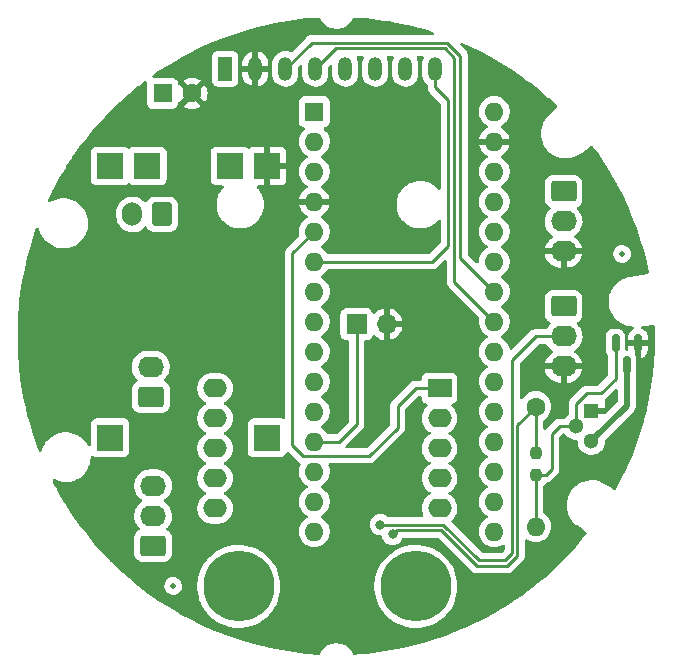
<source format=gbr>
%TF.GenerationSoftware,KiCad,Pcbnew,(5.99.0-11051-gdb19ae226a)*%
%TF.CreationDate,2021-08-12T23:07:14+02:00*%
%TF.ProjectId,boitarire,626f6974-6172-4697-9265-2e6b69636164,rev?*%
%TF.SameCoordinates,Original*%
%TF.FileFunction,Copper,L2,Bot*%
%TF.FilePolarity,Positive*%
%FSLAX46Y46*%
G04 Gerber Fmt 4.6, Leading zero omitted, Abs format (unit mm)*
G04 Created by KiCad (PCBNEW (5.99.0-11051-gdb19ae226a)) date 2021-08-12 23:07:14*
%MOMM*%
%LPD*%
G01*
G04 APERTURE LIST*
G04 Aperture macros list*
%AMRoundRect*
0 Rectangle with rounded corners*
0 $1 Rounding radius*
0 $2 $3 $4 $5 $6 $7 $8 $9 X,Y pos of 4 corners*
0 Add a 4 corners polygon primitive as box body*
4,1,4,$2,$3,$4,$5,$6,$7,$8,$9,$2,$3,0*
0 Add four circle primitives for the rounded corners*
1,1,$1+$1,$2,$3*
1,1,$1+$1,$4,$5*
1,1,$1+$1,$6,$7*
1,1,$1+$1,$8,$9*
0 Add four rect primitives between the rounded corners*
20,1,$1+$1,$2,$3,$4,$5,0*
20,1,$1+$1,$4,$5,$6,$7,0*
20,1,$1+$1,$6,$7,$8,$9,0*
20,1,$1+$1,$8,$9,$2,$3,0*%
G04 Aperture macros list end*
%TA.AperFunction,ComponentPad*%
%ADD10R,1.200000X2.000000*%
%TD*%
%TA.AperFunction,ComponentPad*%
%ADD11O,1.200000X2.000000*%
%TD*%
%TA.AperFunction,ComponentPad*%
%ADD12C,6.000000*%
%TD*%
%TA.AperFunction,ComponentPad*%
%ADD13O,2.000000X1.600000*%
%TD*%
%TA.AperFunction,ComponentPad*%
%ADD14R,2.000000X1.600000*%
%TD*%
%TA.AperFunction,ComponentPad*%
%ADD15R,2.250000X2.250000*%
%TD*%
%TA.AperFunction,ComponentPad*%
%ADD16R,1.700000X1.700000*%
%TD*%
%TA.AperFunction,ComponentPad*%
%ADD17O,1.700000X1.700000*%
%TD*%
%TA.AperFunction,ComponentPad*%
%ADD18R,1.600000X1.600000*%
%TD*%
%TA.AperFunction,ComponentPad*%
%ADD19O,1.600000X1.600000*%
%TD*%
%TA.AperFunction,ComponentPad*%
%ADD20RoundRect,0.250000X-0.845000X0.620000X-0.845000X-0.620000X0.845000X-0.620000X0.845000X0.620000X0*%
%TD*%
%TA.AperFunction,ComponentPad*%
%ADD21O,2.190000X1.740000*%
%TD*%
%TA.AperFunction,ComponentPad*%
%ADD22RoundRect,0.250000X0.845000X-0.620000X0.845000X0.620000X-0.845000X0.620000X-0.845000X-0.620000X0*%
%TD*%
%TA.AperFunction,ComponentPad*%
%ADD23RoundRect,0.250000X0.600000X0.750000X-0.600000X0.750000X-0.600000X-0.750000X0.600000X-0.750000X0*%
%TD*%
%TA.AperFunction,ComponentPad*%
%ADD24O,1.700000X2.000000*%
%TD*%
%TA.AperFunction,ComponentPad*%
%ADD25R,1.300000X1.300000*%
%TD*%
%TA.AperFunction,ComponentPad*%
%ADD26C,1.300000*%
%TD*%
%TA.AperFunction,SMDPad,CuDef*%
%ADD27RoundRect,0.237500X-0.237500X0.250000X-0.237500X-0.250000X0.237500X-0.250000X0.237500X0.250000X0*%
%TD*%
%TA.AperFunction,ComponentPad*%
%ADD28C,1.600000*%
%TD*%
%TA.AperFunction,SMDPad,CuDef*%
%ADD29C,0.500000*%
%TD*%
%TA.AperFunction,SMDPad,CuDef*%
%ADD30RoundRect,0.150000X-0.150000X0.587500X-0.150000X-0.587500X0.150000X-0.587500X0.150000X0.587500X0*%
%TD*%
%TA.AperFunction,ViaPad*%
%ADD31C,0.800000*%
%TD*%
%TA.AperFunction,Conductor*%
%ADD32C,0.250000*%
%TD*%
%TA.AperFunction,Conductor*%
%ADD33C,0.500000*%
%TD*%
G04 APERTURE END LIST*
D10*
%TO.P,U1,1,VCC*%
%TO.N,VCC*%
X154610000Y-46125000D03*
D11*
%TO.P,U1,2,GND*%
%TO.N,GND*%
X157150000Y-46125000D03*
%TO.P,U1,3,SCL*%
%TO.N,/SCL*%
X159690000Y-46125000D03*
%TO.P,U1,4,SDA*%
%TO.N,/SDA*%
X162230000Y-46125000D03*
%TO.P,U1,5,XDA*%
%TO.N,unconnected-(U1-Pad5)*%
X164770000Y-46125000D03*
%TO.P,U1,6,XCL*%
%TO.N,unconnected-(U1-Pad6)*%
X167310000Y-46125000D03*
%TO.P,U1,7,AD0*%
%TO.N,unconnected-(U1-Pad7)*%
X169850000Y-46125000D03*
%TO.P,U1,8,INT*%
%TO.N,/INT*%
X172390000Y-46125000D03*
%TD*%
D12*
%TO.P,U3,S2,Screw_term_2*%
%TO.N,unconnected-(U3-PadS2)*%
X155750000Y-89950000D03*
%TO.P,U3,S1,Screw_term_1*%
%TO.N,unconnected-(U3-PadS1)*%
X170750000Y-89950000D03*
D13*
%TO.P,U3,10,ONE*%
%TO.N,unconnected-(U3-Pad10)*%
X153750000Y-73170000D03*
%TO.P,U3,9,DACR*%
%TO.N,unconnected-(U3-Pad9)*%
X153750000Y-75710000D03*
%TO.P,U3,8,DACL*%
%TO.N,unconnected-(U3-Pad8)*%
X153750000Y-78250000D03*
%TO.P,U3,7,SP-*%
%TO.N,/SP+*%
X153750000Y-80790000D03*
%TO.P,U3,6,SP+*%
%TO.N,/SP-*%
X153750000Y-83330000D03*
%TO.P,U3,5,VCC*%
%TO.N,VCC*%
X172750000Y-83330000D03*
%TO.P,U3,4,GND*%
%TO.N,/GND_AUDIO*%
X172750000Y-80790000D03*
%TO.P,U3,3,RX*%
%TO.N,/RX*%
X172750000Y-78250000D03*
%TO.P,U3,2,TX*%
%TO.N,/TX*%
X172750000Y-75710000D03*
D14*
%TO.P,U3,1,BUSY*%
%TO.N,/BUSY*%
X172750000Y-73170000D03*
%TD*%
D15*
%TO.P,U2,1,USB+*%
%TO.N,+5V*%
X144850000Y-77350000D03*
%TO.P,U2,2,GND*%
%TO.N,GNDPWR*%
X158150000Y-77350000D03*
%TO.P,U2,3,BATT+*%
%TO.N,+BATT*%
X148000000Y-54350000D03*
%TO.P,U2,4,BATT-*%
%TO.N,-BATT*%
X155000000Y-54350000D03*
%TO.P,U2,5,OUT+*%
%TO.N,VCC*%
X144850000Y-54350000D03*
%TO.P,U2,6,OUT-*%
%TO.N,GND*%
X158150000Y-54350000D03*
%TD*%
D16*
%TO.P,SW1,1,1*%
%TO.N,/SENSOR_POSITION*%
X165725000Y-67750000D03*
D17*
%TO.P,SW1,2,2*%
%TO.N,GND*%
X168265000Y-67750000D03*
%TD*%
D18*
%TO.P,A1,1,TX1*%
%TO.N,Net-(A1-Pad1)*%
X162140000Y-49750000D03*
D19*
%TO.P,A1,2,RX1*%
%TO.N,Net-(A1-Pad2)*%
X162140000Y-52290000D03*
%TO.P,A1,3,~{RESET}*%
%TO.N,unconnected-(A1-Pad3)*%
X162140000Y-54830000D03*
%TO.P,A1,4,GND*%
%TO.N,GND*%
X162140000Y-57370000D03*
%TO.P,A1,5,D2*%
%TO.N,/BUSY*%
X162140000Y-59910000D03*
%TO.P,A1,6,D3*%
%TO.N,/INT*%
X162140000Y-62450000D03*
%TO.P,A1,7,D4*%
%TO.N,/TX*%
X162140000Y-64990000D03*
%TO.P,A1,8,D5*%
%TO.N,/CAP_SENSOR_2*%
X162140000Y-67530000D03*
%TO.P,A1,9,D6*%
%TO.N,/RX*%
X162140000Y-70070000D03*
%TO.P,A1,10,D7*%
%TO.N,/GND_AUDIO_SW*%
X162140000Y-72610000D03*
%TO.P,A1,11,D8*%
%TO.N,/CAP_SENSOR_1*%
X162140000Y-75150000D03*
%TO.P,A1,12,D9*%
%TO.N,/SENSOR_POSITION*%
X162140000Y-77690000D03*
%TO.P,A1,13,D10*%
%TO.N,unconnected-(A1-Pad13)*%
X162140000Y-80230000D03*
%TO.P,A1,14,MOSI*%
%TO.N,unconnected-(A1-Pad14)*%
X162140000Y-82770000D03*
%TO.P,A1,15,MISO*%
%TO.N,unconnected-(A1-Pad15)*%
X162140000Y-85310000D03*
%TO.P,A1,16,SCK*%
%TO.N,unconnected-(A1-Pad16)*%
X177380000Y-85310000D03*
%TO.P,A1,17,3V3*%
%TO.N,unconnected-(A1-Pad17)*%
X177380000Y-82770000D03*
%TO.P,A1,18,AREF*%
%TO.N,unconnected-(A1-Pad18)*%
X177380000Y-80230000D03*
%TO.P,A1,19,A0*%
%TO.N,unconnected-(A1-Pad19)*%
X177380000Y-77690000D03*
%TO.P,A1,20,A1*%
%TO.N,unconnected-(A1-Pad20)*%
X177380000Y-75150000D03*
%TO.P,A1,21,A2*%
%TO.N,unconnected-(A1-Pad21)*%
X177380000Y-72610000D03*
%TO.P,A1,22,A3*%
%TO.N,unconnected-(A1-Pad22)*%
X177380000Y-70070000D03*
%TO.P,A1,23,SDA/A4*%
%TO.N,/SDA*%
X177380000Y-67530000D03*
%TO.P,A1,24,SCL/A5*%
%TO.N,/SCL*%
X177380000Y-64990000D03*
%TO.P,A1,25,A6*%
%TO.N,unconnected-(A1-Pad25)*%
X177380000Y-62450000D03*
%TO.P,A1,26,A7*%
%TO.N,unconnected-(A1-Pad26)*%
X177380000Y-59910000D03*
%TO.P,A1,27,+5V*%
%TO.N,VCC*%
X177380000Y-57370000D03*
%TO.P,A1,28,~{RESET}*%
%TO.N,unconnected-(A1-Pad28)*%
X177380000Y-54830000D03*
%TO.P,A1,29,GND*%
%TO.N,GND*%
X177380000Y-52290000D03*
%TO.P,A1,30,VIN*%
%TO.N,unconnected-(A1-Pad30)*%
X177380000Y-49750000D03*
%TD*%
D20*
%TO.P,J4,1,Pin_1*%
%TO.N,VCC*%
X183250000Y-66250000D03*
D21*
%TO.P,J4,2,Pin_2*%
%TO.N,/CAP_SENSOR_1*%
X183250000Y-68790000D03*
%TO.P,J4,3,Pin_3*%
%TO.N,GND*%
X183250000Y-71330000D03*
%TD*%
D22*
%TO.P,J3,1,Pin_1*%
%TO.N,+5V*%
X148300000Y-73900000D03*
D21*
%TO.P,J3,2,Pin_2*%
%TO.N,GNDPWR*%
X148300000Y-71360000D03*
%TD*%
D23*
%TO.P,J1,1,Pin_1*%
%TO.N,-BATT*%
X149250000Y-58450000D03*
D24*
%TO.P,J1,2,Pin_2*%
%TO.N,+BATT*%
X146750000Y-58450000D03*
%TD*%
D22*
%TO.P,J2,1,Pin_1*%
%TO.N,unconnected-(J2-Pad1)*%
X148500000Y-86500000D03*
D21*
%TO.P,J2,2,Pin_2*%
%TO.N,/SP-*%
X148500000Y-83960000D03*
%TO.P,J2,3,Pin_3*%
%TO.N,/SP+*%
X148500000Y-81420000D03*
%TD*%
D25*
%TO.P,Q2,1,S*%
%TO.N,GND*%
X185600000Y-75100000D03*
D26*
%TO.P,Q2,2,G*%
%TO.N,Net-(Q1-Pad1)*%
X184330000Y-76370000D03*
%TO.P,Q2,3,D*%
%TO.N,/GND_AUDIO*%
X185600000Y-77640000D03*
%TD*%
D27*
%TO.P,R1,1*%
%TO.N,/GND_AUDIO_SW*%
X180900000Y-78687500D03*
%TO.P,R1,2*%
%TO.N,Net-(Q1-Pad1)*%
X180900000Y-80512500D03*
%TD*%
D20*
%TO.P,J5,1,Pin_1*%
%TO.N,VCC*%
X183250000Y-56500000D03*
D21*
%TO.P,J5,2,Pin_2*%
%TO.N,/CAP_SENSOR_2*%
X183250000Y-59040000D03*
%TO.P,J5,3,Pin_3*%
%TO.N,GND*%
X183250000Y-61580000D03*
%TD*%
D18*
%TO.P,C1,1*%
%TO.N,VCC*%
X149294888Y-48200000D03*
D28*
%TO.P,C1,2*%
%TO.N,GND*%
X151794888Y-48200000D03*
%TD*%
D29*
%TO.P,REF\u002A\u002A,*%
%TO.N,*%
X150200000Y-89900000D03*
%TD*%
D28*
%TO.P,R2,1*%
%TO.N,/GND_AUDIO_SW*%
X180900000Y-74720000D03*
D19*
%TO.P,R2,2*%
%TO.N,Net-(Q1-Pad1)*%
X180900000Y-84880000D03*
%TD*%
D30*
%TO.P,Q1,1,G*%
%TO.N,Net-(Q1-Pad1)*%
X187650000Y-69362500D03*
%TO.P,Q1,2,S*%
%TO.N,GND*%
X189550000Y-69362500D03*
%TO.P,Q1,3,D*%
%TO.N,/GND_AUDIO*%
X188600000Y-71237500D03*
%TD*%
D29*
%TO.P,REF\u002A\u002A,*%
%TO.N,*%
X188200000Y-61800000D03*
%TD*%
D31*
%TO.N,/GND_AUDIO_SW*%
X168770000Y-85530000D03*
%TO.N,/CAP_SENSOR_1*%
X167750000Y-84730000D03*
%TD*%
D32*
%TO.N,/GND_AUDIO_SW*%
X169120480Y-85179520D02*
X168770000Y-85530000D01*
X175893803Y-88199520D02*
X172873803Y-85179520D01*
X178486197Y-88199520D02*
X175893803Y-88199520D01*
X179349520Y-87336198D02*
X178486197Y-88199520D01*
X172873803Y-85179520D02*
X169120480Y-85179520D01*
%TO.N,/CAP_SENSOR_1*%
X178900000Y-87150000D02*
X178900000Y-70810000D01*
X178300000Y-87750000D02*
X178900000Y-87150000D01*
X176080000Y-87750000D02*
X178300000Y-87750000D01*
X178900000Y-70810000D02*
X180920000Y-68790000D01*
X173060000Y-84730000D02*
X176080000Y-87750000D01*
X180920000Y-68790000D02*
X183250000Y-68790000D01*
X167750000Y-84730000D02*
X173060000Y-84730000D01*
%TO.N,/GND_AUDIO_SW*%
X179349520Y-76270480D02*
X179349520Y-87336198D01*
X180900000Y-74720000D02*
X179349520Y-76270480D01*
%TO.N,/BUSY*%
X170730000Y-73170000D02*
X172750000Y-73170000D01*
X161200000Y-78900000D02*
X166800000Y-78900000D01*
X169200000Y-76500000D02*
X169200000Y-74700000D01*
X166800000Y-78900000D02*
X169200000Y-76500000D01*
X169200000Y-74700000D02*
X170730000Y-73170000D01*
X162140000Y-59910000D02*
X160300000Y-61750000D01*
X160300000Y-61750000D02*
X160300000Y-78000000D01*
X160300000Y-78000000D02*
X161200000Y-78900000D01*
%TO.N,/INT*%
X173500000Y-61100000D02*
X172150000Y-62450000D01*
X173500000Y-48800000D02*
X173500000Y-61100000D01*
X172390000Y-47690000D02*
X173500000Y-48800000D01*
X172390000Y-46125000D02*
X172390000Y-47690000D01*
X172150000Y-62450000D02*
X162140000Y-62450000D01*
%TO.N,/SDA*%
X177380000Y-67530000D02*
X174000000Y-64150000D01*
X174000000Y-64150000D02*
X174000000Y-45200000D01*
X174000000Y-45200000D02*
X173200000Y-44400000D01*
X163955000Y-44400000D02*
X162230000Y-46125000D01*
X173200000Y-44400000D02*
X163955000Y-44400000D01*
%TO.N,/SCL*%
X174500000Y-45000000D02*
X173400000Y-43900000D01*
X173400000Y-43900000D02*
X161915000Y-43900000D01*
X177380000Y-64990000D02*
X174500000Y-62110000D01*
X161915000Y-43900000D02*
X159690000Y-46125000D01*
X174500000Y-62110000D02*
X174500000Y-45000000D01*
%TO.N,/GND_AUDIO_SW*%
X180900000Y-74720000D02*
X180900000Y-78687500D01*
%TO.N,/SENSOR_POSITION*%
X165725000Y-67750000D02*
X165725000Y-76225000D01*
X165725000Y-76225000D02*
X164260000Y-77690000D01*
X164260000Y-77690000D02*
X162140000Y-77690000D01*
D33*
%TO.N,/GND_AUDIO*%
X185600000Y-77640000D02*
X188600000Y-74640000D01*
X188600000Y-74640000D02*
X188600000Y-71237500D01*
D32*
%TO.N,Net-(Q1-Pad1)*%
X184330000Y-74485880D02*
X185215880Y-73600000D01*
X186400000Y-73600000D02*
X187650000Y-72350000D01*
X185215880Y-73600000D02*
X186400000Y-73600000D01*
X182930000Y-76370000D02*
X182250000Y-77050000D01*
X184330000Y-76370000D02*
X182930000Y-76370000D01*
X180900000Y-82500000D02*
X180900000Y-84880000D01*
X184330000Y-76370000D02*
X184330000Y-74485880D01*
X180900000Y-80512500D02*
X180900000Y-82500000D01*
X182250000Y-80050000D02*
X181787500Y-80512500D01*
X182250000Y-77050000D02*
X182250000Y-80050000D01*
X187650000Y-72350000D02*
X187650000Y-69362500D01*
X181787500Y-80512500D02*
X180900000Y-80512500D01*
%TD*%
%TA.AperFunction,Conductor*%
%TO.N,GND*%
G36*
X165514894Y-41783583D02*
G01*
X166447508Y-41852551D01*
X166514376Y-41857496D01*
X166519074Y-41857932D01*
X167519568Y-41969718D01*
X167524247Y-41970330D01*
X168022038Y-42044913D01*
X168519834Y-42119496D01*
X168524476Y-42120280D01*
X168733133Y-42159581D01*
X169513803Y-42306623D01*
X169518423Y-42307583D01*
X170500082Y-42530839D01*
X170504663Y-42531972D01*
X171034508Y-42673532D01*
X171477259Y-42791823D01*
X171481764Y-42793118D01*
X171951723Y-42937735D01*
X172219294Y-43020073D01*
X172278519Y-43059226D01*
X172307175Y-43124182D01*
X172296163Y-43194320D01*
X172248981Y-43247370D01*
X172182236Y-43266500D01*
X161993383Y-43266500D01*
X161982479Y-43265986D01*
X161975088Y-43264334D01*
X161967162Y-43264583D01*
X161967161Y-43264583D01*
X161908134Y-43266438D01*
X161904176Y-43266500D01*
X161875422Y-43266500D01*
X161871155Y-43267039D01*
X161859313Y-43267972D01*
X161827665Y-43268967D01*
X161823040Y-43269112D01*
X161815117Y-43269361D01*
X161795667Y-43275012D01*
X161776305Y-43279022D01*
X161756212Y-43281560D01*
X161722349Y-43294967D01*
X161715108Y-43297834D01*
X161703878Y-43301679D01*
X161669034Y-43311802D01*
X161669032Y-43311803D01*
X161661421Y-43314014D01*
X161646067Y-43323094D01*
X161643989Y-43324323D01*
X161626236Y-43333020D01*
X161607400Y-43340478D01*
X161600985Y-43345139D01*
X161571626Y-43366469D01*
X161561707Y-43372984D01*
X161528758Y-43392471D01*
X161528755Y-43392473D01*
X161523659Y-43395487D01*
X161523241Y-43395855D01*
X161509158Y-43409938D01*
X161494133Y-43422772D01*
X161477917Y-43434554D01*
X161449971Y-43468335D01*
X161441981Y-43477115D01*
X160248704Y-44670392D01*
X160186392Y-44704418D01*
X160118279Y-44700325D01*
X159953719Y-44643180D01*
X159811845Y-44622609D01*
X159750334Y-44613690D01*
X159750331Y-44613690D01*
X159744394Y-44612829D01*
X159533106Y-44622609D01*
X159432476Y-44646861D01*
X159333313Y-44670759D01*
X159333311Y-44670760D01*
X159327480Y-44672165D01*
X159322022Y-44674647D01*
X159322018Y-44674648D01*
X159265545Y-44700325D01*
X159134934Y-44759710D01*
X158962416Y-44882086D01*
X158958267Y-44886420D01*
X158958266Y-44886421D01*
X158820302Y-45030540D01*
X158820298Y-45030545D01*
X158816152Y-45034876D01*
X158812900Y-45039912D01*
X158812898Y-45039915D01*
X158724105Y-45177432D01*
X158701418Y-45212568D01*
X158622354Y-45408749D01*
X158621206Y-45414630D01*
X158621204Y-45414635D01*
X158600547Y-45520416D01*
X158581814Y-45616341D01*
X158581500Y-45622762D01*
X158581500Y-46577406D01*
X158596589Y-46735558D01*
X158598277Y-46741312D01*
X158647287Y-46908370D01*
X158656131Y-46938518D01*
X158658877Y-46943850D01*
X158658878Y-46943852D01*
X158750093Y-47120956D01*
X158752978Y-47126558D01*
X158883635Y-47292891D01*
X158888165Y-47296822D01*
X158888166Y-47296823D01*
X159038856Y-47427587D01*
X159038861Y-47427591D01*
X159043387Y-47431518D01*
X159226471Y-47537434D01*
X159232147Y-47539405D01*
X159420607Y-47604850D01*
X159420610Y-47604851D01*
X159426281Y-47606820D01*
X159541161Y-47623477D01*
X159629666Y-47636310D01*
X159629669Y-47636310D01*
X159635606Y-47637171D01*
X159846894Y-47627391D01*
X160003819Y-47589572D01*
X160046687Y-47579241D01*
X160046689Y-47579240D01*
X160052520Y-47577835D01*
X160057978Y-47575353D01*
X160057982Y-47575352D01*
X160222863Y-47500385D01*
X160245066Y-47490290D01*
X160417584Y-47367914D01*
X160461831Y-47321693D01*
X160559698Y-47219460D01*
X160559702Y-47219455D01*
X160563848Y-47215124D01*
X160567300Y-47209779D01*
X160675330Y-47042469D01*
X160675331Y-47042466D01*
X160678582Y-47037432D01*
X160757646Y-46841251D01*
X160758794Y-46835370D01*
X160758796Y-46835365D01*
X160797315Y-46638117D01*
X160798186Y-46633659D01*
X160798500Y-46627238D01*
X160798500Y-45964594D01*
X160818502Y-45896473D01*
X160835405Y-45875499D01*
X160906405Y-45804499D01*
X160968717Y-45770473D01*
X161039532Y-45775538D01*
X161096368Y-45818085D01*
X161121179Y-45884605D01*
X161121500Y-45893594D01*
X161121500Y-46577406D01*
X161136589Y-46735558D01*
X161138277Y-46741312D01*
X161187287Y-46908370D01*
X161196131Y-46938518D01*
X161198877Y-46943850D01*
X161198878Y-46943852D01*
X161290093Y-47120956D01*
X161292978Y-47126558D01*
X161423635Y-47292891D01*
X161428165Y-47296822D01*
X161428166Y-47296823D01*
X161578856Y-47427587D01*
X161578861Y-47427591D01*
X161583387Y-47431518D01*
X161766471Y-47537434D01*
X161772147Y-47539405D01*
X161960607Y-47604850D01*
X161960610Y-47604851D01*
X161966281Y-47606820D01*
X162081161Y-47623477D01*
X162169666Y-47636310D01*
X162169669Y-47636310D01*
X162175606Y-47637171D01*
X162386894Y-47627391D01*
X162543819Y-47589572D01*
X162586687Y-47579241D01*
X162586689Y-47579240D01*
X162592520Y-47577835D01*
X162597978Y-47575353D01*
X162597982Y-47575352D01*
X162762863Y-47500385D01*
X162785066Y-47490290D01*
X162957584Y-47367914D01*
X163001831Y-47321693D01*
X163099698Y-47219460D01*
X163099702Y-47219455D01*
X163103848Y-47215124D01*
X163107300Y-47209779D01*
X163215330Y-47042469D01*
X163215331Y-47042466D01*
X163218582Y-47037432D01*
X163297646Y-46841251D01*
X163298794Y-46835370D01*
X163298796Y-46835365D01*
X163337315Y-46638117D01*
X163338186Y-46633659D01*
X163338500Y-46627238D01*
X163338500Y-45964594D01*
X163358502Y-45896473D01*
X163375405Y-45875499D01*
X163446405Y-45804499D01*
X163508717Y-45770473D01*
X163579532Y-45775538D01*
X163636368Y-45818085D01*
X163661179Y-45884605D01*
X163661500Y-45893594D01*
X163661500Y-46577406D01*
X163676589Y-46735558D01*
X163678277Y-46741312D01*
X163727287Y-46908370D01*
X163736131Y-46938518D01*
X163738877Y-46943850D01*
X163738878Y-46943852D01*
X163830093Y-47120956D01*
X163832978Y-47126558D01*
X163963635Y-47292891D01*
X163968165Y-47296822D01*
X163968166Y-47296823D01*
X164118856Y-47427587D01*
X164118861Y-47427591D01*
X164123387Y-47431518D01*
X164306471Y-47537434D01*
X164312147Y-47539405D01*
X164500607Y-47604850D01*
X164500610Y-47604851D01*
X164506281Y-47606820D01*
X164621161Y-47623477D01*
X164709666Y-47636310D01*
X164709669Y-47636310D01*
X164715606Y-47637171D01*
X164926894Y-47627391D01*
X165083819Y-47589572D01*
X165126687Y-47579241D01*
X165126689Y-47579240D01*
X165132520Y-47577835D01*
X165137978Y-47575353D01*
X165137982Y-47575352D01*
X165302863Y-47500385D01*
X165325066Y-47490290D01*
X165497584Y-47367914D01*
X165541831Y-47321693D01*
X165639698Y-47219460D01*
X165639702Y-47219455D01*
X165643848Y-47215124D01*
X165647300Y-47209779D01*
X165755330Y-47042469D01*
X165755331Y-47042466D01*
X165758582Y-47037432D01*
X165837646Y-46841251D01*
X165838794Y-46835370D01*
X165838796Y-46835365D01*
X165877315Y-46638117D01*
X165878186Y-46633659D01*
X165878500Y-46627238D01*
X165878500Y-45672594D01*
X165863411Y-45514442D01*
X165803869Y-45311482D01*
X165755305Y-45217190D01*
X165741897Y-45147474D01*
X165768310Y-45081573D01*
X165826158Y-45040414D01*
X165867322Y-45033500D01*
X166207646Y-45033500D01*
X166275767Y-45053502D01*
X166322260Y-45107158D01*
X166332364Y-45177432D01*
X166321127Y-45212451D01*
X166321418Y-45212568D01*
X166242354Y-45408749D01*
X166241206Y-45414630D01*
X166241204Y-45414635D01*
X166220547Y-45520416D01*
X166201814Y-45616341D01*
X166201500Y-45622762D01*
X166201500Y-46577406D01*
X166216589Y-46735558D01*
X166218277Y-46741312D01*
X166267287Y-46908370D01*
X166276131Y-46938518D01*
X166278877Y-46943850D01*
X166278878Y-46943852D01*
X166370093Y-47120956D01*
X166372978Y-47126558D01*
X166503635Y-47292891D01*
X166508165Y-47296822D01*
X166508166Y-47296823D01*
X166658856Y-47427587D01*
X166658861Y-47427591D01*
X166663387Y-47431518D01*
X166846471Y-47537434D01*
X166852147Y-47539405D01*
X167040607Y-47604850D01*
X167040610Y-47604851D01*
X167046281Y-47606820D01*
X167161161Y-47623477D01*
X167249666Y-47636310D01*
X167249669Y-47636310D01*
X167255606Y-47637171D01*
X167466894Y-47627391D01*
X167623819Y-47589572D01*
X167666687Y-47579241D01*
X167666689Y-47579240D01*
X167672520Y-47577835D01*
X167677978Y-47575353D01*
X167677982Y-47575352D01*
X167842863Y-47500385D01*
X167865066Y-47490290D01*
X168037584Y-47367914D01*
X168081831Y-47321693D01*
X168179698Y-47219460D01*
X168179702Y-47219455D01*
X168183848Y-47215124D01*
X168187300Y-47209779D01*
X168295330Y-47042469D01*
X168295331Y-47042466D01*
X168298582Y-47037432D01*
X168377646Y-46841251D01*
X168378794Y-46835370D01*
X168378796Y-46835365D01*
X168417315Y-46638117D01*
X168418186Y-46633659D01*
X168418500Y-46627238D01*
X168418500Y-45672594D01*
X168403411Y-45514442D01*
X168343869Y-45311482D01*
X168295305Y-45217190D01*
X168281897Y-45147474D01*
X168308310Y-45081573D01*
X168366158Y-45040414D01*
X168407322Y-45033500D01*
X168747646Y-45033500D01*
X168815767Y-45053502D01*
X168862260Y-45107158D01*
X168872364Y-45177432D01*
X168861127Y-45212451D01*
X168861418Y-45212568D01*
X168782354Y-45408749D01*
X168781206Y-45414630D01*
X168781204Y-45414635D01*
X168760547Y-45520416D01*
X168741814Y-45616341D01*
X168741500Y-45622762D01*
X168741500Y-46577406D01*
X168756589Y-46735558D01*
X168758277Y-46741312D01*
X168807287Y-46908370D01*
X168816131Y-46938518D01*
X168818877Y-46943850D01*
X168818878Y-46943852D01*
X168910093Y-47120956D01*
X168912978Y-47126558D01*
X169043635Y-47292891D01*
X169048165Y-47296822D01*
X169048166Y-47296823D01*
X169198856Y-47427587D01*
X169198861Y-47427591D01*
X169203387Y-47431518D01*
X169386471Y-47537434D01*
X169392147Y-47539405D01*
X169580607Y-47604850D01*
X169580610Y-47604851D01*
X169586281Y-47606820D01*
X169701161Y-47623477D01*
X169789666Y-47636310D01*
X169789669Y-47636310D01*
X169795606Y-47637171D01*
X170006894Y-47627391D01*
X170163819Y-47589572D01*
X170206687Y-47579241D01*
X170206689Y-47579240D01*
X170212520Y-47577835D01*
X170217978Y-47575353D01*
X170217982Y-47575352D01*
X170382863Y-47500385D01*
X170405066Y-47490290D01*
X170577584Y-47367914D01*
X170621831Y-47321693D01*
X170719698Y-47219460D01*
X170719702Y-47219455D01*
X170723848Y-47215124D01*
X170727300Y-47209779D01*
X170835330Y-47042469D01*
X170835331Y-47042466D01*
X170838582Y-47037432D01*
X170917646Y-46841251D01*
X170918794Y-46835370D01*
X170918796Y-46835365D01*
X170957315Y-46638117D01*
X170958186Y-46633659D01*
X170958500Y-46627238D01*
X170958500Y-45672594D01*
X170943411Y-45514442D01*
X170883869Y-45311482D01*
X170835305Y-45217190D01*
X170821897Y-45147474D01*
X170848310Y-45081573D01*
X170906158Y-45040414D01*
X170947322Y-45033500D01*
X171287646Y-45033500D01*
X171355767Y-45053502D01*
X171402260Y-45107158D01*
X171412364Y-45177432D01*
X171401127Y-45212451D01*
X171401418Y-45212568D01*
X171322354Y-45408749D01*
X171321206Y-45414630D01*
X171321204Y-45414635D01*
X171300547Y-45520416D01*
X171281814Y-45616341D01*
X171281500Y-45622762D01*
X171281500Y-46577406D01*
X171296589Y-46735558D01*
X171298277Y-46741312D01*
X171347287Y-46908370D01*
X171356131Y-46938518D01*
X171358877Y-46943850D01*
X171358878Y-46943852D01*
X171450093Y-47120956D01*
X171452978Y-47126558D01*
X171583635Y-47292891D01*
X171588165Y-47296822D01*
X171588166Y-47296823D01*
X171713081Y-47405220D01*
X171751422Y-47464974D01*
X171756500Y-47500385D01*
X171756500Y-47611616D01*
X171755986Y-47622520D01*
X171754334Y-47629911D01*
X171754583Y-47637837D01*
X171754583Y-47637838D01*
X171756438Y-47696866D01*
X171756500Y-47700823D01*
X171756500Y-47729578D01*
X171756996Y-47733503D01*
X171756996Y-47733504D01*
X171757039Y-47733843D01*
X171757972Y-47745687D01*
X171759361Y-47789883D01*
X171761573Y-47797495D01*
X171765012Y-47809333D01*
X171769022Y-47828695D01*
X171771560Y-47848788D01*
X171774476Y-47856153D01*
X171774477Y-47856157D01*
X171787837Y-47889901D01*
X171791681Y-47901128D01*
X171804014Y-47943578D01*
X171808052Y-47950406D01*
X171814323Y-47961011D01*
X171823019Y-47978762D01*
X171827558Y-47990226D01*
X171830478Y-47997600D01*
X171835139Y-48004015D01*
X171856465Y-48033367D01*
X171862983Y-48043290D01*
X171885486Y-48081341D01*
X171885855Y-48081759D01*
X171899938Y-48095842D01*
X171912772Y-48110867D01*
X171924554Y-48127083D01*
X171958335Y-48155029D01*
X171967115Y-48163019D01*
X172829595Y-49025499D01*
X172863621Y-49087811D01*
X172866500Y-49114594D01*
X172866500Y-56230207D01*
X172846498Y-56298328D01*
X172792842Y-56344821D01*
X172722568Y-56354925D01*
X172657988Y-56325431D01*
X172649863Y-56317734D01*
X172625229Y-56292224D01*
X172558725Y-56223357D01*
X172470348Y-56131840D01*
X172470344Y-56131837D01*
X172467294Y-56128678D01*
X172463830Y-56125972D01*
X172463826Y-56125968D01*
X172249401Y-55958441D01*
X172249402Y-55958441D01*
X172245935Y-55955733D01*
X172044368Y-55839358D01*
X172006480Y-55817483D01*
X172006475Y-55817480D01*
X172002660Y-55815278D01*
X171998576Y-55813628D01*
X171998570Y-55813625D01*
X171804865Y-55735364D01*
X171742206Y-55710048D01*
X171691787Y-55697477D01*
X171473912Y-55643155D01*
X171473914Y-55643155D01*
X171469641Y-55642090D01*
X171465273Y-55641631D01*
X171465268Y-55641630D01*
X171194639Y-55613186D01*
X171194636Y-55613186D01*
X171190270Y-55612727D01*
X171185882Y-55612880D01*
X171185876Y-55612880D01*
X170913929Y-55622376D01*
X170913922Y-55622377D01*
X170909532Y-55622530D01*
X170905208Y-55623293D01*
X170905203Y-55623293D01*
X170792563Y-55643155D01*
X170632890Y-55671310D01*
X170365730Y-55758115D01*
X170361777Y-55760043D01*
X170361772Y-55760045D01*
X170256744Y-55811271D01*
X170113250Y-55881258D01*
X170109611Y-55883713D01*
X170109605Y-55883716D01*
X169981907Y-55969850D01*
X169880366Y-56038340D01*
X169671609Y-56226305D01*
X169611175Y-56298328D01*
X169493872Y-56438123D01*
X169493868Y-56438128D01*
X169491044Y-56441494D01*
X169342185Y-56679719D01*
X169227929Y-56936342D01*
X169226717Y-56940569D01*
X169151810Y-57201803D01*
X169150500Y-57206370D01*
X169149889Y-57210720D01*
X169149888Y-57210723D01*
X169143637Y-57255204D01*
X169111405Y-57484545D01*
X169111405Y-57765455D01*
X169126582Y-57873447D01*
X169148128Y-58026750D01*
X169150500Y-58043630D01*
X169151712Y-58047856D01*
X169151712Y-58047857D01*
X169169234Y-58108963D01*
X169227929Y-58313658D01*
X169229715Y-58317670D01*
X169229716Y-58317672D01*
X169248841Y-58360628D01*
X169342185Y-58570281D01*
X169491044Y-58808506D01*
X169493868Y-58811872D01*
X169493872Y-58811877D01*
X169565433Y-58897159D01*
X169671609Y-59023695D01*
X169880366Y-59211660D01*
X169949419Y-59258237D01*
X170109605Y-59366284D01*
X170109611Y-59366287D01*
X170113250Y-59368742D01*
X170243657Y-59432346D01*
X170361772Y-59489955D01*
X170361777Y-59489957D01*
X170365730Y-59491885D01*
X170632890Y-59578690D01*
X170703979Y-59591225D01*
X170905203Y-59626707D01*
X170905208Y-59626707D01*
X170909532Y-59627470D01*
X170913922Y-59627623D01*
X170913929Y-59627624D01*
X171185876Y-59637120D01*
X171185882Y-59637120D01*
X171190270Y-59637273D01*
X171194636Y-59636814D01*
X171194639Y-59636814D01*
X171465268Y-59608370D01*
X171465273Y-59608369D01*
X171469641Y-59607910D01*
X171640681Y-59565265D01*
X171737935Y-59541017D01*
X171737937Y-59541016D01*
X171742206Y-59539952D01*
X171857808Y-59493246D01*
X171998570Y-59436375D01*
X171998576Y-59436372D01*
X172002660Y-59434722D01*
X172006475Y-59432520D01*
X172006480Y-59432517D01*
X172121198Y-59366284D01*
X172245935Y-59294267D01*
X172298473Y-59253220D01*
X172463826Y-59124032D01*
X172463830Y-59124028D01*
X172467294Y-59121322D01*
X172477170Y-59111096D01*
X172576137Y-59008612D01*
X172649864Y-58932265D01*
X172711572Y-58897159D01*
X172782465Y-58900987D01*
X172840035Y-58942535D01*
X172866003Y-59008612D01*
X172866500Y-59019793D01*
X172866500Y-60785406D01*
X172846498Y-60853527D01*
X172829595Y-60874501D01*
X171924501Y-61779595D01*
X171862189Y-61813621D01*
X171835406Y-61816500D01*
X163359395Y-61816500D01*
X163291274Y-61796498D01*
X163256182Y-61762770D01*
X163149362Y-61610214D01*
X163149357Y-61610208D01*
X163146199Y-61605698D01*
X162984302Y-61443801D01*
X162979794Y-61440644D01*
X162979791Y-61440642D01*
X162801259Y-61315633D01*
X162801257Y-61315632D01*
X162796750Y-61312476D01*
X162791768Y-61310153D01*
X162791763Y-61310150D01*
X162757546Y-61294195D01*
X162704261Y-61247278D01*
X162684800Y-61179001D01*
X162705342Y-61111041D01*
X162757546Y-61065805D01*
X162759734Y-61064785D01*
X162777630Y-61056440D01*
X162791763Y-61049850D01*
X162791768Y-61049847D01*
X162796750Y-61047524D01*
X162801259Y-61044367D01*
X162979791Y-60919358D01*
X162979794Y-60919356D01*
X162984302Y-60916199D01*
X163146199Y-60754302D01*
X163164480Y-60728195D01*
X163274367Y-60571259D01*
X163274368Y-60571257D01*
X163277524Y-60566750D01*
X163279847Y-60561768D01*
X163279850Y-60561763D01*
X163371963Y-60364225D01*
X163371964Y-60364224D01*
X163374286Y-60359243D01*
X163382470Y-60328702D01*
X163432121Y-60143402D01*
X163432121Y-60143400D01*
X163433545Y-60138087D01*
X163453500Y-59910000D01*
X163433545Y-59681913D01*
X163418957Y-59627470D01*
X163375709Y-59466067D01*
X163375708Y-59466065D01*
X163374286Y-59460757D01*
X163365784Y-59442525D01*
X163279850Y-59258237D01*
X163279847Y-59258232D01*
X163277524Y-59253250D01*
X163268931Y-59240978D01*
X163149358Y-59070209D01*
X163149356Y-59070206D01*
X163146199Y-59065698D01*
X162984302Y-58903801D01*
X162979794Y-58900644D01*
X162979791Y-58900642D01*
X162801259Y-58775633D01*
X162801257Y-58775632D01*
X162796750Y-58772476D01*
X162791762Y-58770150D01*
X162756957Y-58753920D01*
X162703672Y-58707002D01*
X162684211Y-58638725D01*
X162704753Y-58570765D01*
X162756958Y-58525530D01*
X162791509Y-58509419D01*
X162801009Y-58503934D01*
X162979469Y-58378975D01*
X162987877Y-58371919D01*
X163141919Y-58217877D01*
X163148975Y-58209469D01*
X163273934Y-58031009D01*
X163279417Y-58021513D01*
X163371491Y-57824057D01*
X163375239Y-57813761D01*
X163421398Y-57641497D01*
X163421062Y-57627401D01*
X163413120Y-57624000D01*
X160872029Y-57624000D01*
X160858498Y-57627973D01*
X160857269Y-57636522D01*
X160904761Y-57813761D01*
X160908509Y-57824057D01*
X161000583Y-58021513D01*
X161006066Y-58031009D01*
X161131025Y-58209469D01*
X161138081Y-58217877D01*
X161292123Y-58371919D01*
X161300531Y-58378975D01*
X161478991Y-58503934D01*
X161488491Y-58509419D01*
X161523042Y-58525530D01*
X161576328Y-58572447D01*
X161595789Y-58640724D01*
X161575247Y-58708684D01*
X161523043Y-58753920D01*
X161488238Y-58770150D01*
X161483250Y-58772476D01*
X161478743Y-58775632D01*
X161478741Y-58775633D01*
X161300209Y-58900642D01*
X161300206Y-58900644D01*
X161295698Y-58903801D01*
X161133801Y-59065698D01*
X161130644Y-59070206D01*
X161130642Y-59070209D01*
X161011069Y-59240978D01*
X161002476Y-59253250D01*
X161000153Y-59258232D01*
X161000150Y-59258237D01*
X160914216Y-59442525D01*
X160905714Y-59460757D01*
X160904292Y-59466065D01*
X160904291Y-59466067D01*
X160861043Y-59627470D01*
X160846455Y-59681913D01*
X160826500Y-59910000D01*
X160846455Y-60138087D01*
X160847879Y-60143400D01*
X160847879Y-60143402D01*
X160863458Y-60201544D01*
X160861768Y-60272521D01*
X160830846Y-60323250D01*
X159907487Y-61246609D01*
X159899399Y-61253969D01*
X159893005Y-61258027D01*
X159887580Y-61263804D01*
X159847131Y-61306878D01*
X159844376Y-61309720D01*
X159824062Y-61330034D01*
X159821417Y-61333445D01*
X159813713Y-61342465D01*
X159783443Y-61374699D01*
X159779626Y-61381643D01*
X159779624Y-61381645D01*
X159773682Y-61392453D01*
X159762828Y-61408977D01*
X159750417Y-61424977D01*
X159747270Y-61432248D01*
X159747270Y-61432249D01*
X159732859Y-61465551D01*
X159727638Y-61476207D01*
X159706338Y-61514952D01*
X159704366Y-61522635D01*
X159704365Y-61522636D01*
X159701301Y-61534568D01*
X159694897Y-61553272D01*
X159690001Y-61564585D01*
X159689999Y-61564592D01*
X159686852Y-61571864D01*
X159685613Y-61579688D01*
X159685612Y-61579691D01*
X159679935Y-61615535D01*
X159677528Y-61627156D01*
X159668013Y-61664218D01*
X159666535Y-61669975D01*
X159666500Y-61670531D01*
X159666500Y-61690452D01*
X159664949Y-61710162D01*
X159661816Y-61729944D01*
X159662562Y-61737836D01*
X159665941Y-61773582D01*
X159666500Y-61785440D01*
X159666500Y-75648964D01*
X159646498Y-75717085D01*
X159592842Y-75763578D01*
X159522568Y-75773682D01*
X159488157Y-75763577D01*
X159427867Y-75736043D01*
X159427864Y-75736042D01*
X159419670Y-75732300D01*
X159410755Y-75731018D01*
X159410754Y-75731018D01*
X159279448Y-75712139D01*
X159279441Y-75712138D01*
X159275000Y-75711500D01*
X157025000Y-75711500D01*
X156951921Y-75716727D01*
X156885220Y-75736312D01*
X156820330Y-75755365D01*
X156820328Y-75755366D01*
X156811684Y-75757904D01*
X156796233Y-75767834D01*
X156696309Y-75832051D01*
X156696306Y-75832053D01*
X156688729Y-75836923D01*
X156682828Y-75843733D01*
X156598918Y-75940569D01*
X156598916Y-75940572D01*
X156593016Y-75947381D01*
X156589272Y-75955579D01*
X156543408Y-76056008D01*
X156532300Y-76080330D01*
X156531018Y-76089245D01*
X156531018Y-76089246D01*
X156512139Y-76220552D01*
X156512138Y-76220559D01*
X156511500Y-76225000D01*
X156511500Y-78475000D01*
X156516727Y-78548079D01*
X156535130Y-78610754D01*
X156550995Y-78664785D01*
X156557904Y-78688316D01*
X156565471Y-78700090D01*
X156632051Y-78803691D01*
X156632053Y-78803694D01*
X156636923Y-78811271D01*
X156643733Y-78817172D01*
X156740569Y-78901082D01*
X156740572Y-78901084D01*
X156747381Y-78906984D01*
X156880330Y-78967700D01*
X156889245Y-78968982D01*
X156889246Y-78968982D01*
X157020552Y-78987861D01*
X157020559Y-78987862D01*
X157025000Y-78988500D01*
X159275000Y-78988500D01*
X159348079Y-78983273D01*
X159427340Y-78960000D01*
X159479670Y-78944635D01*
X159479672Y-78944634D01*
X159488316Y-78942096D01*
X159567759Y-78891041D01*
X159603691Y-78867949D01*
X159603694Y-78867947D01*
X159611271Y-78863077D01*
X159651048Y-78817172D01*
X159701082Y-78759431D01*
X159701084Y-78759428D01*
X159706984Y-78752619D01*
X159729085Y-78704225D01*
X159763959Y-78627862D01*
X159763959Y-78627861D01*
X159767700Y-78619670D01*
X159767957Y-78619787D01*
X159803346Y-78564724D01*
X159867927Y-78535232D01*
X159938201Y-78545337D01*
X159974951Y-78570855D01*
X160696609Y-79292513D01*
X160703969Y-79300601D01*
X160708027Y-79306995D01*
X160713804Y-79312420D01*
X160756878Y-79352869D01*
X160759720Y-79355624D01*
X160780034Y-79375938D01*
X160783445Y-79378583D01*
X160792465Y-79386287D01*
X160824699Y-79416557D01*
X160831643Y-79420374D01*
X160831645Y-79420376D01*
X160842453Y-79426318D01*
X160858977Y-79437172D01*
X160874977Y-79449583D01*
X160882249Y-79452730D01*
X160882256Y-79452734D01*
X160910141Y-79464801D01*
X160964715Y-79510212D01*
X160986074Y-79577920D01*
X160974294Y-79633686D01*
X160905714Y-79780757D01*
X160904292Y-79786065D01*
X160904291Y-79786067D01*
X160879173Y-79879809D01*
X160846455Y-80001913D01*
X160826500Y-80230000D01*
X160846455Y-80458087D01*
X160847879Y-80463400D01*
X160847879Y-80463402D01*
X160885780Y-80604847D01*
X160905714Y-80679243D01*
X160908036Y-80684224D01*
X160908037Y-80684225D01*
X161000150Y-80881763D01*
X161000153Y-80881768D01*
X161002476Y-80886750D01*
X161005632Y-80891257D01*
X161005633Y-80891259D01*
X161126062Y-81063249D01*
X161133801Y-81074302D01*
X161295698Y-81236199D01*
X161300206Y-81239356D01*
X161300209Y-81239358D01*
X161478741Y-81364367D01*
X161483250Y-81367524D01*
X161488232Y-81369847D01*
X161488237Y-81369850D01*
X161522454Y-81385805D01*
X161575739Y-81432722D01*
X161595200Y-81500999D01*
X161574658Y-81568959D01*
X161522454Y-81614195D01*
X161488237Y-81630150D01*
X161488232Y-81630153D01*
X161483250Y-81632476D01*
X161478743Y-81635632D01*
X161478741Y-81635633D01*
X161300209Y-81760642D01*
X161300206Y-81760644D01*
X161295698Y-81763801D01*
X161133801Y-81925698D01*
X161130644Y-81930206D01*
X161130642Y-81930209D01*
X161086870Y-81992722D01*
X161002476Y-82113250D01*
X161000153Y-82118232D01*
X161000150Y-82118237D01*
X160908037Y-82315775D01*
X160905714Y-82320757D01*
X160904292Y-82326065D01*
X160904291Y-82326067D01*
X160858164Y-82498214D01*
X160846455Y-82541913D01*
X160826500Y-82770000D01*
X160846455Y-82998087D01*
X160847879Y-83003400D01*
X160847879Y-83003402D01*
X160885780Y-83144847D01*
X160905714Y-83219243D01*
X160908036Y-83224224D01*
X160908037Y-83224225D01*
X161000150Y-83421763D01*
X161000153Y-83421768D01*
X161002476Y-83426750D01*
X161005632Y-83431257D01*
X161005633Y-83431259D01*
X161101138Y-83567654D01*
X161133801Y-83614302D01*
X161295698Y-83776199D01*
X161300206Y-83779356D01*
X161300209Y-83779358D01*
X161478741Y-83904367D01*
X161483250Y-83907524D01*
X161488232Y-83909847D01*
X161488237Y-83909850D01*
X161522454Y-83925805D01*
X161575739Y-83972722D01*
X161595200Y-84040999D01*
X161574658Y-84108959D01*
X161522454Y-84154195D01*
X161488237Y-84170150D01*
X161488232Y-84170153D01*
X161483250Y-84172476D01*
X161478743Y-84175632D01*
X161478741Y-84175633D01*
X161300209Y-84300642D01*
X161300206Y-84300644D01*
X161295698Y-84303801D01*
X161133801Y-84465698D01*
X161130644Y-84470206D01*
X161130642Y-84470209D01*
X161012804Y-84638500D01*
X161002476Y-84653250D01*
X161000153Y-84658232D01*
X161000150Y-84658237D01*
X160908037Y-84855775D01*
X160905714Y-84860757D01*
X160904292Y-84866065D01*
X160904291Y-84866067D01*
X160850052Y-85068489D01*
X160846455Y-85081913D01*
X160826500Y-85310000D01*
X160846455Y-85538087D01*
X160847879Y-85543400D01*
X160847879Y-85543402D01*
X160896689Y-85725560D01*
X160905714Y-85759243D01*
X160908036Y-85764224D01*
X160908037Y-85764225D01*
X161000150Y-85961763D01*
X161000153Y-85961768D01*
X161002476Y-85966750D01*
X161005632Y-85971257D01*
X161005633Y-85971259D01*
X161105782Y-86114286D01*
X161133801Y-86154302D01*
X161295698Y-86316199D01*
X161300206Y-86319356D01*
X161300209Y-86319358D01*
X161478741Y-86444367D01*
X161483250Y-86447524D01*
X161488232Y-86449847D01*
X161488237Y-86449850D01*
X161685775Y-86541963D01*
X161690757Y-86544286D01*
X161696065Y-86545708D01*
X161696067Y-86545709D01*
X161906598Y-86602121D01*
X161906600Y-86602121D01*
X161911913Y-86603545D01*
X162140000Y-86623500D01*
X162368087Y-86603545D01*
X162373400Y-86602121D01*
X162373402Y-86602121D01*
X162583933Y-86545709D01*
X162583935Y-86545708D01*
X162589243Y-86544286D01*
X162594225Y-86541963D01*
X162791763Y-86449850D01*
X162791768Y-86449847D01*
X162796750Y-86447524D01*
X162801259Y-86444367D01*
X162979791Y-86319358D01*
X162979794Y-86319356D01*
X162984302Y-86316199D01*
X163146199Y-86154302D01*
X163174219Y-86114286D01*
X163274367Y-85971259D01*
X163274368Y-85971257D01*
X163277524Y-85966750D01*
X163279847Y-85961768D01*
X163279850Y-85961763D01*
X163371963Y-85764225D01*
X163371964Y-85764224D01*
X163374286Y-85759243D01*
X163383312Y-85725560D01*
X163432121Y-85543402D01*
X163432121Y-85543400D01*
X163433545Y-85538087D01*
X163453500Y-85310000D01*
X163433545Y-85081913D01*
X163429948Y-85068489D01*
X163375709Y-84866067D01*
X163375708Y-84866065D01*
X163374286Y-84860757D01*
X163371963Y-84855775D01*
X163279850Y-84658237D01*
X163279847Y-84658232D01*
X163277524Y-84653250D01*
X163267196Y-84638500D01*
X163149358Y-84470209D01*
X163149356Y-84470206D01*
X163146199Y-84465698D01*
X162984302Y-84303801D01*
X162979794Y-84300644D01*
X162979791Y-84300642D01*
X162801259Y-84175633D01*
X162801257Y-84175632D01*
X162796750Y-84172476D01*
X162791768Y-84170153D01*
X162791763Y-84170150D01*
X162757546Y-84154195D01*
X162704261Y-84107278D01*
X162684800Y-84039001D01*
X162705342Y-83971041D01*
X162757546Y-83925805D01*
X162791763Y-83909850D01*
X162791768Y-83909847D01*
X162796750Y-83907524D01*
X162801259Y-83904367D01*
X162979791Y-83779358D01*
X162979794Y-83779356D01*
X162984302Y-83776199D01*
X163146199Y-83614302D01*
X163178863Y-83567654D01*
X163274367Y-83431259D01*
X163274368Y-83431257D01*
X163277524Y-83426750D01*
X163279847Y-83421768D01*
X163279850Y-83421763D01*
X163371963Y-83224225D01*
X163371964Y-83224224D01*
X163374286Y-83219243D01*
X163394221Y-83144847D01*
X163432121Y-83003402D01*
X163432121Y-83003400D01*
X163433545Y-82998087D01*
X163453500Y-82770000D01*
X163433545Y-82541913D01*
X163421836Y-82498214D01*
X163375709Y-82326067D01*
X163375708Y-82326065D01*
X163374286Y-82320757D01*
X163371963Y-82315775D01*
X163279850Y-82118237D01*
X163279847Y-82118232D01*
X163277524Y-82113250D01*
X163193130Y-81992722D01*
X163149358Y-81930209D01*
X163149356Y-81930206D01*
X163146199Y-81925698D01*
X162984302Y-81763801D01*
X162979794Y-81760644D01*
X162979791Y-81760642D01*
X162801259Y-81635633D01*
X162801257Y-81635632D01*
X162796750Y-81632476D01*
X162791768Y-81630153D01*
X162791763Y-81630150D01*
X162757546Y-81614195D01*
X162704261Y-81567278D01*
X162684800Y-81499001D01*
X162705342Y-81431041D01*
X162757546Y-81385805D01*
X162791763Y-81369850D01*
X162791768Y-81369847D01*
X162796750Y-81367524D01*
X162801259Y-81364367D01*
X162979791Y-81239358D01*
X162979794Y-81239356D01*
X162984302Y-81236199D01*
X163146199Y-81074302D01*
X163153939Y-81063249D01*
X163274367Y-80891259D01*
X163274368Y-80891257D01*
X163277524Y-80886750D01*
X163279847Y-80881768D01*
X163279850Y-80881763D01*
X163371963Y-80684225D01*
X163371964Y-80684224D01*
X163374286Y-80679243D01*
X163394221Y-80604847D01*
X163432121Y-80463402D01*
X163432121Y-80463400D01*
X163433545Y-80458087D01*
X163453500Y-80230000D01*
X163433545Y-80001913D01*
X163400827Y-79879809D01*
X163375709Y-79786067D01*
X163375708Y-79786065D01*
X163374286Y-79780757D01*
X163342574Y-79712750D01*
X163331913Y-79642558D01*
X163360893Y-79577745D01*
X163420313Y-79538889D01*
X163456769Y-79533500D01*
X166721616Y-79533500D01*
X166732520Y-79534014D01*
X166739911Y-79535666D01*
X166747837Y-79535417D01*
X166747838Y-79535417D01*
X166806866Y-79533562D01*
X166810823Y-79533500D01*
X166839578Y-79533500D01*
X166843845Y-79532961D01*
X166855687Y-79532028D01*
X166887335Y-79531033D01*
X166891960Y-79530888D01*
X166899883Y-79530639D01*
X166919334Y-79524988D01*
X166938695Y-79520978D01*
X166941420Y-79520634D01*
X166950930Y-79519433D01*
X166950933Y-79519432D01*
X166958788Y-79518440D01*
X166966153Y-79515524D01*
X166966157Y-79515523D01*
X166999901Y-79502163D01*
X167011130Y-79498318D01*
X167053578Y-79485986D01*
X167060406Y-79481948D01*
X167071011Y-79475677D01*
X167088762Y-79466981D01*
X167100226Y-79462442D01*
X167100229Y-79462440D01*
X167107600Y-79459522D01*
X167143368Y-79433535D01*
X167153291Y-79427016D01*
X167164519Y-79420376D01*
X167191341Y-79404514D01*
X167191759Y-79404145D01*
X167205842Y-79390062D01*
X167220867Y-79377228D01*
X167237083Y-79365446D01*
X167265030Y-79331664D01*
X167273019Y-79322885D01*
X169592513Y-77003391D01*
X169600601Y-76996031D01*
X169606995Y-76991973D01*
X169619177Y-76979001D01*
X169652869Y-76943122D01*
X169655624Y-76940280D01*
X169675938Y-76919966D01*
X169678582Y-76916558D01*
X169686292Y-76907530D01*
X169711132Y-76881078D01*
X169716557Y-76875301D01*
X169726320Y-76857542D01*
X169737163Y-76841035D01*
X169749584Y-76825023D01*
X169767142Y-76784449D01*
X169772364Y-76773789D01*
X169789846Y-76741990D01*
X169789847Y-76741987D01*
X169793662Y-76735048D01*
X169798700Y-76715428D01*
X169805099Y-76696736D01*
X169813148Y-76678135D01*
X169816713Y-76655630D01*
X169820064Y-76634469D01*
X169822471Y-76622844D01*
X169831988Y-76585777D01*
X169833465Y-76580025D01*
X169833500Y-76579469D01*
X169833500Y-76559553D01*
X169835051Y-76539842D01*
X169836945Y-76527884D01*
X169838185Y-76520055D01*
X169834059Y-76476406D01*
X169833500Y-76464549D01*
X169833500Y-75014594D01*
X169853502Y-74946473D01*
X169870405Y-74925499D01*
X170955499Y-73840405D01*
X171017811Y-73806379D01*
X171044594Y-73803500D01*
X171110500Y-73803500D01*
X171178621Y-73823502D01*
X171225114Y-73877158D01*
X171236500Y-73929500D01*
X171236500Y-73970000D01*
X171241727Y-74043079D01*
X171259766Y-74104514D01*
X171278445Y-74168129D01*
X171282904Y-74183316D01*
X171294546Y-74201431D01*
X171357051Y-74298691D01*
X171357053Y-74298694D01*
X171361923Y-74306271D01*
X171368733Y-74312172D01*
X171465569Y-74396082D01*
X171465572Y-74396084D01*
X171472381Y-74401984D01*
X171480579Y-74405728D01*
X171557812Y-74440999D01*
X171605330Y-74462700D01*
X171614245Y-74463982D01*
X171614246Y-74463982D01*
X171659122Y-74470434D01*
X171723703Y-74499927D01*
X171762087Y-74559653D01*
X171762087Y-74630650D01*
X171723704Y-74690376D01*
X171713465Y-74698362D01*
X171705698Y-74703801D01*
X171543801Y-74865698D01*
X171540644Y-74870206D01*
X171540642Y-74870209D01*
X171415633Y-75048741D01*
X171412476Y-75053250D01*
X171410153Y-75058232D01*
X171410150Y-75058237D01*
X171333648Y-75222297D01*
X171315714Y-75260757D01*
X171314292Y-75266065D01*
X171314291Y-75266067D01*
X171269690Y-75432518D01*
X171256455Y-75481913D01*
X171236500Y-75710000D01*
X171256455Y-75938087D01*
X171257879Y-75943400D01*
X171257879Y-75943402D01*
X171292374Y-76072136D01*
X171315714Y-76159243D01*
X171318036Y-76164224D01*
X171318037Y-76164225D01*
X171410150Y-76361763D01*
X171410153Y-76361768D01*
X171412476Y-76366750D01*
X171415632Y-76371257D01*
X171415633Y-76371259D01*
X171533385Y-76539426D01*
X171543801Y-76554302D01*
X171705698Y-76716199D01*
X171710206Y-76719356D01*
X171710209Y-76719358D01*
X171888463Y-76844172D01*
X171893250Y-76847524D01*
X171898232Y-76849847D01*
X171898237Y-76849850D01*
X171932454Y-76865805D01*
X171985739Y-76912722D01*
X172005200Y-76980999D01*
X171984658Y-77048959D01*
X171932454Y-77094195D01*
X171898237Y-77110150D01*
X171898232Y-77110153D01*
X171893250Y-77112476D01*
X171888743Y-77115632D01*
X171888741Y-77115633D01*
X171710209Y-77240642D01*
X171710206Y-77240644D01*
X171705698Y-77243801D01*
X171543801Y-77405698D01*
X171540644Y-77410206D01*
X171540642Y-77410209D01*
X171415633Y-77588741D01*
X171412476Y-77593250D01*
X171410153Y-77598232D01*
X171410150Y-77598237D01*
X171335551Y-77758216D01*
X171315714Y-77800757D01*
X171314292Y-77806065D01*
X171314291Y-77806067D01*
X171284544Y-77917083D01*
X171256455Y-78021913D01*
X171236500Y-78250000D01*
X171256455Y-78478087D01*
X171257879Y-78483400D01*
X171257879Y-78483402D01*
X171305010Y-78659294D01*
X171315714Y-78699243D01*
X171318036Y-78704224D01*
X171318037Y-78704225D01*
X171410150Y-78901763D01*
X171410153Y-78901768D01*
X171412476Y-78906750D01*
X171415632Y-78911257D01*
X171415633Y-78911259D01*
X171533385Y-79079426D01*
X171543801Y-79094302D01*
X171705698Y-79256199D01*
X171710206Y-79259356D01*
X171710209Y-79259358D01*
X171886859Y-79383049D01*
X171893250Y-79387524D01*
X171898232Y-79389847D01*
X171898237Y-79389850D01*
X171932454Y-79405805D01*
X171985739Y-79452722D01*
X172005200Y-79520999D01*
X171984658Y-79588959D01*
X171932454Y-79634195D01*
X171898237Y-79650150D01*
X171898232Y-79650153D01*
X171893250Y-79652476D01*
X171888743Y-79655632D01*
X171888741Y-79655633D01*
X171710209Y-79780642D01*
X171710206Y-79780644D01*
X171705698Y-79783801D01*
X171543801Y-79945698D01*
X171540644Y-79950206D01*
X171540642Y-79950209D01*
X171415633Y-80128741D01*
X171412476Y-80133250D01*
X171410153Y-80138232D01*
X171410150Y-80138237D01*
X171338452Y-80291995D01*
X171315714Y-80340757D01*
X171314292Y-80346065D01*
X171314291Y-80346067D01*
X171263346Y-80536196D01*
X171256455Y-80561913D01*
X171236500Y-80790000D01*
X171256455Y-81018087D01*
X171257879Y-81023400D01*
X171257879Y-81023402D01*
X171311455Y-81223347D01*
X171315714Y-81239243D01*
X171318036Y-81244224D01*
X171318037Y-81244225D01*
X171410150Y-81441763D01*
X171410153Y-81441768D01*
X171412476Y-81446750D01*
X171415632Y-81451257D01*
X171415633Y-81451259D01*
X171533385Y-81619426D01*
X171543801Y-81634302D01*
X171705698Y-81796199D01*
X171710206Y-81799356D01*
X171710209Y-81799358D01*
X171888741Y-81924367D01*
X171893250Y-81927524D01*
X171898232Y-81929847D01*
X171898237Y-81929850D01*
X171932454Y-81945805D01*
X171985739Y-81992722D01*
X172005200Y-82060999D01*
X171984658Y-82128959D01*
X171932454Y-82174195D01*
X171898237Y-82190150D01*
X171898232Y-82190153D01*
X171893250Y-82192476D01*
X171888743Y-82195632D01*
X171888741Y-82195633D01*
X171710209Y-82320642D01*
X171710206Y-82320644D01*
X171705698Y-82323801D01*
X171543801Y-82485698D01*
X171540644Y-82490206D01*
X171540642Y-82490209D01*
X171415633Y-82668741D01*
X171412476Y-82673250D01*
X171410153Y-82678232D01*
X171410150Y-82678237D01*
X171345360Y-82817181D01*
X171315714Y-82880757D01*
X171314292Y-82886065D01*
X171314291Y-82886067D01*
X171257879Y-83096598D01*
X171256455Y-83101913D01*
X171236500Y-83330000D01*
X171256455Y-83558087D01*
X171257879Y-83563400D01*
X171257879Y-83563402D01*
X171310696Y-83760514D01*
X171315714Y-83779243D01*
X171318036Y-83784224D01*
X171318037Y-83784225D01*
X171321380Y-83791394D01*
X171375533Y-83907524D01*
X171380068Y-83917250D01*
X171390729Y-83987441D01*
X171361749Y-84052254D01*
X171302329Y-84091111D01*
X171265873Y-84096500D01*
X168458194Y-84096500D01*
X168390073Y-84076498D01*
X168370849Y-84060158D01*
X168370575Y-84060462D01*
X168365672Y-84056047D01*
X168361251Y-84051137D01*
X168355909Y-84047256D01*
X168355907Y-84047254D01*
X168212092Y-83942767D01*
X168212091Y-83942766D01*
X168206750Y-83938886D01*
X168200722Y-83936202D01*
X168200720Y-83936201D01*
X168038318Y-83863895D01*
X168038317Y-83863895D01*
X168032287Y-83861210D01*
X167938887Y-83841357D01*
X167851944Y-83822876D01*
X167851939Y-83822876D01*
X167845487Y-83821504D01*
X167654513Y-83821504D01*
X167648061Y-83822876D01*
X167648056Y-83822876D01*
X167561113Y-83841357D01*
X167467713Y-83861210D01*
X167461683Y-83863895D01*
X167461682Y-83863895D01*
X167299280Y-83936201D01*
X167299278Y-83936202D01*
X167293250Y-83938886D01*
X167287909Y-83942766D01*
X167287908Y-83942767D01*
X167144093Y-84047254D01*
X167144091Y-84047256D01*
X167138749Y-84051137D01*
X167134328Y-84056047D01*
X167134327Y-84056048D01*
X167026653Y-84175633D01*
X167010963Y-84193058D01*
X166915476Y-84358446D01*
X166913434Y-84364731D01*
X166880035Y-84467524D01*
X166856462Y-84540073D01*
X166855772Y-84546636D01*
X166855772Y-84546637D01*
X166853297Y-84570183D01*
X166836500Y-84730000D01*
X166837190Y-84736565D01*
X166852266Y-84880000D01*
X166856462Y-84919927D01*
X166858502Y-84926205D01*
X166858502Y-84926206D01*
X166865523Y-84947813D01*
X166915476Y-85101554D01*
X167010963Y-85266942D01*
X167015381Y-85271849D01*
X167015382Y-85271850D01*
X167127502Y-85396372D01*
X167138749Y-85408863D01*
X167144091Y-85412744D01*
X167144093Y-85412746D01*
X167287908Y-85517233D01*
X167293250Y-85521114D01*
X167299278Y-85523798D01*
X167299280Y-85523799D01*
X167460191Y-85595441D01*
X167467713Y-85598790D01*
X167561113Y-85618643D01*
X167648056Y-85637124D01*
X167648061Y-85637124D01*
X167654513Y-85638496D01*
X167758459Y-85638496D01*
X167826580Y-85658498D01*
X167873073Y-85712154D01*
X167878292Y-85725560D01*
X167913209Y-85833022D01*
X167935476Y-85901554D01*
X168030963Y-86066942D01*
X168035381Y-86071849D01*
X168035382Y-86071850D01*
X168127380Y-86174024D01*
X168158749Y-86208863D01*
X168164091Y-86212744D01*
X168164093Y-86212746D01*
X168248404Y-86274001D01*
X168313250Y-86321114D01*
X168319278Y-86323798D01*
X168319280Y-86323799D01*
X168377657Y-86349790D01*
X168487713Y-86398790D01*
X168581113Y-86418643D01*
X168668056Y-86437124D01*
X168668061Y-86437124D01*
X168674513Y-86438496D01*
X168865487Y-86438496D01*
X168871939Y-86437124D01*
X168871944Y-86437124D01*
X168958887Y-86418643D01*
X169052287Y-86398790D01*
X169162343Y-86349790D01*
X169220720Y-86323799D01*
X169220722Y-86323798D01*
X169226750Y-86321114D01*
X169291596Y-86274001D01*
X169375907Y-86212746D01*
X169375909Y-86212744D01*
X169381251Y-86208863D01*
X169412620Y-86174024D01*
X169504618Y-86071850D01*
X169504619Y-86071849D01*
X169509037Y-86066942D01*
X169604524Y-85901554D01*
X169606566Y-85895269D01*
X169609250Y-85889241D01*
X169611673Y-85890320D01*
X169645098Y-85841460D01*
X169710500Y-85813838D01*
X169724835Y-85813020D01*
X172559209Y-85813020D01*
X172627330Y-85833022D01*
X172648304Y-85849925D01*
X175390412Y-88592033D01*
X175397772Y-88600121D01*
X175401830Y-88606515D01*
X175407607Y-88611940D01*
X175450681Y-88652389D01*
X175453523Y-88655144D01*
X175473837Y-88675458D01*
X175477248Y-88678103D01*
X175486268Y-88685807D01*
X175518502Y-88716077D01*
X175525446Y-88719894D01*
X175525448Y-88719896D01*
X175536256Y-88725838D01*
X175552780Y-88736692D01*
X175568780Y-88749103D01*
X175576051Y-88752250D01*
X175576052Y-88752250D01*
X175609354Y-88766661D01*
X175620010Y-88771882D01*
X175658755Y-88793182D01*
X175666438Y-88795154D01*
X175666439Y-88795155D01*
X175678371Y-88798219D01*
X175697075Y-88804623D01*
X175708388Y-88809519D01*
X175708395Y-88809521D01*
X175715667Y-88812668D01*
X175723491Y-88813907D01*
X175723494Y-88813908D01*
X175759338Y-88819585D01*
X175770959Y-88821992D01*
X175808021Y-88831507D01*
X175813778Y-88832985D01*
X175814334Y-88833020D01*
X175834255Y-88833020D01*
X175853965Y-88834571D01*
X175865917Y-88836464D01*
X175865918Y-88836464D01*
X175873747Y-88837704D01*
X175881639Y-88836958D01*
X175917385Y-88833579D01*
X175929243Y-88833020D01*
X178407813Y-88833020D01*
X178418717Y-88833534D01*
X178426108Y-88835186D01*
X178434034Y-88834937D01*
X178434035Y-88834937D01*
X178493063Y-88833082D01*
X178497020Y-88833020D01*
X178525775Y-88833020D01*
X178530042Y-88832481D01*
X178541884Y-88831548D01*
X178586080Y-88830159D01*
X178595033Y-88827558D01*
X178605536Y-88824507D01*
X178624895Y-88820498D01*
X178637118Y-88818954D01*
X178637119Y-88818954D01*
X178644985Y-88817960D01*
X178658351Y-88812668D01*
X178686086Y-88801688D01*
X178697315Y-88797843D01*
X178732162Y-88787719D01*
X178732163Y-88787718D01*
X178739775Y-88785507D01*
X178757214Y-88775194D01*
X178774966Y-88766498D01*
X178786422Y-88761962D01*
X178786421Y-88761962D01*
X178793797Y-88759042D01*
X178824559Y-88736692D01*
X178829568Y-88733053D01*
X178839489Y-88726536D01*
X178877538Y-88704034D01*
X178877956Y-88703665D01*
X178892039Y-88689582D01*
X178907073Y-88676741D01*
X178916866Y-88669626D01*
X178923280Y-88664966D01*
X178951221Y-88631191D01*
X178959211Y-88622410D01*
X179742048Y-87839575D01*
X179750126Y-87832226D01*
X179756515Y-87828171D01*
X179802375Y-87779335D01*
X179805129Y-87776494D01*
X179825458Y-87756165D01*
X179827894Y-87753025D01*
X179828117Y-87752738D01*
X179835813Y-87743728D01*
X179860648Y-87717280D01*
X179866077Y-87711499D01*
X179875833Y-87693753D01*
X179886684Y-87677234D01*
X179894242Y-87667490D01*
X179894245Y-87667485D01*
X179899103Y-87661222D01*
X179916659Y-87620652D01*
X179921882Y-87609990D01*
X179939363Y-87578193D01*
X179939363Y-87578192D01*
X179943182Y-87571246D01*
X179945155Y-87563563D01*
X179948222Y-87551621D01*
X179954623Y-87532923D01*
X179959519Y-87521608D01*
X179962667Y-87514334D01*
X179969583Y-87470670D01*
X179971990Y-87459049D01*
X179981507Y-87421980D01*
X179981507Y-87421979D01*
X179982985Y-87416223D01*
X179983020Y-87415667D01*
X179983020Y-87395745D01*
X179984571Y-87376034D01*
X179986464Y-87364082D01*
X179987704Y-87356254D01*
X179983579Y-87312615D01*
X179983020Y-87300758D01*
X179983020Y-86077353D01*
X180003022Y-86009232D01*
X180056678Y-85962739D01*
X180126952Y-85952635D01*
X180181290Y-85974140D01*
X180238736Y-86014364D01*
X180238742Y-86014367D01*
X180243250Y-86017524D01*
X180248232Y-86019847D01*
X180248237Y-86019850D01*
X180445775Y-86111963D01*
X180450757Y-86114286D01*
X180456065Y-86115708D01*
X180456067Y-86115709D01*
X180666598Y-86172121D01*
X180666600Y-86172121D01*
X180671913Y-86173545D01*
X180900000Y-86193500D01*
X181128087Y-86173545D01*
X181133400Y-86172121D01*
X181133402Y-86172121D01*
X181343933Y-86115709D01*
X181343935Y-86115708D01*
X181349243Y-86114286D01*
X181354225Y-86111963D01*
X181551763Y-86019850D01*
X181551768Y-86019847D01*
X181556750Y-86017524D01*
X181561263Y-86014364D01*
X181739791Y-85889358D01*
X181739794Y-85889356D01*
X181744302Y-85886199D01*
X181906199Y-85724302D01*
X181952276Y-85658498D01*
X182034367Y-85541259D01*
X182034368Y-85541257D01*
X182037524Y-85536750D01*
X182039847Y-85531768D01*
X182039850Y-85531763D01*
X182131963Y-85334225D01*
X182131964Y-85334224D01*
X182134286Y-85329243D01*
X182144733Y-85290257D01*
X182192121Y-85113402D01*
X182192121Y-85113400D01*
X182193545Y-85108087D01*
X182213500Y-84880000D01*
X182193545Y-84651913D01*
X182172977Y-84575153D01*
X182135709Y-84436067D01*
X182135708Y-84436065D01*
X182134286Y-84430757D01*
X182122627Y-84405754D01*
X182039850Y-84228237D01*
X182039847Y-84228232D01*
X182037524Y-84223250D01*
X182017406Y-84194518D01*
X181909358Y-84040209D01*
X181909356Y-84040206D01*
X181906199Y-84035698D01*
X181744302Y-83873801D01*
X181739792Y-83870643D01*
X181739786Y-83870638D01*
X181587230Y-83763818D01*
X181542901Y-83708361D01*
X181533500Y-83660605D01*
X181533500Y-81462904D01*
X181553502Y-81394783D01*
X181590415Y-81357532D01*
X181619229Y-81338641D01*
X181738849Y-81212367D01*
X181742526Y-81206036D01*
X181746910Y-81200176D01*
X181748185Y-81201130D01*
X181793444Y-81158202D01*
X181846926Y-81144410D01*
X181869721Y-81143694D01*
X181879460Y-81143388D01*
X181887383Y-81143139D01*
X181906834Y-81137488D01*
X181926195Y-81133478D01*
X181928920Y-81133134D01*
X181938430Y-81131933D01*
X181938433Y-81131932D01*
X181946288Y-81130940D01*
X181953653Y-81128024D01*
X181953657Y-81128023D01*
X181987401Y-81114663D01*
X181998630Y-81110818D01*
X181999367Y-81110604D01*
X182041078Y-81098486D01*
X182047906Y-81094448D01*
X182058511Y-81088177D01*
X182076262Y-81079481D01*
X182087726Y-81074942D01*
X182087729Y-81074940D01*
X182095100Y-81072022D01*
X182130868Y-81046035D01*
X182140791Y-81039516D01*
X182168039Y-81023402D01*
X182178841Y-81017014D01*
X182179259Y-81016645D01*
X182193342Y-81002562D01*
X182208367Y-80989728D01*
X182224583Y-80977946D01*
X182252530Y-80944164D01*
X182260519Y-80935385D01*
X182642513Y-80553391D01*
X182650601Y-80546031D01*
X182656995Y-80541973D01*
X182702870Y-80493121D01*
X182705624Y-80490280D01*
X182725938Y-80469966D01*
X182728583Y-80466555D01*
X182736289Y-80457533D01*
X182761133Y-80431077D01*
X182766557Y-80425301D01*
X182770376Y-80418355D01*
X182776318Y-80407547D01*
X182787172Y-80391023D01*
X182794725Y-80381286D01*
X182794725Y-80381285D01*
X182799583Y-80375023D01*
X182802946Y-80367253D01*
X182809072Y-80353095D01*
X182817142Y-80334447D01*
X182822363Y-80323790D01*
X182843662Y-80285048D01*
X182845682Y-80277181D01*
X182848699Y-80265432D01*
X182855103Y-80246728D01*
X182859998Y-80235417D01*
X182860000Y-80235410D01*
X182863148Y-80228136D01*
X182870065Y-80184462D01*
X182872473Y-80172837D01*
X182881987Y-80135782D01*
X182881987Y-80135780D01*
X182883465Y-80130025D01*
X182883500Y-80129469D01*
X182883500Y-80109554D01*
X182885051Y-80089843D01*
X182886945Y-80077885D01*
X182888185Y-80070056D01*
X182884059Y-80026410D01*
X182883500Y-80014552D01*
X182883500Y-77364594D01*
X182903502Y-77296473D01*
X182920405Y-77275499D01*
X183155499Y-77040405D01*
X183217811Y-77006379D01*
X183244594Y-77003500D01*
X183293710Y-77003500D01*
X183361831Y-77023502D01*
X183396606Y-77056779D01*
X183438201Y-77115633D01*
X183445268Y-77125633D01*
X183449410Y-77129668D01*
X183558332Y-77235775D01*
X183597786Y-77274209D01*
X183774826Y-77392504D01*
X183780134Y-77394785D01*
X183780135Y-77394785D01*
X183965156Y-77474276D01*
X183965159Y-77474277D01*
X183970459Y-77476554D01*
X183976088Y-77477828D01*
X183976089Y-77477828D01*
X184172497Y-77522271D01*
X184172500Y-77522271D01*
X184178133Y-77523546D01*
X184183904Y-77523773D01*
X184183906Y-77523773D01*
X184318553Y-77529063D01*
X184385836Y-77551724D01*
X184430186Y-77607164D01*
X184439336Y-77646725D01*
X184441814Y-77684525D01*
X184450825Y-77822012D01*
X184503237Y-78028384D01*
X184592379Y-78221750D01*
X184595710Y-78226463D01*
X184595711Y-78226465D01*
X184677196Y-78341763D01*
X184715268Y-78395633D01*
X184867786Y-78544209D01*
X185044826Y-78662504D01*
X185050134Y-78664785D01*
X185050135Y-78664785D01*
X185235156Y-78744276D01*
X185235159Y-78744277D01*
X185240459Y-78746554D01*
X185246088Y-78747828D01*
X185246089Y-78747828D01*
X185442497Y-78792271D01*
X185442500Y-78792271D01*
X185448133Y-78793546D01*
X185453904Y-78793773D01*
X185453906Y-78793773D01*
X185519998Y-78796369D01*
X185660893Y-78801905D01*
X185766254Y-78786628D01*
X185865900Y-78772181D01*
X185865905Y-78772180D01*
X185871614Y-78771352D01*
X185877078Y-78769497D01*
X185877083Y-78769496D01*
X186067770Y-78704766D01*
X186073238Y-78702910D01*
X186259014Y-78598871D01*
X186422719Y-78462719D01*
X186558871Y-78299014D01*
X186662910Y-78113238D01*
X186690322Y-78032484D01*
X186729496Y-77917083D01*
X186729497Y-77917078D01*
X186731352Y-77911614D01*
X186732180Y-77905905D01*
X186732181Y-77905900D01*
X186761372Y-77704567D01*
X186761905Y-77700893D01*
X186763500Y-77640000D01*
X186763161Y-77636315D01*
X186763161Y-77636304D01*
X186761264Y-77615665D01*
X186774949Y-77546000D01*
X186797640Y-77515041D01*
X189089678Y-75223003D01*
X189104089Y-75210618D01*
X189120706Y-75198389D01*
X189153618Y-75159649D01*
X189160548Y-75152133D01*
X189166666Y-75146015D01*
X189185169Y-75122628D01*
X189187941Y-75119248D01*
X189230456Y-75069205D01*
X189230457Y-75069203D01*
X189235197Y-75063624D01*
X189238527Y-75057103D01*
X189241855Y-75052112D01*
X189245047Y-75046943D01*
X189249594Y-75041197D01*
X189280491Y-74975090D01*
X189282416Y-74971151D01*
X189312288Y-74912651D01*
X189312289Y-74912649D01*
X189315615Y-74906135D01*
X189317354Y-74899030D01*
X189319456Y-74893377D01*
X189321369Y-74887627D01*
X189324467Y-74880998D01*
X189325956Y-74873838D01*
X189325960Y-74873827D01*
X189339339Y-74809507D01*
X189340309Y-74805220D01*
X189356310Y-74739828D01*
X189356311Y-74739822D01*
X189357645Y-74734370D01*
X189358414Y-74721976D01*
X189358671Y-74718579D01*
X189358987Y-74715039D01*
X189360478Y-74707871D01*
X189358546Y-74636483D01*
X189358500Y-74633075D01*
X189358500Y-72106067D01*
X189370492Y-72052419D01*
X189377650Y-72037207D01*
X189381026Y-72030033D01*
X189382511Y-72022250D01*
X189382512Y-72022246D01*
X189407386Y-71891852D01*
X189407386Y-71891849D01*
X189408500Y-71886011D01*
X189408500Y-70610421D01*
X189396311Y-70513933D01*
X189393649Y-70492859D01*
X189393648Y-70492856D01*
X189392655Y-70484994D01*
X189377827Y-70447543D01*
X189334347Y-70337725D01*
X189334346Y-70337723D01*
X189331429Y-70330356D01*
X189320063Y-70314712D01*
X189296000Y-70240652D01*
X189296000Y-69634615D01*
X189294659Y-69630048D01*
X189804000Y-69630048D01*
X189804000Y-70581747D01*
X189808075Y-70595624D01*
X189821426Y-70597661D01*
X189857016Y-70593165D01*
X189872249Y-70589254D01*
X190012034Y-70533909D01*
X190025816Y-70526332D01*
X190147441Y-70437966D01*
X190158908Y-70427198D01*
X190254736Y-70311361D01*
X190263165Y-70298079D01*
X190327173Y-70162055D01*
X190332036Y-70147087D01*
X190356886Y-70016824D01*
X190358000Y-70005039D01*
X190358000Y-69634615D01*
X190353525Y-69619376D01*
X190352135Y-69618171D01*
X190344452Y-69616500D01*
X189822115Y-69616500D01*
X189806876Y-69620975D01*
X189805671Y-69622365D01*
X189804000Y-69630048D01*
X189294659Y-69630048D01*
X189291525Y-69619376D01*
X189290135Y-69618171D01*
X189282452Y-69616500D01*
X188760115Y-69616500D01*
X188744876Y-69620975D01*
X188743671Y-69622365D01*
X188742000Y-69630048D01*
X188742000Y-69865500D01*
X188721998Y-69933621D01*
X188668342Y-69980114D01*
X188616000Y-69991500D01*
X188584500Y-69991500D01*
X188516379Y-69971498D01*
X188469886Y-69917842D01*
X188458500Y-69865500D01*
X188458500Y-68735421D01*
X188444769Y-68626725D01*
X188443649Y-68617859D01*
X188443648Y-68617856D01*
X188442655Y-68609994D01*
X188438698Y-68600000D01*
X188384347Y-68462725D01*
X188384346Y-68462723D01*
X188381429Y-68455356D01*
X188325372Y-68378199D01*
X188288331Y-68327217D01*
X188283671Y-68320803D01*
X188155521Y-68214788D01*
X188005033Y-68143974D01*
X187997250Y-68142489D01*
X187997246Y-68142488D01*
X187866852Y-68117614D01*
X187866849Y-68117614D01*
X187861011Y-68116500D01*
X187460421Y-68116500D01*
X187401307Y-68123968D01*
X187342859Y-68131351D01*
X187342856Y-68131352D01*
X187334994Y-68132345D01*
X187327628Y-68135262D01*
X187327626Y-68135262D01*
X187187725Y-68190653D01*
X187187723Y-68190654D01*
X187180356Y-68193571D01*
X187173945Y-68198229D01*
X187173943Y-68198230D01*
X187084817Y-68262984D01*
X187045803Y-68291329D01*
X186939788Y-68419479D01*
X186868974Y-68569967D01*
X186867489Y-68577750D01*
X186867488Y-68577754D01*
X186849920Y-68669850D01*
X186841500Y-68713989D01*
X186841500Y-69989579D01*
X186848616Y-70045910D01*
X186856300Y-70106733D01*
X186857345Y-70115006D01*
X186860262Y-70122372D01*
X186860262Y-70122374D01*
X186910476Y-70249198D01*
X186918571Y-70269644D01*
X186923229Y-70276055D01*
X186923230Y-70276057D01*
X186992436Y-70371311D01*
X187016500Y-70445372D01*
X187016500Y-72035406D01*
X186996498Y-72103527D01*
X186979595Y-72124501D01*
X186174501Y-72929595D01*
X186112189Y-72963621D01*
X186085406Y-72966500D01*
X185294281Y-72966500D01*
X185283361Y-72965985D01*
X185275969Y-72964333D01*
X185268046Y-72964582D01*
X185208996Y-72966438D01*
X185205038Y-72966500D01*
X185176302Y-72966500D01*
X185172031Y-72967039D01*
X185160202Y-72967971D01*
X185115997Y-72969361D01*
X185108381Y-72971574D01*
X185108379Y-72971574D01*
X185096541Y-72975013D01*
X185077182Y-72979022D01*
X185064959Y-72980566D01*
X185064958Y-72980566D01*
X185057092Y-72981560D01*
X185049716Y-72984480D01*
X185049717Y-72984480D01*
X185015991Y-72997832D01*
X185004762Y-73001677D01*
X184969915Y-73011801D01*
X184969914Y-73011802D01*
X184962302Y-73014013D01*
X184955479Y-73018048D01*
X184944863Y-73024326D01*
X184927111Y-73033022D01*
X184908280Y-73040478D01*
X184889761Y-73053933D01*
X184872509Y-73066467D01*
X184862591Y-73072982D01*
X184824539Y-73095486D01*
X184824121Y-73095854D01*
X184810038Y-73109937D01*
X184795005Y-73122778D01*
X184778797Y-73134554D01*
X184773748Y-73140657D01*
X184773747Y-73140658D01*
X184750855Y-73168330D01*
X184742866Y-73177109D01*
X184339826Y-73580150D01*
X183937482Y-73982494D01*
X183929398Y-73989850D01*
X183923005Y-73993907D01*
X183917580Y-73999684D01*
X183877131Y-74042758D01*
X183874376Y-74045600D01*
X183854062Y-74065914D01*
X183851417Y-74069325D01*
X183843713Y-74078345D01*
X183813443Y-74110579D01*
X183809626Y-74117523D01*
X183809624Y-74117525D01*
X183803682Y-74128333D01*
X183792828Y-74144857D01*
X183780417Y-74160857D01*
X183777270Y-74168128D01*
X183777270Y-74168129D01*
X183762859Y-74201431D01*
X183757638Y-74212087D01*
X183736338Y-74250832D01*
X183734366Y-74258515D01*
X183734365Y-74258516D01*
X183731301Y-74270448D01*
X183724897Y-74289152D01*
X183720001Y-74300465D01*
X183719999Y-74300472D01*
X183716852Y-74307744D01*
X183715613Y-74315568D01*
X183715612Y-74315571D01*
X183709935Y-74351415D01*
X183707528Y-74363036D01*
X183702215Y-74383731D01*
X183696535Y-74405855D01*
X183696500Y-74406411D01*
X183696500Y-74426332D01*
X183694949Y-74446042D01*
X183694679Y-74447750D01*
X183691816Y-74465824D01*
X183694409Y-74493250D01*
X183695941Y-74509462D01*
X183696500Y-74521320D01*
X183696500Y-75328553D01*
X183676498Y-75396674D01*
X183646411Y-75428531D01*
X183646112Y-75428709D01*
X183641772Y-75432515D01*
X183641768Y-75432518D01*
X183585444Y-75481913D01*
X183486027Y-75569099D01*
X183482460Y-75573624D01*
X183482455Y-75573629D01*
X183391894Y-75688506D01*
X183334013Y-75729619D01*
X183292944Y-75736500D01*
X183008383Y-75736500D01*
X182997479Y-75735986D01*
X182990088Y-75734334D01*
X182982162Y-75734583D01*
X182982161Y-75734583D01*
X182923134Y-75736438D01*
X182919176Y-75736500D01*
X182890422Y-75736500D01*
X182886155Y-75737039D01*
X182874313Y-75737972D01*
X182842665Y-75738967D01*
X182838040Y-75739112D01*
X182830117Y-75739361D01*
X182810667Y-75745012D01*
X182791305Y-75749022D01*
X182771212Y-75751560D01*
X182744659Y-75762073D01*
X182730108Y-75767834D01*
X182718878Y-75771679D01*
X182684034Y-75781802D01*
X182684032Y-75781803D01*
X182676421Y-75784014D01*
X182661199Y-75793016D01*
X182658989Y-75794323D01*
X182641236Y-75803020D01*
X182622400Y-75810478D01*
X182615985Y-75815139D01*
X182586626Y-75836469D01*
X182576707Y-75842984D01*
X182543758Y-75862471D01*
X182543755Y-75862473D01*
X182538659Y-75865487D01*
X182538241Y-75865855D01*
X182524158Y-75879938D01*
X182509133Y-75892772D01*
X182492917Y-75904554D01*
X182469710Y-75932607D01*
X182464971Y-75938335D01*
X182456981Y-75947115D01*
X181857487Y-76546609D01*
X181849399Y-76553969D01*
X181843005Y-76558027D01*
X181837580Y-76563804D01*
X181797131Y-76606878D01*
X181794376Y-76609720D01*
X181774062Y-76630034D01*
X181771417Y-76633445D01*
X181763711Y-76642467D01*
X181751350Y-76655630D01*
X181690137Y-76691596D01*
X181619197Y-76688757D01*
X181561053Y-76648017D01*
X181534165Y-76582308D01*
X181533500Y-76569377D01*
X181533500Y-75939395D01*
X181553502Y-75871274D01*
X181587230Y-75836182D01*
X181739786Y-75729362D01*
X181739792Y-75729357D01*
X181744302Y-75726199D01*
X181906199Y-75564302D01*
X181963889Y-75481913D01*
X182034367Y-75381259D01*
X182034368Y-75381257D01*
X182037524Y-75376750D01*
X182039847Y-75371768D01*
X182039850Y-75371763D01*
X182131963Y-75174225D01*
X182131964Y-75174224D01*
X182134286Y-75169243D01*
X182137901Y-75155754D01*
X182192121Y-74953402D01*
X182192121Y-74953400D01*
X182193545Y-74948087D01*
X182213500Y-74720000D01*
X182193545Y-74491913D01*
X182189559Y-74477038D01*
X182135709Y-74276067D01*
X182135708Y-74276065D01*
X182134286Y-74270757D01*
X182131963Y-74265775D01*
X182039850Y-74068237D01*
X182039847Y-74068232D01*
X182037524Y-74063250D01*
X182025389Y-74045919D01*
X181909358Y-73880209D01*
X181909356Y-73880206D01*
X181906199Y-73875698D01*
X181744302Y-73713801D01*
X181739794Y-73710644D01*
X181739791Y-73710642D01*
X181561259Y-73585633D01*
X181561257Y-73585632D01*
X181556750Y-73582476D01*
X181551768Y-73580153D01*
X181551763Y-73580150D01*
X181354225Y-73488037D01*
X181354224Y-73488036D01*
X181349243Y-73485714D01*
X181343935Y-73484292D01*
X181343933Y-73484291D01*
X181133402Y-73427879D01*
X181133400Y-73427879D01*
X181128087Y-73426455D01*
X180900000Y-73406500D01*
X180671913Y-73426455D01*
X180666600Y-73427879D01*
X180666598Y-73427879D01*
X180456067Y-73484291D01*
X180456065Y-73484292D01*
X180450757Y-73485714D01*
X180445776Y-73488036D01*
X180445775Y-73488037D01*
X180248237Y-73580150D01*
X180248232Y-73580153D01*
X180243250Y-73582476D01*
X180238743Y-73585632D01*
X180238741Y-73585633D01*
X180060209Y-73710642D01*
X180060206Y-73710644D01*
X180055698Y-73713801D01*
X179893801Y-73875698D01*
X179890643Y-73880208D01*
X179890638Y-73880214D01*
X179762713Y-74062911D01*
X179707256Y-74107240D01*
X179636637Y-74114549D01*
X179573276Y-74082519D01*
X179537291Y-74021317D01*
X179533500Y-73990641D01*
X179533500Y-71598580D01*
X181673298Y-71598580D01*
X181699236Y-71722201D01*
X181702290Y-71732381D01*
X181784272Y-71939968D01*
X181788999Y-71949491D01*
X181904782Y-72140298D01*
X181911046Y-72148888D01*
X182057321Y-72317454D01*
X182064952Y-72324874D01*
X182237533Y-72466383D01*
X182246299Y-72472407D01*
X182440266Y-72582819D01*
X182449905Y-72587273D01*
X182659712Y-72663430D01*
X182669970Y-72666198D01*
X182890764Y-72706124D01*
X182898993Y-72707057D01*
X182917490Y-72707930D01*
X182920465Y-72708000D01*
X182977885Y-72708000D01*
X182993124Y-72703525D01*
X182994329Y-72702135D01*
X182996000Y-72694452D01*
X182996000Y-71602115D01*
X182994659Y-71597548D01*
X183504000Y-71597548D01*
X183504000Y-72689885D01*
X183508475Y-72705124D01*
X183509865Y-72706329D01*
X183517548Y-72708000D01*
X183531267Y-72708000D01*
X183536576Y-72707775D01*
X183702710Y-72693679D01*
X183713182Y-72691889D01*
X183929208Y-72635819D01*
X183939248Y-72632283D01*
X184142741Y-72540617D01*
X184152027Y-72535448D01*
X184337169Y-72410802D01*
X184345452Y-72404143D01*
X184506941Y-72250091D01*
X184513993Y-72242120D01*
X184647216Y-72063062D01*
X184652820Y-72054025D01*
X184753970Y-71855076D01*
X184757973Y-71845215D01*
X184824154Y-71632080D01*
X184826439Y-71621688D01*
X184829054Y-71601959D01*
X184826857Y-71587793D01*
X184813673Y-71584000D01*
X183522115Y-71584000D01*
X183506876Y-71588475D01*
X183505671Y-71589865D01*
X183504000Y-71597548D01*
X182994659Y-71597548D01*
X182991525Y-71586876D01*
X182990135Y-71585671D01*
X182982452Y-71584000D01*
X181688354Y-71584000D01*
X181674823Y-71587973D01*
X181673298Y-71598580D01*
X179533500Y-71598580D01*
X179533500Y-71124594D01*
X179553502Y-71056473D01*
X179570405Y-71035499D01*
X181145500Y-69460405D01*
X181207812Y-69426379D01*
X181234595Y-69423500D01*
X181725991Y-69423500D01*
X181794112Y-69443502D01*
X181833710Y-69484135D01*
X181904375Y-69600588D01*
X181904380Y-69600595D01*
X181907146Y-69605153D01*
X181910643Y-69609183D01*
X181998487Y-69710414D01*
X182060472Y-69781846D01*
X182064603Y-69785233D01*
X182237249Y-69926795D01*
X182237255Y-69926799D01*
X182241377Y-69930179D01*
X182278970Y-69951578D01*
X182328275Y-70002658D01*
X182342137Y-70072288D01*
X182316155Y-70138359D01*
X182287004Y-70165599D01*
X182162831Y-70249198D01*
X182154548Y-70255857D01*
X181993059Y-70409909D01*
X181986007Y-70417880D01*
X181852784Y-70596938D01*
X181847180Y-70605975D01*
X181746030Y-70804924D01*
X181742027Y-70814785D01*
X181675846Y-71027920D01*
X181673561Y-71038312D01*
X181670946Y-71058041D01*
X181673143Y-71072207D01*
X181686327Y-71076000D01*
X184811646Y-71076000D01*
X184825177Y-71072027D01*
X184826702Y-71061420D01*
X184800764Y-70937799D01*
X184797710Y-70927619D01*
X184715728Y-70720032D01*
X184711001Y-70710509D01*
X184595218Y-70519702D01*
X184588954Y-70511112D01*
X184442679Y-70342546D01*
X184435048Y-70335126D01*
X184262467Y-70193617D01*
X184253697Y-70187590D01*
X184221053Y-70169007D01*
X184171747Y-70117924D01*
X184157886Y-70048294D01*
X184183870Y-69982223D01*
X184213019Y-69954986D01*
X184218084Y-69951576D01*
X184341906Y-69868214D01*
X184358052Y-69852812D01*
X184507323Y-69710414D01*
X184511180Y-69706735D01*
X184650827Y-69519043D01*
X184756852Y-69310506D01*
X184800052Y-69171379D01*
X184824642Y-69092189D01*
X184824643Y-69092183D01*
X184826226Y-69087086D01*
X184853989Y-68877619D01*
X184856264Y-68860456D01*
X184856264Y-68860452D01*
X184856964Y-68855172D01*
X184848188Y-68621394D01*
X184812054Y-68449184D01*
X184801242Y-68397654D01*
X184801241Y-68397650D01*
X184800147Y-68392437D01*
X184735835Y-68229588D01*
X184716180Y-68179817D01*
X184716179Y-68179814D01*
X184714217Y-68174847D01*
X184612578Y-68007351D01*
X184595623Y-67979410D01*
X184595622Y-67979409D01*
X184592854Y-67974847D01*
X184504706Y-67873265D01*
X184443028Y-67802187D01*
X184443026Y-67802185D01*
X184439528Y-67798154D01*
X184402119Y-67767480D01*
X184362125Y-67708822D01*
X184360193Y-67637852D01*
X184396937Y-67577103D01*
X184425591Y-67557384D01*
X184429982Y-67555185D01*
X184436864Y-67552687D01*
X184584747Y-67455731D01*
X184706358Y-67327355D01*
X184795175Y-67174445D01*
X184846433Y-67005204D01*
X184853500Y-66926022D01*
X184853500Y-65587114D01*
X184838022Y-65454357D01*
X184834345Y-65444225D01*
X184780184Y-65295015D01*
X184777687Y-65288136D01*
X184680731Y-65140253D01*
X184552355Y-65018642D01*
X184399445Y-64929825D01*
X184230204Y-64878567D01*
X184223764Y-64877992D01*
X184223763Y-64877992D01*
X184153815Y-64871749D01*
X184153809Y-64871749D01*
X184151022Y-64871500D01*
X182362114Y-64871500D01*
X182266894Y-64882602D01*
X182236629Y-64886130D01*
X182236628Y-64886130D01*
X182229357Y-64886978D01*
X182222479Y-64889474D01*
X182222477Y-64889475D01*
X182150278Y-64915682D01*
X182063136Y-64947313D01*
X181915253Y-65044269D01*
X181793642Y-65172645D01*
X181704825Y-65325555D01*
X181653567Y-65494796D01*
X181646500Y-65573978D01*
X181646500Y-66912886D01*
X181661978Y-67045643D01*
X181664474Y-67052521D01*
X181664475Y-67052523D01*
X181711028Y-67180775D01*
X181722313Y-67211864D01*
X181819269Y-67359747D01*
X181947645Y-67481358D01*
X181953972Y-67485033D01*
X181953976Y-67485036D01*
X182083471Y-67560252D01*
X182132330Y-67611763D01*
X182145584Y-67681511D01*
X182119024Y-67747353D01*
X182107158Y-67760376D01*
X181988820Y-67873265D01*
X181849173Y-68060957D01*
X181835625Y-68087605D01*
X181786922Y-68139263D01*
X181723308Y-68156500D01*
X180998383Y-68156500D01*
X180987479Y-68155986D01*
X180980088Y-68154334D01*
X180972162Y-68154583D01*
X180972161Y-68154583D01*
X180913134Y-68156438D01*
X180909176Y-68156500D01*
X180880422Y-68156500D01*
X180876155Y-68157039D01*
X180864313Y-68157972D01*
X180832665Y-68158967D01*
X180828040Y-68159112D01*
X180820117Y-68159361D01*
X180800667Y-68165012D01*
X180781305Y-68169022D01*
X180761212Y-68171560D01*
X180737703Y-68180868D01*
X180720108Y-68187834D01*
X180708878Y-68191679D01*
X180674034Y-68201802D01*
X180674032Y-68201803D01*
X180666421Y-68204014D01*
X180653196Y-68211835D01*
X180648989Y-68214323D01*
X180631236Y-68223020D01*
X180612400Y-68230478D01*
X180605985Y-68235139D01*
X180576626Y-68256469D01*
X180566707Y-68262984D01*
X180533758Y-68282471D01*
X180533755Y-68282473D01*
X180528659Y-68285487D01*
X180528241Y-68285855D01*
X180514158Y-68299938D01*
X180499133Y-68312772D01*
X180482917Y-68324554D01*
X180458993Y-68353473D01*
X180454971Y-68358335D01*
X180446981Y-68367115D01*
X178888636Y-69925460D01*
X178826324Y-69959486D01*
X178755509Y-69954421D01*
X178698673Y-69911874D01*
X178676040Y-69852625D01*
X178674980Y-69852812D01*
X178674024Y-69847393D01*
X178673545Y-69841913D01*
X178614286Y-69620757D01*
X178566856Y-69519043D01*
X178519850Y-69418237D01*
X178519847Y-69418232D01*
X178517524Y-69413250D01*
X178514367Y-69408741D01*
X178389358Y-69230209D01*
X178389356Y-69230206D01*
X178386199Y-69225698D01*
X178224302Y-69063801D01*
X178219794Y-69060644D01*
X178219791Y-69060642D01*
X178041259Y-68935633D01*
X178041257Y-68935632D01*
X178036750Y-68932476D01*
X178031768Y-68930153D01*
X178031763Y-68930150D01*
X177997546Y-68914195D01*
X177944261Y-68867278D01*
X177924800Y-68799001D01*
X177945342Y-68731041D01*
X177997546Y-68685805D01*
X178031763Y-68669850D01*
X178031768Y-68669847D01*
X178036750Y-68667524D01*
X178041259Y-68664367D01*
X178219791Y-68539358D01*
X178219794Y-68539356D01*
X178224302Y-68536199D01*
X178386199Y-68374302D01*
X178391232Y-68367115D01*
X178514367Y-68191259D01*
X178514368Y-68191257D01*
X178517524Y-68186750D01*
X178519847Y-68181768D01*
X178519850Y-68181763D01*
X178611963Y-67984225D01*
X178611964Y-67984224D01*
X178614286Y-67979243D01*
X178625223Y-67938428D01*
X178672121Y-67763402D01*
X178672121Y-67763400D01*
X178673545Y-67758087D01*
X178693500Y-67530000D01*
X178673545Y-67301913D01*
X178665062Y-67270253D01*
X178615709Y-67086067D01*
X178615708Y-67086065D01*
X178614286Y-67080757D01*
X178611963Y-67075775D01*
X178519850Y-66878237D01*
X178519847Y-66878232D01*
X178517524Y-66873250D01*
X178512970Y-66866746D01*
X178389358Y-66690209D01*
X178389356Y-66690206D01*
X178386199Y-66685698D01*
X178224302Y-66523801D01*
X178219794Y-66520644D01*
X178219791Y-66520642D01*
X178041259Y-66395633D01*
X178041257Y-66395632D01*
X178036750Y-66392476D01*
X178031768Y-66390153D01*
X178031763Y-66390150D01*
X177997546Y-66374195D01*
X177944261Y-66327278D01*
X177924800Y-66259001D01*
X177945342Y-66191041D01*
X177997546Y-66145805D01*
X178031763Y-66129850D01*
X178031768Y-66129847D01*
X178036750Y-66127524D01*
X178041259Y-66124367D01*
X178219791Y-65999358D01*
X178219794Y-65999356D01*
X178224302Y-65996199D01*
X178386199Y-65834302D01*
X178450447Y-65742547D01*
X178514367Y-65651259D01*
X178514368Y-65651257D01*
X178517524Y-65646750D01*
X178519847Y-65641768D01*
X178519850Y-65641763D01*
X178611963Y-65444225D01*
X178611964Y-65444224D01*
X178614286Y-65439243D01*
X178673545Y-65218087D01*
X178693500Y-64990000D01*
X178673545Y-64761913D01*
X178624982Y-64580673D01*
X178615709Y-64546067D01*
X178615708Y-64546065D01*
X178614286Y-64540757D01*
X178598499Y-64506901D01*
X178519850Y-64338237D01*
X178519847Y-64338232D01*
X178517524Y-64333250D01*
X178510234Y-64322839D01*
X178389358Y-64150209D01*
X178389356Y-64150206D01*
X178386199Y-64145698D01*
X178224302Y-63983801D01*
X178219794Y-63980644D01*
X178219791Y-63980642D01*
X178041259Y-63855633D01*
X178041257Y-63855632D01*
X178036750Y-63852476D01*
X178031768Y-63850153D01*
X178031763Y-63850150D01*
X177997546Y-63834195D01*
X177944261Y-63787278D01*
X177924800Y-63719001D01*
X177945342Y-63651041D01*
X177997546Y-63605805D01*
X178031763Y-63589850D01*
X178031768Y-63589847D01*
X178036750Y-63587524D01*
X178041259Y-63584367D01*
X178219791Y-63459358D01*
X178219794Y-63459356D01*
X178224302Y-63456199D01*
X178386199Y-63294302D01*
X178389362Y-63289786D01*
X178514367Y-63111259D01*
X178514368Y-63111257D01*
X178517524Y-63106750D01*
X178519847Y-63101768D01*
X178519850Y-63101763D01*
X178611963Y-62904225D01*
X178611964Y-62904224D01*
X178614286Y-62899243D01*
X178618831Y-62882283D01*
X178672121Y-62683402D01*
X178672121Y-62683400D01*
X178673545Y-62678087D01*
X178693500Y-62450000D01*
X178673545Y-62221913D01*
X178648757Y-62129404D01*
X178615709Y-62006067D01*
X178615708Y-62006065D01*
X178614286Y-62000757D01*
X178558946Y-61882080D01*
X178543325Y-61848580D01*
X181673298Y-61848580D01*
X181699236Y-61972201D01*
X181702290Y-61982381D01*
X181784272Y-62189968D01*
X181788999Y-62199491D01*
X181904782Y-62390298D01*
X181911046Y-62398888D01*
X182057321Y-62567454D01*
X182064952Y-62574874D01*
X182237533Y-62716383D01*
X182246299Y-62722407D01*
X182440266Y-62832819D01*
X182449905Y-62837273D01*
X182659712Y-62913430D01*
X182669970Y-62916198D01*
X182890764Y-62956124D01*
X182898993Y-62957057D01*
X182917490Y-62957930D01*
X182920465Y-62958000D01*
X182977885Y-62958000D01*
X182993124Y-62953525D01*
X182994329Y-62952135D01*
X182996000Y-62944452D01*
X182996000Y-61852115D01*
X182994659Y-61847548D01*
X183504000Y-61847548D01*
X183504000Y-62939885D01*
X183508475Y-62955124D01*
X183509865Y-62956329D01*
X183517548Y-62958000D01*
X183531267Y-62958000D01*
X183536576Y-62957775D01*
X183702710Y-62943679D01*
X183713182Y-62941889D01*
X183929208Y-62885819D01*
X183939248Y-62882283D01*
X184142741Y-62790617D01*
X184152027Y-62785448D01*
X184337169Y-62660802D01*
X184345452Y-62654143D01*
X184506941Y-62500091D01*
X184513993Y-62492120D01*
X184647216Y-62313062D01*
X184652820Y-62304025D01*
X184753970Y-62105076D01*
X184757973Y-62095215D01*
X184824154Y-61882080D01*
X184824261Y-61881594D01*
X187448919Y-61881594D01*
X187487834Y-62052191D01*
X187491058Y-62058758D01*
X187491059Y-62058760D01*
X187508958Y-62095215D01*
X187564952Y-62209261D01*
X187569602Y-62214912D01*
X187569604Y-62214915D01*
X187570989Y-62216598D01*
X187676135Y-62344376D01*
X187733751Y-62388189D01*
X187809591Y-62445860D01*
X187809595Y-62445863D01*
X187815419Y-62450291D01*
X187822107Y-62453262D01*
X187822111Y-62453264D01*
X187861812Y-62470898D01*
X187975333Y-62521322D01*
X187982528Y-62522675D01*
X188106076Y-62545908D01*
X188147299Y-62553660D01*
X188154606Y-62553322D01*
X188154609Y-62553322D01*
X188314776Y-62545908D01*
X188314779Y-62545908D01*
X188322092Y-62545569D01*
X188329130Y-62543557D01*
X188329133Y-62543557D01*
X188483293Y-62499498D01*
X188483296Y-62499497D01*
X188490335Y-62497485D01*
X188584902Y-62444525D01*
X188636612Y-62415566D01*
X188636614Y-62415565D01*
X188643004Y-62411986D01*
X188753593Y-62310473D01*
X188766520Y-62298607D01*
X188766521Y-62298605D01*
X188771910Y-62293659D01*
X188870137Y-62148851D01*
X188932416Y-61985330D01*
X188955407Y-61811867D01*
X188955500Y-61800000D01*
X188935237Y-61626197D01*
X188929436Y-61610214D01*
X188878031Y-61468597D01*
X188875534Y-61461718D01*
X188851446Y-61424977D01*
X188797349Y-61342467D01*
X188779593Y-61315385D01*
X188652562Y-61195047D01*
X188646235Y-61191372D01*
X188646231Y-61191369D01*
X188510829Y-61112722D01*
X188501255Y-61107161D01*
X188494251Y-61105040D01*
X188494247Y-61105038D01*
X188340801Y-61058564D01*
X188333788Y-61056440D01*
X188326478Y-61055987D01*
X188326475Y-61055986D01*
X188258739Y-61051784D01*
X188159143Y-61045606D01*
X188151927Y-61046846D01*
X188151925Y-61046846D01*
X188096091Y-61056440D01*
X187986691Y-61075238D01*
X187979957Y-61078104D01*
X187979955Y-61078104D01*
X187832418Y-61140882D01*
X187832416Y-61140883D01*
X187825681Y-61143749D01*
X187684750Y-61247462D01*
X187571459Y-61380815D01*
X187537307Y-61447698D01*
X187502965Y-61514952D01*
X187491883Y-61536654D01*
X187490144Y-61543759D01*
X187490143Y-61543763D01*
X187471145Y-61621402D01*
X187450293Y-61706619D01*
X187450236Y-61713938D01*
X187450235Y-61713942D01*
X187450048Y-61737836D01*
X187448919Y-61881594D01*
X184824261Y-61881594D01*
X184826439Y-61871688D01*
X184829054Y-61851959D01*
X184826857Y-61837793D01*
X184813673Y-61834000D01*
X183522115Y-61834000D01*
X183506876Y-61838475D01*
X183505671Y-61839865D01*
X183504000Y-61847548D01*
X182994659Y-61847548D01*
X182991525Y-61836876D01*
X182990135Y-61835671D01*
X182982452Y-61834000D01*
X181688354Y-61834000D01*
X181674823Y-61837973D01*
X181673298Y-61848580D01*
X178543325Y-61848580D01*
X178519850Y-61798237D01*
X178519847Y-61798232D01*
X178517524Y-61793250D01*
X178514367Y-61788741D01*
X178389358Y-61610209D01*
X178389356Y-61610206D01*
X178386199Y-61605698D01*
X178224302Y-61443801D01*
X178219794Y-61440644D01*
X178219791Y-61440642D01*
X178041259Y-61315633D01*
X178041257Y-61315632D01*
X178036750Y-61312476D01*
X178031768Y-61310153D01*
X178031763Y-61310150D01*
X177997546Y-61294195D01*
X177944261Y-61247278D01*
X177924800Y-61179001D01*
X177945342Y-61111041D01*
X177997546Y-61065805D01*
X177999734Y-61064785D01*
X178017630Y-61056440D01*
X178031763Y-61049850D01*
X178031768Y-61049847D01*
X178036750Y-61047524D01*
X178041259Y-61044367D01*
X178219791Y-60919358D01*
X178219794Y-60919356D01*
X178224302Y-60916199D01*
X178386199Y-60754302D01*
X178404480Y-60728195D01*
X178514367Y-60571259D01*
X178514368Y-60571257D01*
X178517524Y-60566750D01*
X178519847Y-60561768D01*
X178519850Y-60561763D01*
X178611963Y-60364225D01*
X178611964Y-60364224D01*
X178614286Y-60359243D01*
X178622470Y-60328702D01*
X178672121Y-60143402D01*
X178672121Y-60143400D01*
X178673545Y-60138087D01*
X178693500Y-59910000D01*
X178673545Y-59681913D01*
X178658957Y-59627470D01*
X178615709Y-59466067D01*
X178615708Y-59466065D01*
X178614286Y-59460757D01*
X178605784Y-59442525D01*
X178519850Y-59258237D01*
X178519847Y-59258232D01*
X178517524Y-59253250D01*
X178508931Y-59240978D01*
X178389358Y-59070209D01*
X178389356Y-59070206D01*
X178386199Y-59065698D01*
X178295329Y-58974828D01*
X181643036Y-58974828D01*
X181651812Y-59208606D01*
X181669218Y-59291559D01*
X181686861Y-59375643D01*
X181699853Y-59437563D01*
X181738257Y-59534808D01*
X181778541Y-59636814D01*
X181785783Y-59655153D01*
X181907146Y-59855153D01*
X181910643Y-59859183D01*
X182052660Y-60022843D01*
X182060472Y-60031846D01*
X182064603Y-60035233D01*
X182237249Y-60176795D01*
X182237255Y-60176799D01*
X182241377Y-60180179D01*
X182278970Y-60201578D01*
X182328275Y-60252658D01*
X182342137Y-60322288D01*
X182316155Y-60388359D01*
X182287004Y-60415599D01*
X182162831Y-60499198D01*
X182154548Y-60505857D01*
X181993059Y-60659909D01*
X181986007Y-60667880D01*
X181852784Y-60846938D01*
X181847180Y-60855975D01*
X181746030Y-61054924D01*
X181742027Y-61064785D01*
X181675846Y-61277920D01*
X181673561Y-61288312D01*
X181670946Y-61308041D01*
X181673143Y-61322207D01*
X181686327Y-61326000D01*
X184811646Y-61326000D01*
X184825177Y-61322027D01*
X184826702Y-61311420D01*
X184800764Y-61187799D01*
X184797710Y-61177619D01*
X184715728Y-60970032D01*
X184711001Y-60960509D01*
X184595218Y-60769702D01*
X184588954Y-60761112D01*
X184442679Y-60592546D01*
X184435048Y-60585126D01*
X184262467Y-60443617D01*
X184253697Y-60437590D01*
X184221053Y-60419007D01*
X184171747Y-60367924D01*
X184157886Y-60298294D01*
X184183870Y-60232223D01*
X184213019Y-60204986D01*
X184249866Y-60180179D01*
X184341906Y-60118214D01*
X184511180Y-59956735D01*
X184650827Y-59769043D01*
X184756852Y-59560506D01*
X184814254Y-59375643D01*
X184824642Y-59342189D01*
X184824643Y-59342183D01*
X184826226Y-59337086D01*
X184842850Y-59211660D01*
X184856264Y-59110456D01*
X184856264Y-59110452D01*
X184856964Y-59105172D01*
X184855652Y-59070209D01*
X184850473Y-58932266D01*
X184848188Y-58871394D01*
X184813752Y-58707278D01*
X184801242Y-58647654D01*
X184801241Y-58647650D01*
X184800147Y-58642437D01*
X184714217Y-58424847D01*
X184592854Y-58224847D01*
X184557521Y-58184129D01*
X184443028Y-58052187D01*
X184443026Y-58052185D01*
X184439528Y-58048154D01*
X184402119Y-58017480D01*
X184362125Y-57958822D01*
X184360193Y-57887852D01*
X184396937Y-57827103D01*
X184425591Y-57807384D01*
X184429982Y-57805185D01*
X184436864Y-57802687D01*
X184584747Y-57705731D01*
X184706358Y-57577355D01*
X184795175Y-57424445D01*
X184846433Y-57255204D01*
X184848028Y-57237331D01*
X184853251Y-57178815D01*
X184853251Y-57178809D01*
X184853500Y-57176022D01*
X184853500Y-55837114D01*
X184838022Y-55704357D01*
X184834951Y-55695895D01*
X184780184Y-55545015D01*
X184777687Y-55538136D01*
X184680731Y-55390253D01*
X184552355Y-55268642D01*
X184399445Y-55179825D01*
X184230204Y-55128567D01*
X184223764Y-55127992D01*
X184223763Y-55127992D01*
X184153815Y-55121749D01*
X184153809Y-55121749D01*
X184151022Y-55121500D01*
X182362114Y-55121500D01*
X182266894Y-55132602D01*
X182236629Y-55136130D01*
X182236628Y-55136130D01*
X182229357Y-55136978D01*
X182222479Y-55139474D01*
X182222477Y-55139475D01*
X182117161Y-55177703D01*
X182063136Y-55197313D01*
X181959949Y-55264965D01*
X181930573Y-55284225D01*
X181915253Y-55294269D01*
X181793642Y-55422645D01*
X181704825Y-55575555D01*
X181653567Y-55744796D01*
X181652992Y-55751236D01*
X181652992Y-55751237D01*
X181647080Y-55817483D01*
X181646500Y-55823978D01*
X181646500Y-57162886D01*
X181661978Y-57295643D01*
X181664474Y-57302521D01*
X181664475Y-57302523D01*
X181711028Y-57430775D01*
X181722313Y-57461864D01*
X181762774Y-57523577D01*
X181808032Y-57592607D01*
X181819269Y-57609747D01*
X181947645Y-57731358D01*
X181953972Y-57735033D01*
X181953976Y-57735036D01*
X182083471Y-57810252D01*
X182132330Y-57861763D01*
X182145584Y-57931511D01*
X182119024Y-57997353D01*
X182107158Y-58010376D01*
X182089994Y-58026750D01*
X181988820Y-58123265D01*
X181849173Y-58310957D01*
X181743148Y-58519494D01*
X181728623Y-58566271D01*
X181675358Y-58737811D01*
X181675357Y-58737817D01*
X181673774Y-58742914D01*
X181643036Y-58974828D01*
X178295329Y-58974828D01*
X178224302Y-58903801D01*
X178219794Y-58900644D01*
X178219791Y-58900642D01*
X178041259Y-58775633D01*
X178041257Y-58775632D01*
X178036750Y-58772476D01*
X178031768Y-58770153D01*
X178031763Y-58770150D01*
X177997546Y-58754195D01*
X177944261Y-58707278D01*
X177924800Y-58639001D01*
X177945342Y-58571041D01*
X177997546Y-58525805D01*
X178031763Y-58509850D01*
X178031768Y-58509847D01*
X178036750Y-58507524D01*
X178041877Y-58503934D01*
X178219791Y-58379358D01*
X178219794Y-58379356D01*
X178224302Y-58376199D01*
X178386199Y-58214302D01*
X178399395Y-58195457D01*
X178514367Y-58031259D01*
X178514368Y-58031257D01*
X178517524Y-58026750D01*
X178519847Y-58021768D01*
X178519850Y-58021763D01*
X178611963Y-57824225D01*
X178611964Y-57824224D01*
X178614286Y-57819243D01*
X178627533Y-57769807D01*
X178672121Y-57603402D01*
X178672121Y-57603400D01*
X178673545Y-57598087D01*
X178693500Y-57370000D01*
X178673545Y-57141913D01*
X178672121Y-57136598D01*
X178615709Y-56926067D01*
X178615708Y-56926065D01*
X178614286Y-56920757D01*
X178568620Y-56822825D01*
X178519850Y-56718237D01*
X178519847Y-56718232D01*
X178517524Y-56713250D01*
X178496853Y-56683729D01*
X178389358Y-56530209D01*
X178389356Y-56530206D01*
X178386199Y-56525698D01*
X178224302Y-56363801D01*
X178219794Y-56360644D01*
X178219791Y-56360642D01*
X178041259Y-56235633D01*
X178041257Y-56235632D01*
X178036750Y-56232476D01*
X178031768Y-56230153D01*
X178031763Y-56230150D01*
X177997546Y-56214195D01*
X177944261Y-56167278D01*
X177924800Y-56099001D01*
X177945342Y-56031041D01*
X177997546Y-55985805D01*
X177999007Y-55985124D01*
X178008121Y-55980874D01*
X178031763Y-55969850D01*
X178031768Y-55969847D01*
X178036750Y-55967524D01*
X178049722Y-55958441D01*
X178219791Y-55839358D01*
X178219794Y-55839356D01*
X178224302Y-55836199D01*
X178386199Y-55674302D01*
X178408009Y-55643155D01*
X178514367Y-55491259D01*
X178514368Y-55491257D01*
X178517524Y-55486750D01*
X178519847Y-55481768D01*
X178519850Y-55481763D01*
X178611963Y-55284225D01*
X178611964Y-55284224D01*
X178614286Y-55279243D01*
X178654158Y-55130442D01*
X178672121Y-55063402D01*
X178672121Y-55063400D01*
X178673545Y-55058087D01*
X178693500Y-54830000D01*
X178673545Y-54601913D01*
X178643590Y-54490121D01*
X178615709Y-54386067D01*
X178615708Y-54386065D01*
X178614286Y-54380757D01*
X178530177Y-54200384D01*
X178519850Y-54178237D01*
X178519847Y-54178232D01*
X178517524Y-54173250D01*
X178462263Y-54094329D01*
X178389358Y-53990209D01*
X178389356Y-53990206D01*
X178386199Y-53985698D01*
X178224302Y-53823801D01*
X178219794Y-53820644D01*
X178219791Y-53820642D01*
X178041259Y-53695633D01*
X178041257Y-53695632D01*
X178036750Y-53692476D01*
X178031762Y-53690150D01*
X177996957Y-53673920D01*
X177943672Y-53627002D01*
X177924211Y-53558725D01*
X177944753Y-53490765D01*
X177996958Y-53445530D01*
X178031509Y-53429419D01*
X178041009Y-53423934D01*
X178219469Y-53298975D01*
X178227877Y-53291919D01*
X178381919Y-53137877D01*
X178388975Y-53129469D01*
X178513934Y-52951009D01*
X178519417Y-52941513D01*
X178611491Y-52744057D01*
X178615239Y-52733761D01*
X178661398Y-52561497D01*
X178661062Y-52547401D01*
X178653120Y-52544000D01*
X176112029Y-52544000D01*
X176098498Y-52547973D01*
X176097269Y-52556522D01*
X176144761Y-52733761D01*
X176148509Y-52744057D01*
X176240583Y-52941513D01*
X176246066Y-52951009D01*
X176371025Y-53129469D01*
X176378081Y-53137877D01*
X176532123Y-53291919D01*
X176540531Y-53298975D01*
X176718991Y-53423934D01*
X176728491Y-53429419D01*
X176763042Y-53445530D01*
X176816328Y-53492447D01*
X176835789Y-53560724D01*
X176815247Y-53628684D01*
X176763043Y-53673920D01*
X176728238Y-53690150D01*
X176723250Y-53692476D01*
X176718743Y-53695632D01*
X176718741Y-53695633D01*
X176540209Y-53820642D01*
X176540206Y-53820644D01*
X176535698Y-53823801D01*
X176373801Y-53985698D01*
X176370644Y-53990206D01*
X176370642Y-53990209D01*
X176297737Y-54094329D01*
X176242476Y-54173250D01*
X176240153Y-54178232D01*
X176240150Y-54178237D01*
X176229823Y-54200384D01*
X176145714Y-54380757D01*
X176144292Y-54386065D01*
X176144291Y-54386067D01*
X176116410Y-54490121D01*
X176086455Y-54601913D01*
X176066500Y-54830000D01*
X176086455Y-55058087D01*
X176087879Y-55063400D01*
X176087879Y-55063402D01*
X176105843Y-55130442D01*
X176145714Y-55279243D01*
X176148036Y-55284224D01*
X176148037Y-55284225D01*
X176240150Y-55481763D01*
X176240153Y-55481768D01*
X176242476Y-55486750D01*
X176245632Y-55491257D01*
X176245633Y-55491259D01*
X176351992Y-55643155D01*
X176373801Y-55674302D01*
X176535698Y-55836199D01*
X176540206Y-55839356D01*
X176540209Y-55839358D01*
X176710278Y-55958441D01*
X176723250Y-55967524D01*
X176728232Y-55969847D01*
X176728237Y-55969850D01*
X176751879Y-55980874D01*
X176760994Y-55985124D01*
X176762454Y-55985805D01*
X176815739Y-56032722D01*
X176835200Y-56100999D01*
X176814658Y-56168959D01*
X176762454Y-56214195D01*
X176728237Y-56230150D01*
X176728232Y-56230153D01*
X176723250Y-56232476D01*
X176718743Y-56235632D01*
X176718741Y-56235633D01*
X176540209Y-56360642D01*
X176540206Y-56360644D01*
X176535698Y-56363801D01*
X176373801Y-56525698D01*
X176370644Y-56530206D01*
X176370642Y-56530209D01*
X176263147Y-56683729D01*
X176242476Y-56713250D01*
X176240153Y-56718232D01*
X176240150Y-56718237D01*
X176191380Y-56822825D01*
X176145714Y-56920757D01*
X176144292Y-56926065D01*
X176144291Y-56926067D01*
X176087879Y-57136598D01*
X176086455Y-57141913D01*
X176066500Y-57370000D01*
X176086455Y-57598087D01*
X176087879Y-57603400D01*
X176087879Y-57603402D01*
X176132468Y-57769807D01*
X176145714Y-57819243D01*
X176148036Y-57824224D01*
X176148037Y-57824225D01*
X176240150Y-58021763D01*
X176240153Y-58021768D01*
X176242476Y-58026750D01*
X176245632Y-58031257D01*
X176245633Y-58031259D01*
X176360606Y-58195457D01*
X176373801Y-58214302D01*
X176535698Y-58376199D01*
X176540206Y-58379356D01*
X176540209Y-58379358D01*
X176718123Y-58503934D01*
X176723250Y-58507524D01*
X176728232Y-58509847D01*
X176728237Y-58509850D01*
X176762454Y-58525805D01*
X176815739Y-58572722D01*
X176835200Y-58640999D01*
X176814658Y-58708959D01*
X176762454Y-58754195D01*
X176728237Y-58770150D01*
X176728232Y-58770153D01*
X176723250Y-58772476D01*
X176718743Y-58775632D01*
X176718741Y-58775633D01*
X176540209Y-58900642D01*
X176540206Y-58900644D01*
X176535698Y-58903801D01*
X176373801Y-59065698D01*
X176370644Y-59070206D01*
X176370642Y-59070209D01*
X176251069Y-59240978D01*
X176242476Y-59253250D01*
X176240153Y-59258232D01*
X176240150Y-59258237D01*
X176154216Y-59442525D01*
X176145714Y-59460757D01*
X176144292Y-59466065D01*
X176144291Y-59466067D01*
X176101043Y-59627470D01*
X176086455Y-59681913D01*
X176066500Y-59910000D01*
X176086455Y-60138087D01*
X176087879Y-60143400D01*
X176087879Y-60143402D01*
X176137531Y-60328702D01*
X176145714Y-60359243D01*
X176148036Y-60364224D01*
X176148037Y-60364225D01*
X176240150Y-60561763D01*
X176240153Y-60561768D01*
X176242476Y-60566750D01*
X176245632Y-60571257D01*
X176245633Y-60571259D01*
X176355521Y-60728195D01*
X176373801Y-60754302D01*
X176535698Y-60916199D01*
X176540206Y-60919356D01*
X176540209Y-60919358D01*
X176718741Y-61044367D01*
X176723250Y-61047524D01*
X176728232Y-61049847D01*
X176728237Y-61049850D01*
X176742370Y-61056440D01*
X176760267Y-61064785D01*
X176762454Y-61065805D01*
X176815739Y-61112722D01*
X176835200Y-61180999D01*
X176814658Y-61248959D01*
X176762454Y-61294195D01*
X176728237Y-61310150D01*
X176728232Y-61310153D01*
X176723250Y-61312476D01*
X176718743Y-61315632D01*
X176718741Y-61315633D01*
X176540209Y-61440642D01*
X176540206Y-61440644D01*
X176535698Y-61443801D01*
X176373801Y-61605698D01*
X176370644Y-61610206D01*
X176370642Y-61610209D01*
X176245633Y-61788741D01*
X176242476Y-61793250D01*
X176240153Y-61798232D01*
X176240150Y-61798237D01*
X176201054Y-61882080D01*
X176145714Y-62000757D01*
X176144292Y-62006065D01*
X176144291Y-62006067D01*
X176111243Y-62129404D01*
X176086455Y-62221913D01*
X176066500Y-62450000D01*
X176066979Y-62455475D01*
X176066979Y-62455485D01*
X176068024Y-62467427D01*
X176054037Y-62537032D01*
X176004638Y-62588025D01*
X175935512Y-62604216D01*
X175868606Y-62580465D01*
X175853409Y-62567505D01*
X175170405Y-61884501D01*
X175136379Y-61822189D01*
X175133500Y-61795406D01*
X175133500Y-49750000D01*
X176066500Y-49750000D01*
X176086455Y-49978087D01*
X176087879Y-49983400D01*
X176087879Y-49983402D01*
X176117593Y-50094293D01*
X176145714Y-50199243D01*
X176148036Y-50204224D01*
X176148037Y-50204225D01*
X176240150Y-50401763D01*
X176240153Y-50401768D01*
X176242476Y-50406750D01*
X176245632Y-50411257D01*
X176245633Y-50411259D01*
X176339632Y-50545503D01*
X176373801Y-50594302D01*
X176535698Y-50756199D01*
X176540206Y-50759356D01*
X176540209Y-50759358D01*
X176647425Y-50834431D01*
X176723250Y-50887524D01*
X176728237Y-50889850D01*
X176728238Y-50889850D01*
X176763043Y-50906080D01*
X176816328Y-50952998D01*
X176835789Y-51021275D01*
X176815247Y-51089235D01*
X176763042Y-51134470D01*
X176728491Y-51150581D01*
X176718991Y-51156066D01*
X176540531Y-51281025D01*
X176532123Y-51288081D01*
X176378081Y-51442123D01*
X176371025Y-51450531D01*
X176246066Y-51628991D01*
X176240583Y-51638487D01*
X176148509Y-51835943D01*
X176144761Y-51846239D01*
X176098602Y-52018503D01*
X176098938Y-52032599D01*
X176106880Y-52036000D01*
X178647971Y-52036000D01*
X178661502Y-52032027D01*
X178662731Y-52023478D01*
X178615239Y-51846239D01*
X178611491Y-51835943D01*
X178519417Y-51638487D01*
X178513934Y-51628991D01*
X178388975Y-51450531D01*
X178381919Y-51442123D01*
X178227877Y-51288081D01*
X178219469Y-51281025D01*
X178041009Y-51156066D01*
X178031509Y-51150581D01*
X177996958Y-51134470D01*
X177943672Y-51087553D01*
X177924211Y-51019276D01*
X177944753Y-50951316D01*
X177996957Y-50906080D01*
X178031762Y-50889850D01*
X178031763Y-50889850D01*
X178036750Y-50887524D01*
X178112575Y-50834431D01*
X178219791Y-50759358D01*
X178219794Y-50759356D01*
X178224302Y-50756199D01*
X178386199Y-50594302D01*
X178420369Y-50545503D01*
X178514367Y-50411259D01*
X178514368Y-50411257D01*
X178517524Y-50406750D01*
X178519847Y-50401768D01*
X178519850Y-50401763D01*
X178611963Y-50204225D01*
X178611964Y-50204224D01*
X178614286Y-50199243D01*
X178642408Y-50094293D01*
X178672121Y-49983402D01*
X178672121Y-49983400D01*
X178673545Y-49978087D01*
X178693500Y-49750000D01*
X178673545Y-49521913D01*
X178671120Y-49512861D01*
X178615709Y-49306067D01*
X178615708Y-49306065D01*
X178614286Y-49300757D01*
X178609170Y-49289786D01*
X178519850Y-49098237D01*
X178519847Y-49098232D01*
X178517524Y-49093250D01*
X178503400Y-49073079D01*
X178389358Y-48910209D01*
X178389356Y-48910206D01*
X178386199Y-48905698D01*
X178224302Y-48743801D01*
X178219794Y-48740644D01*
X178219791Y-48740642D01*
X178041259Y-48615633D01*
X178041257Y-48615632D01*
X178036750Y-48612476D01*
X178031768Y-48610153D01*
X178031763Y-48610150D01*
X177834225Y-48518037D01*
X177834224Y-48518036D01*
X177829243Y-48515714D01*
X177823935Y-48514292D01*
X177823933Y-48514291D01*
X177613402Y-48457879D01*
X177613400Y-48457879D01*
X177608087Y-48456455D01*
X177380000Y-48436500D01*
X177151913Y-48456455D01*
X177146600Y-48457879D01*
X177146598Y-48457879D01*
X176936067Y-48514291D01*
X176936065Y-48514292D01*
X176930757Y-48515714D01*
X176925776Y-48518036D01*
X176925775Y-48518037D01*
X176728237Y-48610150D01*
X176728232Y-48610153D01*
X176723250Y-48612476D01*
X176718743Y-48615632D01*
X176718741Y-48615633D01*
X176540209Y-48740642D01*
X176540206Y-48740644D01*
X176535698Y-48743801D01*
X176373801Y-48905698D01*
X176370644Y-48910206D01*
X176370642Y-48910209D01*
X176256600Y-49073079D01*
X176242476Y-49093250D01*
X176240153Y-49098232D01*
X176240150Y-49098237D01*
X176150830Y-49289786D01*
X176145714Y-49300757D01*
X176144292Y-49306065D01*
X176144291Y-49306067D01*
X176088880Y-49512861D01*
X176086455Y-49521913D01*
X176066500Y-49750000D01*
X175133500Y-49750000D01*
X175133500Y-45078384D01*
X175134014Y-45067480D01*
X175135666Y-45060089D01*
X175134831Y-45033500D01*
X175133562Y-44993134D01*
X175133500Y-44989177D01*
X175133500Y-44960422D01*
X175132961Y-44956155D01*
X175132027Y-44944305D01*
X175130888Y-44908042D01*
X175130639Y-44900117D01*
X175124987Y-44880661D01*
X175120978Y-44861302D01*
X175119434Y-44849079D01*
X175119434Y-44849078D01*
X175118440Y-44841212D01*
X175108412Y-44815884D01*
X175102168Y-44800111D01*
X175098323Y-44788882D01*
X175088199Y-44754035D01*
X175088198Y-44754034D01*
X175085987Y-44746422D01*
X175075674Y-44728983D01*
X175066978Y-44711231D01*
X175062442Y-44699775D01*
X175059522Y-44692400D01*
X175033533Y-44656629D01*
X175027016Y-44646708D01*
X175026239Y-44645394D01*
X175004514Y-44608659D01*
X175004145Y-44608241D01*
X174990062Y-44594158D01*
X174977228Y-44579133D01*
X174965446Y-44562917D01*
X174931664Y-44534970D01*
X174922885Y-44526981D01*
X174539127Y-44143223D01*
X174505101Y-44080911D01*
X174510166Y-44010096D01*
X174552713Y-43953260D01*
X174619233Y-43928449D01*
X174678549Y-43938615D01*
X175267911Y-44195389D01*
X175272200Y-44197354D01*
X176179419Y-44633727D01*
X176183633Y-44635852D01*
X177073875Y-45105888D01*
X177078005Y-45108169D01*
X177950031Y-45611212D01*
X177954061Y-45613638D01*
X178225165Y-45783867D01*
X178806654Y-46148990D01*
X178810602Y-46151574D01*
X179642508Y-46718442D01*
X179646355Y-46721169D01*
X180188281Y-47120956D01*
X180456494Y-47318821D01*
X180460238Y-47321693D01*
X181247408Y-47949240D01*
X181251042Y-47952250D01*
X181570881Y-48227436D01*
X181962685Y-48564539D01*
X182014166Y-48608833D01*
X182017675Y-48611968D01*
X182659857Y-49207764D01*
X182696190Y-49268758D01*
X182693781Y-49339713D01*
X182663254Y-49389227D01*
X182004060Y-50048421D01*
X181995461Y-50055292D01*
X181995862Y-50055764D01*
X181989031Y-50061578D01*
X181981435Y-50066370D01*
X181975491Y-50073100D01*
X181975490Y-50073101D01*
X181966695Y-50083059D01*
X181952431Y-50095549D01*
X181951175Y-50094293D01*
X181837281Y-50217612D01*
X181640575Y-50489359D01*
X181608809Y-50552250D01*
X181504200Y-50759358D01*
X181489329Y-50788799D01*
X181487808Y-50793565D01*
X181487807Y-50793568D01*
X181476942Y-50827619D01*
X181387350Y-51108392D01*
X181386602Y-51113339D01*
X181386601Y-51113344D01*
X181340245Y-51419982D01*
X181337205Y-51440093D01*
X181340158Y-51775548D01*
X181396134Y-52106315D01*
X181503724Y-52424063D01*
X181506058Y-52428489D01*
X181506060Y-52428493D01*
X181634166Y-52671396D01*
X181660218Y-52720794D01*
X181663224Y-52724797D01*
X181663225Y-52724798D01*
X181836550Y-52955579D01*
X181861677Y-52989036D01*
X181865276Y-52992510D01*
X181865280Y-52992515D01*
X181956243Y-53080330D01*
X182103029Y-53222036D01*
X182107128Y-53224894D01*
X182107131Y-53224897D01*
X182374085Y-53411061D01*
X182374090Y-53411064D01*
X182378197Y-53413928D01*
X182382711Y-53416109D01*
X182675744Y-53557701D01*
X182675752Y-53557704D01*
X182680253Y-53559879D01*
X182685041Y-53561314D01*
X182685045Y-53561316D01*
X182996800Y-53654780D01*
X182996804Y-53654781D01*
X183001591Y-53656216D01*
X183141500Y-53674854D01*
X183329166Y-53699854D01*
X183329172Y-53699854D01*
X183334124Y-53700514D01*
X183339124Y-53700382D01*
X183339126Y-53700382D01*
X183462168Y-53697132D01*
X183669476Y-53691656D01*
X183674394Y-53690734D01*
X183674398Y-53690734D01*
X183858594Y-53656216D01*
X183999205Y-53629866D01*
X184094511Y-53595714D01*
X184310295Y-53518390D01*
X184310300Y-53518388D01*
X184315010Y-53516700D01*
X184477116Y-53427524D01*
X184605652Y-53356815D01*
X184605655Y-53356813D01*
X184608940Y-53355006D01*
X184745363Y-53257188D01*
X184744734Y-53256380D01*
X184750156Y-53251878D01*
X184757806Y-53247181D01*
X184769141Y-53234658D01*
X184785122Y-53219817D01*
X185532780Y-52637456D01*
X185598813Y-52611376D01*
X185668463Y-52625136D01*
X185712416Y-52663176D01*
X185779204Y-52755819D01*
X186217357Y-53363592D01*
X186220023Y-53367438D01*
X186498165Y-53785120D01*
X186753626Y-54168741D01*
X186773404Y-54198442D01*
X186775919Y-54202376D01*
X187164374Y-54835475D01*
X187298061Y-55053357D01*
X187300430Y-55057385D01*
X187781349Y-55910728D01*
X187790595Y-55927135D01*
X187792813Y-55931247D01*
X188176814Y-56675995D01*
X188250357Y-56818627D01*
X188252424Y-56822825D01*
X188676704Y-57726589D01*
X188678613Y-57730861D01*
X188953989Y-58378975D01*
X189063823Y-58637475D01*
X189069024Y-58649717D01*
X189070773Y-58654055D01*
X189297767Y-59248741D01*
X189426813Y-59586822D01*
X189428399Y-59591222D01*
X189742558Y-60515962D01*
X189749542Y-60536521D01*
X189750962Y-60540970D01*
X189902115Y-61046846D01*
X190036792Y-61497579D01*
X190038048Y-61502087D01*
X190288155Y-62468636D01*
X190289243Y-62473187D01*
X190388901Y-62927221D01*
X190472721Y-63309096D01*
X190474362Y-63316574D01*
X190469430Y-63387399D01*
X190426989Y-63444314D01*
X190373719Y-63467574D01*
X188852613Y-63742687D01*
X188829423Y-63744697D01*
X188816396Y-63744617D01*
X188807770Y-63747082D01*
X188798872Y-63748301D01*
X188798813Y-63747868D01*
X188794776Y-63748401D01*
X188794715Y-63748062D01*
X188790855Y-63748919D01*
X188790851Y-63748920D01*
X188701810Y-63768701D01*
X188631003Y-63784431D01*
X188627461Y-63785674D01*
X188627459Y-63785675D01*
X188509343Y-63827140D01*
X188314780Y-63895443D01*
X188310384Y-63897823D01*
X188310385Y-63897823D01*
X188024471Y-64052648D01*
X188024468Y-64052650D01*
X188020071Y-64055031D01*
X188016105Y-64058078D01*
X188016104Y-64058078D01*
X187839351Y-64193843D01*
X187754284Y-64259183D01*
X187750848Y-64262819D01*
X187625026Y-64395966D01*
X187524097Y-64502770D01*
X187398654Y-64686745D01*
X187347401Y-64761913D01*
X187335293Y-64779670D01*
X187333168Y-64784187D01*
X187333165Y-64784192D01*
X187232859Y-64997393D01*
X187192617Y-65082927D01*
X187191233Y-65087721D01*
X187191231Y-65087726D01*
X187124395Y-65319225D01*
X187099654Y-65404919D01*
X187058741Y-65737556D01*
X187070905Y-66072477D01*
X187071874Y-66077381D01*
X187071874Y-66077385D01*
X187107940Y-66260000D01*
X187135840Y-66401270D01*
X187251916Y-66715670D01*
X187416215Y-67007778D01*
X187624609Y-67270253D01*
X187871860Y-67496500D01*
X187876024Y-67499242D01*
X187876030Y-67499247D01*
X188147584Y-67678086D01*
X188147589Y-67678089D01*
X188151756Y-67680833D01*
X188457264Y-67818621D01*
X188658609Y-67873265D01*
X188775873Y-67905090D01*
X188775875Y-67905090D01*
X188780708Y-67906402D01*
X188785687Y-67906933D01*
X188785690Y-67906934D01*
X189080776Y-67938428D01*
X189146389Y-67965546D01*
X189186925Y-68023833D01*
X189189514Y-68094782D01*
X189153334Y-68155868D01*
X189113787Y-68180868D01*
X189087968Y-68191090D01*
X189074184Y-68198668D01*
X188952559Y-68287034D01*
X188941092Y-68297802D01*
X188845264Y-68413639D01*
X188836835Y-68426921D01*
X188772827Y-68562945D01*
X188767964Y-68577913D01*
X188743114Y-68708176D01*
X188742000Y-68719961D01*
X188742000Y-69090385D01*
X188746475Y-69105624D01*
X188747865Y-69106829D01*
X188755548Y-69108500D01*
X190339885Y-69108500D01*
X190355124Y-69104025D01*
X190356329Y-69102635D01*
X190358000Y-69094952D01*
X190358000Y-68739379D01*
X190357503Y-68731489D01*
X190343165Y-68617984D01*
X190339254Y-68602751D01*
X190283909Y-68462966D01*
X190276332Y-68449184D01*
X190187966Y-68327559D01*
X190177198Y-68316092D01*
X190061361Y-68220264D01*
X190048079Y-68211835D01*
X189912053Y-68147826D01*
X189906598Y-68146054D01*
X189847991Y-68105982D01*
X189820353Y-68040586D01*
X189832458Y-67970629D01*
X189880462Y-67918322D01*
X189938937Y-67900393D01*
X190883050Y-67850913D01*
X190952124Y-67867322D01*
X191001361Y-67918471D01*
X191015632Y-67974980D01*
X191019926Y-68282471D01*
X191028395Y-68889012D01*
X191028369Y-68893849D01*
X191003153Y-69925647D01*
X191002942Y-69930481D01*
X190938134Y-70960564D01*
X190937738Y-70965385D01*
X190833435Y-71992231D01*
X190832854Y-71997034D01*
X190689210Y-73019118D01*
X190688445Y-73023895D01*
X190505670Y-74039714D01*
X190504722Y-74044458D01*
X190412766Y-74462700D01*
X190283917Y-75048741D01*
X190283085Y-75052523D01*
X190281958Y-75057216D01*
X190102800Y-75745012D01*
X190021791Y-76056008D01*
X190020482Y-76060665D01*
X189726843Y-77033250D01*
X189722166Y-77048740D01*
X189720686Y-77053322D01*
X189385286Y-78027393D01*
X189384655Y-78029227D01*
X189382999Y-78033752D01*
X189009744Y-78996064D01*
X189007913Y-79000528D01*
X188629153Y-79875791D01*
X188598004Y-79947771D01*
X188595998Y-79952173D01*
X188150057Y-80882924D01*
X188150027Y-80882986D01*
X188147863Y-80887289D01*
X187732010Y-81676023D01*
X187721523Y-81695914D01*
X187672059Y-81746843D01*
X187602913Y-81762946D01*
X187547069Y-81746270D01*
X187353124Y-81634302D01*
X186696473Y-81255204D01*
X186680075Y-81243478D01*
X186681614Y-81240812D01*
X186533019Y-81162716D01*
X186521198Y-81158202D01*
X186224310Y-81044837D01*
X186224309Y-81044837D01*
X186219622Y-81043047D01*
X185891241Y-80974454D01*
X185556144Y-80958667D01*
X185551172Y-80959225D01*
X185551171Y-80959225D01*
X185227738Y-80995523D01*
X185227735Y-80995524D01*
X185222768Y-80996081D01*
X184899507Y-81085754D01*
X184798667Y-81131933D01*
X184599048Y-81223347D01*
X184599045Y-81223349D01*
X184594500Y-81225430D01*
X184315424Y-81411592D01*
X184311761Y-81414985D01*
X184311757Y-81414988D01*
X184072979Y-81636151D01*
X184072974Y-81636157D01*
X184069308Y-81639552D01*
X183862347Y-81903571D01*
X183859923Y-81907945D01*
X183859922Y-81907947D01*
X183702260Y-82192476D01*
X183699752Y-82197002D01*
X183698051Y-82201704D01*
X183698048Y-82201710D01*
X183622018Y-82411846D01*
X183585616Y-82512457D01*
X183563664Y-82627646D01*
X183536535Y-82770000D01*
X183522814Y-82841995D01*
X183522666Y-82847006D01*
X183522666Y-82847008D01*
X183521671Y-82880757D01*
X183512926Y-83177318D01*
X183513572Y-83182283D01*
X183513572Y-83182286D01*
X183531566Y-83320610D01*
X183556201Y-83509982D01*
X183557622Y-83514776D01*
X183557623Y-83514780D01*
X183587127Y-83614302D01*
X183651550Y-83831616D01*
X183653716Y-83836134D01*
X183794406Y-84129601D01*
X183794409Y-84129606D01*
X183796572Y-84134118D01*
X183799423Y-84138233D01*
X183799424Y-84138235D01*
X183837406Y-84193058D01*
X183987617Y-84409874D01*
X183991082Y-84413485D01*
X183991085Y-84413489D01*
X184133000Y-84561397D01*
X184219873Y-84651940D01*
X184256920Y-84682326D01*
X184335657Y-84746909D01*
X184335659Y-84746910D01*
X184349665Y-84758398D01*
X184351868Y-84755482D01*
X184357669Y-84758608D01*
X184359974Y-84760143D01*
X184366104Y-84764494D01*
X184613960Y-84951846D01*
X185152265Y-85358746D01*
X185194547Y-85415779D01*
X185199281Y-85486618D01*
X185173801Y-85539055D01*
X184827897Y-85961763D01*
X184590385Y-86252012D01*
X184587235Y-86255713D01*
X184279458Y-86603545D01*
X183954865Y-86970383D01*
X183900137Y-87032233D01*
X183896847Y-87035810D01*
X183180305Y-87785264D01*
X183176879Y-87788712D01*
X182431956Y-88509988D01*
X182428400Y-88513300D01*
X181656238Y-89205292D01*
X181652590Y-89208437D01*
X180854252Y-89870190D01*
X180850473Y-89873200D01*
X180616743Y-90052195D01*
X180027245Y-90503644D01*
X180023363Y-90506500D01*
X179699247Y-90735440D01*
X179176443Y-91104722D01*
X179172420Y-91107449D01*
X178827654Y-91331560D01*
X178303065Y-91672563D01*
X178298964Y-91675117D01*
X177944863Y-91886332D01*
X177408439Y-92206298D01*
X177404218Y-92208706D01*
X176493931Y-92705116D01*
X176489620Y-92707361D01*
X175560799Y-93168330D01*
X175556443Y-93170388D01*
X175039045Y-93402752D01*
X174610553Y-93595188D01*
X174606082Y-93597093D01*
X173644533Y-93985090D01*
X173639992Y-93986821D01*
X173258742Y-94123814D01*
X172664185Y-94337454D01*
X172659618Y-94338996D01*
X172092497Y-94518401D01*
X171671007Y-94651737D01*
X171666346Y-94653113D01*
X170666447Y-94927486D01*
X170661736Y-94928682D01*
X169977406Y-95088362D01*
X169651964Y-95164300D01*
X169647236Y-95165307D01*
X168629120Y-95361810D01*
X168624360Y-95362634D01*
X167599406Y-95519730D01*
X167594621Y-95520369D01*
X167119174Y-95574572D01*
X166564408Y-95637817D01*
X166559570Y-95638274D01*
X165913670Y-95686768D01*
X165525010Y-95715949D01*
X165521418Y-95716167D01*
X165511404Y-95716628D01*
X165442436Y-95699783D01*
X165393524Y-95648323D01*
X165389866Y-95640563D01*
X165388803Y-95638092D01*
X165346892Y-95540688D01*
X165343434Y-95535637D01*
X165224721Y-95362269D01*
X165181169Y-95298665D01*
X165176810Y-95294384D01*
X165176807Y-95294381D01*
X164976243Y-95097432D01*
X164976241Y-95097430D01*
X164971880Y-95093148D01*
X164726885Y-94931852D01*
X164455382Y-94820835D01*
X164449381Y-94819655D01*
X164449376Y-94819654D01*
X164278790Y-94786126D01*
X164167564Y-94764264D01*
X164020807Y-94764263D01*
X163874241Y-94764263D01*
X163868249Y-94765441D01*
X163868246Y-94765441D01*
X163726307Y-94793339D01*
X163586423Y-94820833D01*
X163314919Y-94931850D01*
X163069923Y-95093145D01*
X163065562Y-95097427D01*
X163065560Y-95097429D01*
X162864996Y-95294378D01*
X162864993Y-95294381D01*
X162860634Y-95298662D01*
X162817395Y-95361808D01*
X162708819Y-95520371D01*
X162694910Y-95540683D01*
X162651920Y-95640593D01*
X162606625Y-95695258D01*
X162538962Y-95716758D01*
X162530408Y-95716656D01*
X162523256Y-95716327D01*
X162519686Y-95716111D01*
X161490810Y-95639083D01*
X161486010Y-95638632D01*
X160461445Y-95522270D01*
X160456657Y-95521633D01*
X160444175Y-95519728D01*
X159437272Y-95366058D01*
X159432558Y-95365245D01*
X158419898Y-95170692D01*
X158415184Y-95169692D01*
X158391952Y-95164297D01*
X158104006Y-95097432D01*
X157410773Y-94936453D01*
X157406087Y-94935270D01*
X156411344Y-94663680D01*
X156406707Y-94662318D01*
X155423111Y-94352777D01*
X155418530Y-94351238D01*
X155107109Y-94239936D01*
X154447524Y-94004201D01*
X154443030Y-94002497D01*
X153975146Y-93814743D01*
X153486062Y-93618481D01*
X153481612Y-93616596D01*
X152540053Y-93196151D01*
X152535679Y-93194096D01*
X151789655Y-92826026D01*
X151610939Y-92737852D01*
X151606710Y-92735664D01*
X150700060Y-92244244D01*
X150695949Y-92241911D01*
X150096047Y-91886332D01*
X149808905Y-91716134D01*
X149804795Y-91713591D01*
X148938550Y-91154172D01*
X148934541Y-91151472D01*
X148802781Y-91059033D01*
X148090418Y-90559262D01*
X148086520Y-90556414D01*
X148015422Y-90502349D01*
X147333827Y-89984049D01*
X147330599Y-89981594D01*
X149448919Y-89981594D01*
X149487834Y-90152191D01*
X149564952Y-90309261D01*
X149569602Y-90314912D01*
X149569604Y-90314915D01*
X149581570Y-90329456D01*
X149676135Y-90444376D01*
X149733751Y-90488189D01*
X149809591Y-90545860D01*
X149809595Y-90545863D01*
X149815419Y-90550291D01*
X149822107Y-90553262D01*
X149822111Y-90553264D01*
X149888403Y-90582709D01*
X149975333Y-90621322D01*
X149982528Y-90622675D01*
X150106076Y-90645908D01*
X150147299Y-90653660D01*
X150154606Y-90653322D01*
X150154609Y-90653322D01*
X150314776Y-90645908D01*
X150314779Y-90645908D01*
X150322092Y-90645569D01*
X150329130Y-90643557D01*
X150329133Y-90643557D01*
X150483293Y-90599498D01*
X150483296Y-90599497D01*
X150490335Y-90597485D01*
X150582518Y-90545860D01*
X150636612Y-90515566D01*
X150636614Y-90515565D01*
X150643004Y-90511986D01*
X150771910Y-90393659D01*
X150870137Y-90248851D01*
X150913924Y-90133882D01*
X152241315Y-90133882D01*
X152241668Y-90137208D01*
X152241668Y-90137217D01*
X152274693Y-90448808D01*
X152280722Y-90505688D01*
X152359415Y-90871202D01*
X152360461Y-90874373D01*
X152360462Y-90874378D01*
X152422380Y-91062149D01*
X152476503Y-91226283D01*
X152630661Y-91566912D01*
X152820142Y-91889231D01*
X153042802Y-92189589D01*
X153045071Y-92192052D01*
X153293852Y-92462127D01*
X153293861Y-92462135D01*
X153296118Y-92464586D01*
X153577222Y-92711108D01*
X153579958Y-92713035D01*
X153579960Y-92713036D01*
X153613702Y-92736794D01*
X153882931Y-92926363D01*
X153885848Y-92927983D01*
X153885854Y-92927987D01*
X154064857Y-93027414D01*
X154209783Y-93107913D01*
X154554076Y-93253702D01*
X154911913Y-93362080D01*
X154915196Y-93362703D01*
X154915203Y-93362705D01*
X155108631Y-93399428D01*
X155279240Y-93431819D01*
X155651897Y-93462130D01*
X155838782Y-93457399D01*
X156022311Y-93452754D01*
X156022312Y-93452754D01*
X156025666Y-93452669D01*
X156396313Y-93403543D01*
X156399564Y-93402753D01*
X156399572Y-93402752D01*
X156756381Y-93316101D01*
X156756386Y-93316099D01*
X156759641Y-93315309D01*
X156762797Y-93314176D01*
X156762800Y-93314175D01*
X157108376Y-93190101D01*
X157108383Y-93190098D01*
X157111536Y-93188966D01*
X157278830Y-93107913D01*
X157444982Y-93027414D01*
X157444989Y-93027410D01*
X157448013Y-93025945D01*
X157765261Y-92828091D01*
X158059688Y-92597645D01*
X158062094Y-92595309D01*
X158062099Y-92595305D01*
X158199288Y-92462127D01*
X158327960Y-92337217D01*
X158567039Y-92049756D01*
X158629841Y-91955410D01*
X158772356Y-91741313D01*
X158772357Y-91741311D01*
X158774217Y-91738517D01*
X158947149Y-91407025D01*
X158948369Y-91403919D01*
X158948373Y-91403911D01*
X159082652Y-91062149D01*
X159082654Y-91062144D01*
X159083876Y-91059033D01*
X159182850Y-90698482D01*
X159242949Y-90329456D01*
X159253712Y-90133882D01*
X167241315Y-90133882D01*
X167241668Y-90137208D01*
X167241668Y-90137217D01*
X167274693Y-90448808D01*
X167280722Y-90505688D01*
X167359415Y-90871202D01*
X167360461Y-90874373D01*
X167360462Y-90874378D01*
X167422380Y-91062149D01*
X167476503Y-91226283D01*
X167630661Y-91566912D01*
X167820142Y-91889231D01*
X168042802Y-92189589D01*
X168045071Y-92192052D01*
X168293852Y-92462127D01*
X168293861Y-92462135D01*
X168296118Y-92464586D01*
X168577222Y-92711108D01*
X168579958Y-92713035D01*
X168579960Y-92713036D01*
X168613702Y-92736794D01*
X168882931Y-92926363D01*
X168885848Y-92927983D01*
X168885854Y-92927987D01*
X169064857Y-93027414D01*
X169209783Y-93107913D01*
X169554076Y-93253702D01*
X169911913Y-93362080D01*
X169915196Y-93362703D01*
X169915203Y-93362705D01*
X170108631Y-93399428D01*
X170279240Y-93431819D01*
X170651897Y-93462130D01*
X170838782Y-93457399D01*
X171022311Y-93452754D01*
X171022312Y-93452754D01*
X171025666Y-93452669D01*
X171396313Y-93403543D01*
X171399564Y-93402753D01*
X171399572Y-93402752D01*
X171756381Y-93316101D01*
X171756386Y-93316099D01*
X171759641Y-93315309D01*
X171762797Y-93314176D01*
X171762800Y-93314175D01*
X172108376Y-93190101D01*
X172108383Y-93190098D01*
X172111536Y-93188966D01*
X172278830Y-93107913D01*
X172444982Y-93027414D01*
X172444989Y-93027410D01*
X172448013Y-93025945D01*
X172765261Y-92828091D01*
X173059688Y-92597645D01*
X173062094Y-92595309D01*
X173062099Y-92595305D01*
X173199288Y-92462127D01*
X173327960Y-92337217D01*
X173567039Y-92049756D01*
X173629841Y-91955410D01*
X173772356Y-91741313D01*
X173772357Y-91741311D01*
X173774217Y-91738517D01*
X173947149Y-91407025D01*
X173948369Y-91403919D01*
X173948373Y-91403911D01*
X174082652Y-91062149D01*
X174082654Y-91062144D01*
X174083876Y-91059033D01*
X174182850Y-90698482D01*
X174242949Y-90329456D01*
X174263495Y-89956132D01*
X174263500Y-89950000D01*
X174259329Y-89871723D01*
X174243784Y-89579976D01*
X174243783Y-89579970D01*
X174243606Y-89576641D01*
X174242311Y-89568597D01*
X174184685Y-89210825D01*
X174184685Y-89210824D01*
X174184151Y-89207510D01*
X174085806Y-88846788D01*
X173982487Y-88582469D01*
X173950911Y-88501689D01*
X173950910Y-88501687D01*
X173949687Y-88498558D01*
X173862491Y-88330699D01*
X173778877Y-88169734D01*
X173778875Y-88169731D01*
X173777334Y-88166764D01*
X173570699Y-87855164D01*
X173332122Y-87567286D01*
X173064305Y-87306390D01*
X173061673Y-87304323D01*
X173061669Y-87304319D01*
X172772919Y-87077503D01*
X172772917Y-87077501D01*
X172770281Y-87075431D01*
X172529211Y-86924501D01*
X172456224Y-86878805D01*
X172456221Y-86878803D01*
X172453379Y-86877024D01*
X172117187Y-86713415D01*
X172114048Y-86712282D01*
X172114039Y-86712278D01*
X171812844Y-86603545D01*
X171765513Y-86586458D01*
X171762265Y-86585663D01*
X171762261Y-86585662D01*
X171405594Y-86498386D01*
X171405590Y-86498385D01*
X171402340Y-86497590D01*
X171031779Y-86447817D01*
X170658027Y-86437704D01*
X170654686Y-86437970D01*
X170654681Y-86437970D01*
X170288666Y-86467097D01*
X170288657Y-86467098D01*
X170285317Y-86467364D01*
X170282022Y-86467984D01*
X170282019Y-86467984D01*
X169921153Y-86535844D01*
X169921145Y-86535846D01*
X169917869Y-86536462D01*
X169559844Y-86644215D01*
X169411585Y-86706690D01*
X169218381Y-86788104D01*
X169218374Y-86788107D01*
X169215297Y-86789404D01*
X168888129Y-86970383D01*
X168885381Y-86972311D01*
X168598985Y-87173220D01*
X168582044Y-87185104D01*
X168300510Y-87431135D01*
X168298235Y-87433596D01*
X168298232Y-87433599D01*
X168266447Y-87467984D01*
X168046715Y-87705689D01*
X167823531Y-88005659D01*
X167633487Y-88327646D01*
X167478735Y-88668005D01*
X167361028Y-89022882D01*
X167360319Y-89026149D01*
X167360317Y-89026155D01*
X167306816Y-89272566D01*
X167281697Y-89388257D01*
X167241641Y-89759994D01*
X167241638Y-89763352D01*
X167241638Y-89763353D01*
X167241600Y-89806619D01*
X167241315Y-90133882D01*
X159253712Y-90133882D01*
X159263495Y-89956132D01*
X159263500Y-89950000D01*
X159259329Y-89871723D01*
X159243784Y-89579976D01*
X159243783Y-89579970D01*
X159243606Y-89576641D01*
X159242311Y-89568597D01*
X159184685Y-89210825D01*
X159184685Y-89210824D01*
X159184151Y-89207510D01*
X159085806Y-88846788D01*
X158982487Y-88582469D01*
X158950911Y-88501689D01*
X158950910Y-88501687D01*
X158949687Y-88498558D01*
X158862491Y-88330699D01*
X158778877Y-88169734D01*
X158778875Y-88169731D01*
X158777334Y-88166764D01*
X158570699Y-87855164D01*
X158332122Y-87567286D01*
X158064305Y-87306390D01*
X158061673Y-87304323D01*
X158061669Y-87304319D01*
X157772919Y-87077503D01*
X157772917Y-87077501D01*
X157770281Y-87075431D01*
X157529211Y-86924501D01*
X157456224Y-86878805D01*
X157456221Y-86878803D01*
X157453379Y-86877024D01*
X157117187Y-86713415D01*
X157114048Y-86712282D01*
X157114039Y-86712278D01*
X156812844Y-86603545D01*
X156765513Y-86586458D01*
X156762265Y-86585663D01*
X156762261Y-86585662D01*
X156405594Y-86498386D01*
X156405590Y-86498385D01*
X156402340Y-86497590D01*
X156031779Y-86447817D01*
X155658027Y-86437704D01*
X155654686Y-86437970D01*
X155654681Y-86437970D01*
X155288666Y-86467097D01*
X155288657Y-86467098D01*
X155285317Y-86467364D01*
X155282022Y-86467984D01*
X155282019Y-86467984D01*
X154921153Y-86535844D01*
X154921145Y-86535846D01*
X154917869Y-86536462D01*
X154559844Y-86644215D01*
X154411585Y-86706690D01*
X154218381Y-86788104D01*
X154218374Y-86788107D01*
X154215297Y-86789404D01*
X153888129Y-86970383D01*
X153885381Y-86972311D01*
X153598985Y-87173220D01*
X153582044Y-87185104D01*
X153300510Y-87431135D01*
X153298235Y-87433596D01*
X153298232Y-87433599D01*
X153266447Y-87467984D01*
X153046715Y-87705689D01*
X152823531Y-88005659D01*
X152633487Y-88327646D01*
X152478735Y-88668005D01*
X152361028Y-89022882D01*
X152360319Y-89026149D01*
X152360317Y-89026155D01*
X152306816Y-89272566D01*
X152281697Y-89388257D01*
X152241641Y-89759994D01*
X152241638Y-89763352D01*
X152241638Y-89763353D01*
X152241600Y-89806619D01*
X152241315Y-90133882D01*
X150913924Y-90133882D01*
X150932416Y-90085330D01*
X150955407Y-89911867D01*
X150955500Y-89900000D01*
X150935237Y-89726197D01*
X150902735Y-89636654D01*
X150878031Y-89568597D01*
X150875534Y-89561718D01*
X150779593Y-89415385D01*
X150652562Y-89295047D01*
X150646235Y-89291372D01*
X150646231Y-89291369D01*
X150507585Y-89210838D01*
X150501255Y-89207161D01*
X150494251Y-89205040D01*
X150494247Y-89205038D01*
X150340801Y-89158564D01*
X150333788Y-89156440D01*
X150326478Y-89155987D01*
X150326475Y-89155986D01*
X150258739Y-89151784D01*
X150159143Y-89145606D01*
X150151927Y-89146846D01*
X150151925Y-89146846D01*
X150096091Y-89156440D01*
X149986691Y-89175238D01*
X149979957Y-89178104D01*
X149979955Y-89178104D01*
X149832418Y-89240882D01*
X149832416Y-89240883D01*
X149825681Y-89243749D01*
X149684750Y-89347462D01*
X149571459Y-89480815D01*
X149491883Y-89636654D01*
X149490144Y-89643759D01*
X149490143Y-89643763D01*
X149469972Y-89726197D01*
X149450293Y-89806619D01*
X149448919Y-89981594D01*
X147330599Y-89981594D01*
X147265736Y-89932271D01*
X147261945Y-89929272D01*
X146465680Y-89274094D01*
X146462008Y-89270952D01*
X146452385Y-89262394D01*
X145971294Y-88834571D01*
X145691492Y-88585749D01*
X145687942Y-88582469D01*
X144947617Y-87871433D01*
X144944235Y-87868185D01*
X144940816Y-87864773D01*
X144838795Y-87758973D01*
X144225048Y-87122490D01*
X144221765Y-87118952D01*
X144144338Y-87032233D01*
X143613590Y-86437795D01*
X143535014Y-86349790D01*
X143531865Y-86346124D01*
X142875113Y-85551184D01*
X142872106Y-85547399D01*
X142246318Y-84727850D01*
X142243459Y-84723953D01*
X141649565Y-83881012D01*
X141646858Y-83877009D01*
X141106067Y-83043265D01*
X141085724Y-83011902D01*
X141083175Y-83007802D01*
X141077391Y-82998087D01*
X140805772Y-82541913D01*
X140555634Y-82121814D01*
X140553242Y-82117615D01*
X140253526Y-81567278D01*
X140137825Y-81354828D01*
X146893036Y-81354828D01*
X146893236Y-81360158D01*
X146893236Y-81360159D01*
X146896487Y-81446750D01*
X146901812Y-81588606D01*
X146911788Y-81636151D01*
X146948598Y-81811581D01*
X146949853Y-81817563D01*
X147035783Y-82035153D01*
X147088370Y-82121814D01*
X147129838Y-82190150D01*
X147157146Y-82235153D01*
X147160643Y-82239183D01*
X147248487Y-82340414D01*
X147310472Y-82411846D01*
X147314603Y-82415233D01*
X147487249Y-82556795D01*
X147487255Y-82556799D01*
X147491377Y-82560179D01*
X147528485Y-82581302D01*
X147577791Y-82632384D01*
X147591653Y-82702014D01*
X147565670Y-82768085D01*
X147536520Y-82795324D01*
X147511275Y-82812320D01*
X147408094Y-82881786D01*
X147238820Y-83043265D01*
X147099173Y-83230957D01*
X146993148Y-83439494D01*
X146972801Y-83505021D01*
X146925358Y-83657811D01*
X146925357Y-83657817D01*
X146923774Y-83662914D01*
X146908759Y-83776199D01*
X146894275Y-83885482D01*
X146893036Y-83894828D01*
X146893236Y-83900158D01*
X146893236Y-83900159D01*
X146896487Y-83986750D01*
X146901812Y-84128606D01*
X146918034Y-84205919D01*
X146947427Y-84345999D01*
X146949853Y-84357563D01*
X146994197Y-84469850D01*
X147024522Y-84546637D01*
X147035783Y-84575153D01*
X147157146Y-84775153D01*
X147160643Y-84779183D01*
X147291143Y-84929571D01*
X147310472Y-84951846D01*
X147347881Y-84982520D01*
X147387875Y-85041178D01*
X147389807Y-85112148D01*
X147353063Y-85172897D01*
X147324409Y-85192616D01*
X147320018Y-85194815D01*
X147313136Y-85197313D01*
X147165253Y-85294269D01*
X147043642Y-85422645D01*
X146954825Y-85575555D01*
X146903567Y-85744796D01*
X146902992Y-85751236D01*
X146902992Y-85751237D01*
X146902278Y-85759243D01*
X146896500Y-85823978D01*
X146896500Y-87162886D01*
X146911978Y-87295643D01*
X146914474Y-87302521D01*
X146914475Y-87302523D01*
X146936820Y-87364082D01*
X146972313Y-87461864D01*
X147069269Y-87609747D01*
X147197645Y-87731358D01*
X147350555Y-87820175D01*
X147457575Y-87852588D01*
X147509079Y-87868187D01*
X147519796Y-87871433D01*
X147526236Y-87872008D01*
X147526237Y-87872008D01*
X147596185Y-87878251D01*
X147596191Y-87878251D01*
X147598978Y-87878500D01*
X149387886Y-87878500D01*
X149490726Y-87866510D01*
X149513371Y-87863870D01*
X149513372Y-87863870D01*
X149520643Y-87863022D01*
X149527521Y-87860526D01*
X149527523Y-87860525D01*
X149679985Y-87805184D01*
X149686864Y-87802687D01*
X149817132Y-87717280D01*
X149828628Y-87709743D01*
X149828629Y-87709742D01*
X149834747Y-87705731D01*
X149956358Y-87577355D01*
X150045175Y-87424445D01*
X150096433Y-87255204D01*
X150102493Y-87187307D01*
X150103251Y-87178815D01*
X150103251Y-87178809D01*
X150103500Y-87176022D01*
X150103500Y-85837114D01*
X150089837Y-85719927D01*
X150088870Y-85711629D01*
X150088870Y-85711628D01*
X150088022Y-85704357D01*
X150031746Y-85549317D01*
X150030184Y-85545015D01*
X150027687Y-85538136D01*
X149942725Y-85408547D01*
X149934743Y-85396372D01*
X149934742Y-85396371D01*
X149930731Y-85390253D01*
X149802355Y-85268642D01*
X149796028Y-85264967D01*
X149796024Y-85264964D01*
X149666529Y-85189748D01*
X149617670Y-85138237D01*
X149604416Y-85068489D01*
X149630976Y-85002647D01*
X149642842Y-84989624D01*
X149757323Y-84880414D01*
X149761180Y-84876735D01*
X149900827Y-84689043D01*
X150006852Y-84480506D01*
X150061721Y-84303801D01*
X150074642Y-84262189D01*
X150074643Y-84262183D01*
X150076226Y-84257086D01*
X150098199Y-84091305D01*
X150106264Y-84030456D01*
X150106264Y-84030452D01*
X150106964Y-84025172D01*
X150105335Y-83981763D01*
X150100757Y-83859838D01*
X150098188Y-83791394D01*
X150050147Y-83562437D01*
X149964217Y-83344847D01*
X149842854Y-83144847D01*
X149754706Y-83043265D01*
X149693028Y-82972187D01*
X149693026Y-82972185D01*
X149689528Y-82968154D01*
X149582940Y-82880757D01*
X149512751Y-82823205D01*
X149512745Y-82823201D01*
X149508623Y-82819821D01*
X149471515Y-82798698D01*
X149422209Y-82747616D01*
X149408347Y-82677986D01*
X149434330Y-82611915D01*
X149463480Y-82584676D01*
X149534892Y-82536598D01*
X149591906Y-82498214D01*
X149600298Y-82490209D01*
X149757323Y-82340414D01*
X149761180Y-82336735D01*
X149900827Y-82149043D01*
X150006852Y-81940506D01*
X150046647Y-81812346D01*
X150074642Y-81722189D01*
X150074643Y-81722183D01*
X150076226Y-81717086D01*
X150100265Y-81535714D01*
X150106264Y-81490456D01*
X150106264Y-81490452D01*
X150106964Y-81485172D01*
X150105335Y-81441763D01*
X150098388Y-81256725D01*
X150098188Y-81251394D01*
X150059573Y-81067361D01*
X150051242Y-81027654D01*
X150051241Y-81027650D01*
X150050147Y-81022437D01*
X149992235Y-80875793D01*
X149966180Y-80809817D01*
X149966179Y-80809814D01*
X149964217Y-80804847D01*
X149842854Y-80604847D01*
X149792913Y-80547295D01*
X149693028Y-80432187D01*
X149693026Y-80432185D01*
X149689528Y-80428154D01*
X149624730Y-80375023D01*
X149512751Y-80283205D01*
X149512745Y-80283201D01*
X149508623Y-80279821D01*
X149305312Y-80164090D01*
X149085408Y-80084269D01*
X149080159Y-80083320D01*
X149080156Y-80083319D01*
X149000432Y-80068903D01*
X148855199Y-80042640D01*
X148851060Y-80042445D01*
X148851053Y-80042444D01*
X148832513Y-80041570D01*
X148832506Y-80041570D01*
X148831025Y-80041500D01*
X148216073Y-80041500D01*
X148148408Y-80047241D01*
X148047206Y-80055828D01*
X148047202Y-80055829D01*
X148041895Y-80056279D01*
X148036740Y-80057617D01*
X148036734Y-80057618D01*
X147874847Y-80099636D01*
X147815455Y-80115051D01*
X147674393Y-80178595D01*
X147607016Y-80208946D01*
X147607013Y-80208947D01*
X147602155Y-80211136D01*
X147408094Y-80341786D01*
X147404237Y-80345465D01*
X147404235Y-80345467D01*
X147372785Y-80375469D01*
X147238820Y-80503265D01*
X147099173Y-80690957D01*
X146993148Y-80899494D01*
X146991564Y-80904596D01*
X146925358Y-81117811D01*
X146925357Y-81117817D01*
X146923774Y-81122914D01*
X146908759Y-81236199D01*
X146894275Y-81345482D01*
X146893036Y-81354828D01*
X140137825Y-81354828D01*
X140060066Y-81212046D01*
X140057846Y-81207776D01*
X139981464Y-81053735D01*
X139969122Y-80983820D01*
X139996538Y-80918330D01*
X140055009Y-80878060D01*
X140125969Y-80875793D01*
X140146199Y-80882924D01*
X140164659Y-80891259D01*
X140363293Y-80980945D01*
X140367412Y-80982165D01*
X140634841Y-81061382D01*
X140634846Y-81061383D01*
X140638954Y-81062600D01*
X140643188Y-81063248D01*
X140643193Y-81063249D01*
X140873468Y-81098486D01*
X140923147Y-81106088D01*
X141069498Y-81108387D01*
X141206321Y-81110537D01*
X141206327Y-81110537D01*
X141210612Y-81110604D01*
X141214864Y-81110089D01*
X141214872Y-81110089D01*
X141437641Y-81083130D01*
X141496030Y-81076064D01*
X141500179Y-81074976D01*
X141500182Y-81074975D01*
X141769970Y-81004198D01*
X141774121Y-81003109D01*
X142039736Y-80893087D01*
X142050581Y-80886750D01*
X142284255Y-80750202D01*
X142284257Y-80750200D01*
X142287963Y-80748035D01*
X142514208Y-80570637D01*
X142522663Y-80561913D01*
X142680671Y-80398860D01*
X142714283Y-80364175D01*
X142716816Y-80360727D01*
X142716820Y-80360722D01*
X142881949Y-80135925D01*
X142884487Y-80132470D01*
X142893945Y-80115051D01*
X143019621Y-79883585D01*
X143019622Y-79883583D01*
X143021671Y-79879809D01*
X143123295Y-79610869D01*
X143155414Y-79470630D01*
X143186521Y-79334808D01*
X143186522Y-79334804D01*
X143187479Y-79330624D01*
X143190337Y-79298609D01*
X143212816Y-79046728D01*
X143212816Y-79046726D01*
X143213036Y-79044262D01*
X143213382Y-79011305D01*
X143213474Y-79002484D01*
X143213474Y-79002483D01*
X143213500Y-79000000D01*
X143212673Y-78987861D01*
X143212670Y-78987823D01*
X143227993Y-78918500D01*
X143278362Y-78868465D01*
X143347786Y-78853606D01*
X143414223Y-78878638D01*
X143420889Y-78884028D01*
X143447381Y-78906984D01*
X143580330Y-78967700D01*
X143589245Y-78968982D01*
X143589246Y-78968982D01*
X143720552Y-78987861D01*
X143720559Y-78987862D01*
X143725000Y-78988500D01*
X145975000Y-78988500D01*
X146048079Y-78983273D01*
X146127340Y-78960000D01*
X146179670Y-78944635D01*
X146179672Y-78944634D01*
X146188316Y-78942096D01*
X146267759Y-78891041D01*
X146303691Y-78867949D01*
X146303694Y-78867947D01*
X146311271Y-78863077D01*
X146351048Y-78817172D01*
X146401082Y-78759431D01*
X146401084Y-78759428D01*
X146406984Y-78752619D01*
X146429085Y-78704225D01*
X146463958Y-78627864D01*
X146463959Y-78627862D01*
X146467700Y-78619670D01*
X146470285Y-78601690D01*
X146487861Y-78479448D01*
X146487862Y-78479441D01*
X146488500Y-78475000D01*
X146488500Y-76225000D01*
X146483273Y-76151921D01*
X146442096Y-76011684D01*
X146400600Y-75947115D01*
X146367949Y-75896309D01*
X146367947Y-75896306D01*
X146363077Y-75888729D01*
X146339577Y-75868366D01*
X146259431Y-75798918D01*
X146259428Y-75798916D01*
X146252619Y-75793016D01*
X146241745Y-75788050D01*
X146127864Y-75736042D01*
X146127863Y-75736042D01*
X146119670Y-75732300D01*
X146110755Y-75731018D01*
X146110754Y-75731018D01*
X145979448Y-75712139D01*
X145979441Y-75712138D01*
X145975000Y-75711500D01*
X143725000Y-75711500D01*
X143651921Y-75716727D01*
X143585220Y-75736312D01*
X143520330Y-75755365D01*
X143520328Y-75755366D01*
X143511684Y-75757904D01*
X143496233Y-75767834D01*
X143396309Y-75832051D01*
X143396306Y-75832053D01*
X143388729Y-75836923D01*
X143382828Y-75843733D01*
X143298918Y-75940569D01*
X143298916Y-75940572D01*
X143293016Y-75947381D01*
X143289272Y-75955579D01*
X143243408Y-76056008D01*
X143232300Y-76080330D01*
X143231018Y-76089245D01*
X143231018Y-76089246D01*
X143212139Y-76220552D01*
X143212138Y-76220559D01*
X143211500Y-76225000D01*
X143211500Y-77974694D01*
X143191498Y-78042815D01*
X143137842Y-78089308D01*
X143067568Y-78099412D01*
X143002988Y-78069918D01*
X142973534Y-78032484D01*
X142909780Y-77908963D01*
X142907812Y-77905150D01*
X142742498Y-77669931D01*
X142739573Y-77666783D01*
X142549711Y-77462468D01*
X142549708Y-77462466D01*
X142546790Y-77459325D01*
X142543474Y-77456611D01*
X142543471Y-77456608D01*
X142327629Y-77279942D01*
X142327622Y-77279937D01*
X142324311Y-77277227D01*
X142079176Y-77127009D01*
X142065287Y-77120912D01*
X141819851Y-77013172D01*
X141819847Y-77013171D01*
X141815923Y-77011448D01*
X141539421Y-76932685D01*
X141328794Y-76902708D01*
X141259041Y-76892781D01*
X141259039Y-76892781D01*
X141254789Y-76892176D01*
X141103976Y-76891387D01*
X140971579Y-76890693D01*
X140971573Y-76890693D01*
X140967292Y-76890671D01*
X140963048Y-76891230D01*
X140963044Y-76891230D01*
X140839234Y-76907530D01*
X140682251Y-76928197D01*
X140678111Y-76929330D01*
X140678109Y-76929330D01*
X140409659Y-77002770D01*
X140404940Y-77004061D01*
X140383580Y-77013172D01*
X140144433Y-77115176D01*
X140144426Y-77115180D01*
X140140491Y-77116858D01*
X140136810Y-77119061D01*
X139897479Y-77262297D01*
X139897475Y-77262300D01*
X139893797Y-77264501D01*
X139890454Y-77267179D01*
X139890450Y-77267182D01*
X139834004Y-77312404D01*
X139669423Y-77444259D01*
X139666479Y-77447361D01*
X139666475Y-77447365D01*
X139474470Y-77649695D01*
X139471520Y-77652804D01*
X139303752Y-77886279D01*
X139169222Y-78140362D01*
X139070419Y-78410352D01*
X139069505Y-78414542D01*
X139069504Y-78414547D01*
X139062793Y-78445328D01*
X139028739Y-78507624D01*
X138966410Y-78541620D01*
X138895597Y-78536522D01*
X138838781Y-78493949D01*
X138822843Y-78465645D01*
X138801537Y-78412855D01*
X138787564Y-78378235D01*
X138785846Y-78373732D01*
X138774349Y-78341763D01*
X138436872Y-77403417D01*
X138435327Y-77398848D01*
X138123830Y-76415887D01*
X138122458Y-76411253D01*
X137923578Y-75688506D01*
X137848874Y-75417022D01*
X137847684Y-75412347D01*
X137612440Y-74408389D01*
X137611432Y-74403683D01*
X137605094Y-74371041D01*
X137414869Y-73391468D01*
X137414039Y-73386711D01*
X137256430Y-72367633D01*
X137255786Y-72362867D01*
X137254904Y-72355231D01*
X137137378Y-71338515D01*
X137136917Y-71333710D01*
X137133928Y-71294828D01*
X146693036Y-71294828D01*
X146701812Y-71528606D01*
X146725833Y-71643085D01*
X146748456Y-71750904D01*
X146749853Y-71757563D01*
X146797139Y-71877300D01*
X146829103Y-71958237D01*
X146835783Y-71975153D01*
X146898133Y-72077903D01*
X146948341Y-72160642D01*
X146957146Y-72175153D01*
X146960643Y-72179183D01*
X147062811Y-72296921D01*
X147110472Y-72351846D01*
X147147881Y-72382520D01*
X147187875Y-72441178D01*
X147189807Y-72512148D01*
X147153063Y-72572897D01*
X147124409Y-72592616D01*
X147120018Y-72594815D01*
X147113136Y-72597313D01*
X147053416Y-72636467D01*
X146971940Y-72689885D01*
X146965253Y-72694269D01*
X146843642Y-72822645D01*
X146754825Y-72975555D01*
X146703567Y-73144796D01*
X146702992Y-73151236D01*
X146702992Y-73151237D01*
X146701318Y-73170000D01*
X146696500Y-73223978D01*
X146696500Y-74562886D01*
X146711978Y-74695643D01*
X146714474Y-74702521D01*
X146714475Y-74702523D01*
X146751752Y-74805220D01*
X146772313Y-74861864D01*
X146869269Y-75009747D01*
X146997645Y-75131358D01*
X147150555Y-75220175D01*
X147319796Y-75271433D01*
X147326236Y-75272008D01*
X147326237Y-75272008D01*
X147396185Y-75278251D01*
X147396191Y-75278251D01*
X147398978Y-75278500D01*
X149187886Y-75278500D01*
X149294526Y-75266067D01*
X149313371Y-75263870D01*
X149313372Y-75263870D01*
X149320643Y-75263022D01*
X149327521Y-75260526D01*
X149327523Y-75260525D01*
X149479985Y-75205184D01*
X149486864Y-75202687D01*
X149634747Y-75105731D01*
X149756358Y-74977355D01*
X149845175Y-74824445D01*
X149896433Y-74655204D01*
X149897008Y-74648763D01*
X149903251Y-74578815D01*
X149903251Y-74578809D01*
X149903500Y-74576022D01*
X149903500Y-73237114D01*
X149895675Y-73170000D01*
X152236500Y-73170000D01*
X152256455Y-73398087D01*
X152257879Y-73403400D01*
X152257879Y-73403402D01*
X152301263Y-73565310D01*
X152315714Y-73619243D01*
X152318036Y-73624224D01*
X152318037Y-73624225D01*
X152410150Y-73821763D01*
X152410153Y-73821768D01*
X152412476Y-73826750D01*
X152415632Y-73831257D01*
X152415633Y-73831259D01*
X152533385Y-73999426D01*
X152543801Y-74014302D01*
X152705698Y-74176199D01*
X152710206Y-74179356D01*
X152710209Y-74179358D01*
X152888741Y-74304367D01*
X152893250Y-74307524D01*
X152898232Y-74309847D01*
X152898237Y-74309850D01*
X152932454Y-74325805D01*
X152985739Y-74372722D01*
X153005200Y-74440999D01*
X152984658Y-74508959D01*
X152932454Y-74554195D01*
X152898237Y-74570150D01*
X152898232Y-74570153D01*
X152893250Y-74572476D01*
X152888743Y-74575632D01*
X152888741Y-74575633D01*
X152710209Y-74700642D01*
X152710206Y-74700644D01*
X152705698Y-74703801D01*
X152543801Y-74865698D01*
X152540644Y-74870206D01*
X152540642Y-74870209D01*
X152415633Y-75048741D01*
X152412476Y-75053250D01*
X152410153Y-75058232D01*
X152410150Y-75058237D01*
X152333648Y-75222297D01*
X152315714Y-75260757D01*
X152314292Y-75266065D01*
X152314291Y-75266067D01*
X152269690Y-75432518D01*
X152256455Y-75481913D01*
X152236500Y-75710000D01*
X152256455Y-75938087D01*
X152257879Y-75943400D01*
X152257879Y-75943402D01*
X152292374Y-76072136D01*
X152315714Y-76159243D01*
X152318036Y-76164224D01*
X152318037Y-76164225D01*
X152410150Y-76361763D01*
X152410153Y-76361768D01*
X152412476Y-76366750D01*
X152415632Y-76371257D01*
X152415633Y-76371259D01*
X152533385Y-76539426D01*
X152543801Y-76554302D01*
X152705698Y-76716199D01*
X152710206Y-76719356D01*
X152710209Y-76719358D01*
X152888463Y-76844172D01*
X152893250Y-76847524D01*
X152898232Y-76849847D01*
X152898237Y-76849850D01*
X152932454Y-76865805D01*
X152985739Y-76912722D01*
X153005200Y-76980999D01*
X152984658Y-77048959D01*
X152932454Y-77094195D01*
X152898237Y-77110150D01*
X152898232Y-77110153D01*
X152893250Y-77112476D01*
X152888743Y-77115632D01*
X152888741Y-77115633D01*
X152710209Y-77240642D01*
X152710206Y-77240644D01*
X152705698Y-77243801D01*
X152543801Y-77405698D01*
X152540644Y-77410206D01*
X152540642Y-77410209D01*
X152415633Y-77588741D01*
X152412476Y-77593250D01*
X152410153Y-77598232D01*
X152410150Y-77598237D01*
X152335551Y-77758216D01*
X152315714Y-77800757D01*
X152314292Y-77806065D01*
X152314291Y-77806067D01*
X152284544Y-77917083D01*
X152256455Y-78021913D01*
X152236500Y-78250000D01*
X152256455Y-78478087D01*
X152257879Y-78483400D01*
X152257879Y-78483402D01*
X152305010Y-78659294D01*
X152315714Y-78699243D01*
X152318036Y-78704224D01*
X152318037Y-78704225D01*
X152410150Y-78901763D01*
X152410153Y-78901768D01*
X152412476Y-78906750D01*
X152415632Y-78911257D01*
X152415633Y-78911259D01*
X152533385Y-79079426D01*
X152543801Y-79094302D01*
X152705698Y-79256199D01*
X152710206Y-79259356D01*
X152710209Y-79259358D01*
X152886859Y-79383049D01*
X152893250Y-79387524D01*
X152898232Y-79389847D01*
X152898237Y-79389850D01*
X152932454Y-79405805D01*
X152985739Y-79452722D01*
X153005200Y-79520999D01*
X152984658Y-79588959D01*
X152932454Y-79634195D01*
X152898237Y-79650150D01*
X152898232Y-79650153D01*
X152893250Y-79652476D01*
X152888743Y-79655632D01*
X152888741Y-79655633D01*
X152710209Y-79780642D01*
X152710206Y-79780644D01*
X152705698Y-79783801D01*
X152543801Y-79945698D01*
X152540644Y-79950206D01*
X152540642Y-79950209D01*
X152415633Y-80128741D01*
X152412476Y-80133250D01*
X152410153Y-80138232D01*
X152410150Y-80138237D01*
X152338452Y-80291995D01*
X152315714Y-80340757D01*
X152314292Y-80346065D01*
X152314291Y-80346067D01*
X152263346Y-80536196D01*
X152256455Y-80561913D01*
X152236500Y-80790000D01*
X152256455Y-81018087D01*
X152257879Y-81023400D01*
X152257879Y-81023402D01*
X152311455Y-81223347D01*
X152315714Y-81239243D01*
X152318036Y-81244224D01*
X152318037Y-81244225D01*
X152410150Y-81441763D01*
X152410153Y-81441768D01*
X152412476Y-81446750D01*
X152415632Y-81451257D01*
X152415633Y-81451259D01*
X152533385Y-81619426D01*
X152543801Y-81634302D01*
X152705698Y-81796199D01*
X152710206Y-81799356D01*
X152710209Y-81799358D01*
X152888741Y-81924367D01*
X152893250Y-81927524D01*
X152898232Y-81929847D01*
X152898237Y-81929850D01*
X152932454Y-81945805D01*
X152985739Y-81992722D01*
X153005200Y-82060999D01*
X152984658Y-82128959D01*
X152932454Y-82174195D01*
X152898237Y-82190150D01*
X152898232Y-82190153D01*
X152893250Y-82192476D01*
X152888743Y-82195632D01*
X152888741Y-82195633D01*
X152710209Y-82320642D01*
X152710206Y-82320644D01*
X152705698Y-82323801D01*
X152543801Y-82485698D01*
X152540644Y-82490206D01*
X152540642Y-82490209D01*
X152415633Y-82668741D01*
X152412476Y-82673250D01*
X152410153Y-82678232D01*
X152410150Y-82678237D01*
X152345360Y-82817181D01*
X152315714Y-82880757D01*
X152314292Y-82886065D01*
X152314291Y-82886067D01*
X152257879Y-83096598D01*
X152256455Y-83101913D01*
X152236500Y-83330000D01*
X152256455Y-83558087D01*
X152257879Y-83563400D01*
X152257879Y-83563402D01*
X152310696Y-83760514D01*
X152315714Y-83779243D01*
X152318036Y-83784224D01*
X152318037Y-83784225D01*
X152410150Y-83981763D01*
X152410153Y-83981768D01*
X152412476Y-83986750D01*
X152415632Y-83991257D01*
X152415633Y-83991259D01*
X152533385Y-84159426D01*
X152543801Y-84174302D01*
X152705698Y-84336199D01*
X152710206Y-84339356D01*
X152710209Y-84339358D01*
X152888741Y-84464367D01*
X152893250Y-84467524D01*
X152898232Y-84469847D01*
X152898237Y-84469850D01*
X153095775Y-84561963D01*
X153100757Y-84564286D01*
X153106065Y-84565708D01*
X153106067Y-84565709D01*
X153316598Y-84622121D01*
X153316600Y-84622121D01*
X153321913Y-84623545D01*
X153421478Y-84632256D01*
X153490126Y-84638262D01*
X153490133Y-84638262D01*
X153492850Y-84638500D01*
X154007150Y-84638500D01*
X154009867Y-84638262D01*
X154009874Y-84638262D01*
X154078522Y-84632256D01*
X154178087Y-84623545D01*
X154183400Y-84622121D01*
X154183402Y-84622121D01*
X154393933Y-84565709D01*
X154393935Y-84565708D01*
X154399243Y-84564286D01*
X154404225Y-84561963D01*
X154601763Y-84469850D01*
X154601768Y-84469847D01*
X154606750Y-84467524D01*
X154611259Y-84464367D01*
X154789791Y-84339358D01*
X154789794Y-84339356D01*
X154794302Y-84336199D01*
X154956199Y-84174302D01*
X154966616Y-84159426D01*
X155084367Y-83991259D01*
X155084368Y-83991257D01*
X155087524Y-83986750D01*
X155089847Y-83981768D01*
X155089850Y-83981763D01*
X155181963Y-83784225D01*
X155181964Y-83784224D01*
X155184286Y-83779243D01*
X155189305Y-83760514D01*
X155242121Y-83563402D01*
X155242121Y-83563400D01*
X155243545Y-83558087D01*
X155263500Y-83330000D01*
X155243545Y-83101913D01*
X155242121Y-83096598D01*
X155185709Y-82886067D01*
X155185708Y-82886065D01*
X155184286Y-82880757D01*
X155154640Y-82817181D01*
X155089850Y-82678237D01*
X155089847Y-82678232D01*
X155087524Y-82673250D01*
X155084367Y-82668741D01*
X154959358Y-82490209D01*
X154959356Y-82490206D01*
X154956199Y-82485698D01*
X154794302Y-82323801D01*
X154789794Y-82320644D01*
X154789791Y-82320642D01*
X154611259Y-82195633D01*
X154611257Y-82195632D01*
X154606750Y-82192476D01*
X154601768Y-82190153D01*
X154601763Y-82190150D01*
X154567546Y-82174195D01*
X154514261Y-82127278D01*
X154494800Y-82059001D01*
X154515342Y-81991041D01*
X154567546Y-81945805D01*
X154601763Y-81929850D01*
X154601768Y-81929847D01*
X154606750Y-81927524D01*
X154611259Y-81924367D01*
X154789791Y-81799358D01*
X154789794Y-81799356D01*
X154794302Y-81796199D01*
X154956199Y-81634302D01*
X154966616Y-81619426D01*
X155084367Y-81451259D01*
X155084368Y-81451257D01*
X155087524Y-81446750D01*
X155089847Y-81441768D01*
X155089850Y-81441763D01*
X155181963Y-81244225D01*
X155181964Y-81244224D01*
X155184286Y-81239243D01*
X155188546Y-81223347D01*
X155242121Y-81023402D01*
X155242121Y-81023400D01*
X155243545Y-81018087D01*
X155263500Y-80790000D01*
X155243545Y-80561913D01*
X155236654Y-80536196D01*
X155185709Y-80346067D01*
X155185708Y-80346065D01*
X155184286Y-80340757D01*
X155161548Y-80291995D01*
X155089850Y-80138237D01*
X155089847Y-80138232D01*
X155087524Y-80133250D01*
X155084367Y-80128741D01*
X154959358Y-79950209D01*
X154959356Y-79950206D01*
X154956199Y-79945698D01*
X154794302Y-79783801D01*
X154789794Y-79780644D01*
X154789791Y-79780642D01*
X154611259Y-79655633D01*
X154611257Y-79655632D01*
X154606750Y-79652476D01*
X154601768Y-79650153D01*
X154601763Y-79650150D01*
X154567546Y-79634195D01*
X154514261Y-79587278D01*
X154494800Y-79519001D01*
X154515342Y-79451041D01*
X154567546Y-79405805D01*
X154601763Y-79389850D01*
X154601768Y-79389847D01*
X154606750Y-79387524D01*
X154613141Y-79383049D01*
X154789791Y-79259358D01*
X154789794Y-79259356D01*
X154794302Y-79256199D01*
X154956199Y-79094302D01*
X154966616Y-79079426D01*
X155084367Y-78911259D01*
X155084368Y-78911257D01*
X155087524Y-78906750D01*
X155089847Y-78901768D01*
X155089850Y-78901763D01*
X155181963Y-78704225D01*
X155181964Y-78704224D01*
X155184286Y-78699243D01*
X155194991Y-78659294D01*
X155242121Y-78483402D01*
X155242121Y-78483400D01*
X155243545Y-78478087D01*
X155263500Y-78250000D01*
X155243545Y-78021913D01*
X155215456Y-77917083D01*
X155185709Y-77806067D01*
X155185708Y-77806065D01*
X155184286Y-77800757D01*
X155164449Y-77758216D01*
X155089850Y-77598237D01*
X155089847Y-77598232D01*
X155087524Y-77593250D01*
X155084367Y-77588741D01*
X154959358Y-77410209D01*
X154959356Y-77410206D01*
X154956199Y-77405698D01*
X154794302Y-77243801D01*
X154789794Y-77240644D01*
X154789791Y-77240642D01*
X154611259Y-77115633D01*
X154611257Y-77115632D01*
X154606750Y-77112476D01*
X154601768Y-77110153D01*
X154601763Y-77110150D01*
X154567546Y-77094195D01*
X154514261Y-77047278D01*
X154494800Y-76979001D01*
X154515342Y-76911041D01*
X154567546Y-76865805D01*
X154601763Y-76849850D01*
X154601768Y-76849847D01*
X154606750Y-76847524D01*
X154611537Y-76844172D01*
X154789791Y-76719358D01*
X154789794Y-76719356D01*
X154794302Y-76716199D01*
X154956199Y-76554302D01*
X154966616Y-76539426D01*
X155084367Y-76371259D01*
X155084368Y-76371257D01*
X155087524Y-76366750D01*
X155089847Y-76361768D01*
X155089850Y-76361763D01*
X155181963Y-76164225D01*
X155181964Y-76164224D01*
X155184286Y-76159243D01*
X155207627Y-76072136D01*
X155242121Y-75943402D01*
X155242121Y-75943400D01*
X155243545Y-75938087D01*
X155263500Y-75710000D01*
X155243545Y-75481913D01*
X155230310Y-75432518D01*
X155185709Y-75266067D01*
X155185708Y-75266065D01*
X155184286Y-75260757D01*
X155166352Y-75222297D01*
X155089850Y-75058237D01*
X155089847Y-75058232D01*
X155087524Y-75053250D01*
X155084367Y-75048741D01*
X154959358Y-74870209D01*
X154959356Y-74870206D01*
X154956199Y-74865698D01*
X154794302Y-74703801D01*
X154789794Y-74700644D01*
X154789791Y-74700642D01*
X154611259Y-74575633D01*
X154611257Y-74575632D01*
X154606750Y-74572476D01*
X154601768Y-74570153D01*
X154601763Y-74570150D01*
X154567546Y-74554195D01*
X154514261Y-74507278D01*
X154494800Y-74439001D01*
X154515342Y-74371041D01*
X154567546Y-74325805D01*
X154601763Y-74309850D01*
X154601768Y-74309847D01*
X154606750Y-74307524D01*
X154611259Y-74304367D01*
X154789791Y-74179358D01*
X154789794Y-74179356D01*
X154794302Y-74176199D01*
X154956199Y-74014302D01*
X154966616Y-73999426D01*
X155084367Y-73831259D01*
X155084368Y-73831257D01*
X155087524Y-73826750D01*
X155089847Y-73821768D01*
X155089850Y-73821763D01*
X155181963Y-73624225D01*
X155181964Y-73624224D01*
X155184286Y-73619243D01*
X155198738Y-73565310D01*
X155242121Y-73403402D01*
X155242121Y-73403400D01*
X155243545Y-73398087D01*
X155263500Y-73170000D01*
X155243545Y-72941913D01*
X155240893Y-72932016D01*
X155185709Y-72726067D01*
X155185708Y-72726065D01*
X155184286Y-72720757D01*
X155178305Y-72707930D01*
X155089850Y-72518237D01*
X155089847Y-72518232D01*
X155087524Y-72513250D01*
X155084367Y-72508741D01*
X154959358Y-72330209D01*
X154959356Y-72330206D01*
X154956199Y-72325698D01*
X154794302Y-72163801D01*
X154789794Y-72160644D01*
X154789791Y-72160642D01*
X154611259Y-72035633D01*
X154611257Y-72035632D01*
X154606750Y-72032476D01*
X154601768Y-72030153D01*
X154601763Y-72030150D01*
X154404225Y-71938037D01*
X154404224Y-71938036D01*
X154399243Y-71935714D01*
X154393935Y-71934292D01*
X154393933Y-71934291D01*
X154183402Y-71877879D01*
X154183400Y-71877879D01*
X154178087Y-71876455D01*
X154078522Y-71867744D01*
X154009874Y-71861738D01*
X154009867Y-71861738D01*
X154007150Y-71861500D01*
X153492850Y-71861500D01*
X153490133Y-71861738D01*
X153490126Y-71861738D01*
X153421478Y-71867744D01*
X153321913Y-71876455D01*
X153316600Y-71877879D01*
X153316598Y-71877879D01*
X153106067Y-71934291D01*
X153106065Y-71934292D01*
X153100757Y-71935714D01*
X153095776Y-71938036D01*
X153095775Y-71938037D01*
X152898237Y-72030150D01*
X152898232Y-72030153D01*
X152893250Y-72032476D01*
X152888743Y-72035632D01*
X152888741Y-72035633D01*
X152710209Y-72160642D01*
X152710206Y-72160644D01*
X152705698Y-72163801D01*
X152543801Y-72325698D01*
X152540644Y-72330206D01*
X152540642Y-72330209D01*
X152415633Y-72508741D01*
X152412476Y-72513250D01*
X152410153Y-72518232D01*
X152410150Y-72518237D01*
X152321695Y-72707930D01*
X152315714Y-72720757D01*
X152314292Y-72726065D01*
X152314291Y-72726067D01*
X152259107Y-72932016D01*
X152256455Y-72941913D01*
X152236500Y-73170000D01*
X149895675Y-73170000D01*
X149890170Y-73122778D01*
X149888870Y-73111629D01*
X149888870Y-73111628D01*
X149888022Y-73104357D01*
X149875536Y-73069957D01*
X149830184Y-72945015D01*
X149827687Y-72938136D01*
X149730731Y-72790253D01*
X149602355Y-72668642D01*
X149596028Y-72664967D01*
X149596024Y-72664964D01*
X149466529Y-72589748D01*
X149417670Y-72538237D01*
X149404416Y-72468489D01*
X149430976Y-72402647D01*
X149442842Y-72389624D01*
X149510717Y-72324874D01*
X149561180Y-72276735D01*
X149700827Y-72089043D01*
X149806852Y-71880506D01*
X149852846Y-71732381D01*
X149874642Y-71662189D01*
X149874643Y-71662183D01*
X149876226Y-71657086D01*
X149900276Y-71475633D01*
X149906264Y-71430456D01*
X149906264Y-71430452D01*
X149906964Y-71425172D01*
X149898188Y-71191394D01*
X149869878Y-71056473D01*
X149851242Y-70967654D01*
X149851241Y-70967650D01*
X149850147Y-70962437D01*
X149791837Y-70814785D01*
X149766180Y-70749817D01*
X149766179Y-70749814D01*
X149764217Y-70744847D01*
X149669801Y-70589254D01*
X149645623Y-70549410D01*
X149645622Y-70549409D01*
X149642854Y-70544847D01*
X149554706Y-70443265D01*
X149493028Y-70372187D01*
X149493026Y-70372185D01*
X149489528Y-70368154D01*
X149420264Y-70311361D01*
X149312751Y-70223205D01*
X149312745Y-70223201D01*
X149308623Y-70219821D01*
X149105312Y-70104090D01*
X148885408Y-70024269D01*
X148880159Y-70023320D01*
X148880156Y-70023319D01*
X148800432Y-70008903D01*
X148655199Y-69982640D01*
X148651060Y-69982445D01*
X148651053Y-69982444D01*
X148632513Y-69981570D01*
X148632506Y-69981570D01*
X148631025Y-69981500D01*
X148016073Y-69981500D01*
X147948408Y-69987241D01*
X147847206Y-69995828D01*
X147847202Y-69995829D01*
X147841895Y-69996279D01*
X147836740Y-69997617D01*
X147836734Y-69997618D01*
X147661194Y-70043180D01*
X147615455Y-70055051D01*
X147510638Y-70102268D01*
X147407016Y-70148946D01*
X147407013Y-70148947D01*
X147402155Y-70151136D01*
X147208094Y-70281786D01*
X147204237Y-70285465D01*
X147204235Y-70285467D01*
X147163901Y-70323944D01*
X147038820Y-70443265D01*
X146899173Y-70630957D01*
X146793148Y-70839494D01*
X146791564Y-70844596D01*
X146725358Y-71057811D01*
X146725357Y-71057817D01*
X146723774Y-71062914D01*
X146721595Y-71079358D01*
X146696189Y-71271041D01*
X146693036Y-71294828D01*
X137133928Y-71294828D01*
X137132229Y-71272722D01*
X137057884Y-70305602D01*
X137057607Y-70300795D01*
X137056878Y-70281786D01*
X137018062Y-69270413D01*
X137017969Y-69265581D01*
X137017969Y-68234420D01*
X137018062Y-68229588D01*
X137020869Y-68156438D01*
X137057608Y-67199188D01*
X137057885Y-67194381D01*
X137058206Y-67190215D01*
X137136918Y-66166285D01*
X137137379Y-66161480D01*
X137171064Y-65870070D01*
X137255789Y-65137110D01*
X137256433Y-65132344D01*
X137258271Y-65120465D01*
X137414040Y-64113286D01*
X137414870Y-64108529D01*
X137416946Y-64097838D01*
X137611436Y-63096298D01*
X137612444Y-63091592D01*
X137614210Y-63084059D01*
X137847687Y-62087644D01*
X137848876Y-62082970D01*
X137859310Y-62045054D01*
X137974567Y-61626197D01*
X138122458Y-61088748D01*
X138123830Y-61084113D01*
X138435327Y-60101154D01*
X138436875Y-60096576D01*
X138521635Y-59860903D01*
X138599683Y-59643891D01*
X138641559Y-59586560D01*
X138707783Y-59560969D01*
X138777329Y-59575244D01*
X138828118Y-59624853D01*
X138841891Y-59662276D01*
X138858516Y-59747014D01*
X138859903Y-59751065D01*
X138932049Y-59961786D01*
X138951642Y-60019014D01*
X138992954Y-60101154D01*
X139078786Y-60271810D01*
X139080822Y-60275859D01*
X139243664Y-60512796D01*
X139437155Y-60725440D01*
X139657716Y-60909857D01*
X139661357Y-60912141D01*
X139897624Y-61060352D01*
X139897628Y-61060354D01*
X139901264Y-61062635D01*
X139905174Y-61064400D01*
X139905175Y-61064401D01*
X139929177Y-61075238D01*
X140163293Y-61180945D01*
X140167412Y-61182165D01*
X140434841Y-61261382D01*
X140434846Y-61261383D01*
X140438954Y-61262600D01*
X140443188Y-61263248D01*
X140443193Y-61263249D01*
X140696037Y-61301940D01*
X140723147Y-61306088D01*
X140869498Y-61308387D01*
X141006321Y-61310537D01*
X141006327Y-61310537D01*
X141010612Y-61310604D01*
X141014864Y-61310089D01*
X141014872Y-61310089D01*
X141236529Y-61283265D01*
X141296030Y-61276064D01*
X141300179Y-61274976D01*
X141300182Y-61274975D01*
X141569970Y-61204198D01*
X141574121Y-61203109D01*
X141839736Y-61093087D01*
X141847162Y-61088748D01*
X142084255Y-60950202D01*
X142084257Y-60950200D01*
X142087963Y-60948035D01*
X142314208Y-60770637D01*
X142323439Y-60761112D01*
X142511300Y-60567253D01*
X142514283Y-60564175D01*
X142516816Y-60560727D01*
X142516820Y-60560722D01*
X142681949Y-60335925D01*
X142684487Y-60332470D01*
X142689493Y-60323250D01*
X142819621Y-60083585D01*
X142819622Y-60083583D01*
X142821671Y-60079809D01*
X142889549Y-59900175D01*
X142921777Y-59814887D01*
X142921778Y-59814883D01*
X142923295Y-59810869D01*
X142960097Y-59650183D01*
X142986521Y-59534808D01*
X142986522Y-59534804D01*
X142987479Y-59530624D01*
X142988859Y-59515167D01*
X143012816Y-59246728D01*
X143012816Y-59246726D01*
X143013036Y-59244262D01*
X143013500Y-59200000D01*
X143008319Y-59124000D01*
X142994238Y-58917442D01*
X142994237Y-58917436D01*
X142993946Y-58913165D01*
X142975569Y-58824424D01*
X142957632Y-58737811D01*
X142935644Y-58631638D01*
X142839674Y-58360628D01*
X142753655Y-58193970D01*
X145391500Y-58193970D01*
X145391500Y-58658928D01*
X145394608Y-58695556D01*
X145404478Y-58811877D01*
X145405993Y-58829735D01*
X145407331Y-58834892D01*
X145407332Y-58834895D01*
X145418189Y-58876725D01*
X145463916Y-59052902D01*
X145466108Y-59057768D01*
X145466109Y-59057771D01*
X145555415Y-59256022D01*
X145558612Y-59263118D01*
X145561591Y-59267542D01*
X145561591Y-59267543D01*
X145581418Y-59296993D01*
X145687373Y-59454374D01*
X145691052Y-59458231D01*
X145691054Y-59458233D01*
X145723157Y-59491885D01*
X145846518Y-59621201D01*
X145850796Y-59624384D01*
X145867914Y-59637120D01*
X146031496Y-59758829D01*
X146036247Y-59761245D01*
X146036251Y-59761247D01*
X146211976Y-59850590D01*
X146237018Y-59863322D01*
X146343862Y-59896498D01*
X146452105Y-59930109D01*
X146452111Y-59930110D01*
X146457208Y-59931693D01*
X146542686Y-59943022D01*
X146680485Y-59961286D01*
X146680490Y-59961286D01*
X146685770Y-59961986D01*
X146691100Y-59961786D01*
X146691101Y-59961786D01*
X146825650Y-59956735D01*
X146916169Y-59953337D01*
X147015982Y-59932394D01*
X147136589Y-59907088D01*
X147136592Y-59907087D01*
X147141816Y-59905991D01*
X147356260Y-59821303D01*
X147553369Y-59701694D01*
X147607003Y-59655153D01*
X147723475Y-59554085D01*
X147723477Y-59554083D01*
X147727508Y-59550585D01*
X147756549Y-59515167D01*
X147815209Y-59475172D01*
X147886179Y-59473241D01*
X147946927Y-59509985D01*
X147965581Y-59537091D01*
X147967313Y-59541864D01*
X147976190Y-59555404D01*
X148023540Y-59627624D01*
X148064269Y-59689747D01*
X148192645Y-59811358D01*
X148345555Y-59900175D01*
X148514796Y-59951433D01*
X148521236Y-59952008D01*
X148521237Y-59952008D01*
X148591185Y-59958251D01*
X148591191Y-59958251D01*
X148593978Y-59958500D01*
X149892886Y-59958500D01*
X149988106Y-59947398D01*
X150018371Y-59943870D01*
X150018372Y-59943870D01*
X150025643Y-59943022D01*
X150032521Y-59940526D01*
X150032523Y-59940525D01*
X150184985Y-59885184D01*
X150191864Y-59882687D01*
X150339747Y-59785731D01*
X150461358Y-59657355D01*
X150550175Y-59504445D01*
X150594062Y-59359540D01*
X150599558Y-59341395D01*
X150599558Y-59341394D01*
X150601433Y-59335204D01*
X150602403Y-59324336D01*
X150608251Y-59258815D01*
X150608251Y-59258809D01*
X150608500Y-59256022D01*
X150608500Y-57657114D01*
X150593022Y-57524357D01*
X150576992Y-57480193D01*
X150535184Y-57365015D01*
X150532687Y-57358136D01*
X150435731Y-57210253D01*
X150307355Y-57088642D01*
X150154445Y-56999825D01*
X149985204Y-56948567D01*
X149978764Y-56947992D01*
X149978763Y-56947992D01*
X149908815Y-56941749D01*
X149908809Y-56941749D01*
X149906022Y-56941500D01*
X148607114Y-56941500D01*
X148511894Y-56952602D01*
X148481629Y-56956130D01*
X148481628Y-56956130D01*
X148474357Y-56956978D01*
X148467479Y-56959474D01*
X148467477Y-56959475D01*
X148362161Y-56997703D01*
X148308136Y-57017313D01*
X148227769Y-57070004D01*
X148193951Y-57092176D01*
X148160253Y-57114269D01*
X148038642Y-57242645D01*
X147964114Y-57370955D01*
X147912603Y-57419813D01*
X147842854Y-57433067D01*
X147777013Y-57406507D01*
X147763990Y-57394641D01*
X147699472Y-57327009D01*
X147653482Y-57278799D01*
X147468504Y-57141171D01*
X147463753Y-57138755D01*
X147463749Y-57138753D01*
X147267740Y-57039097D01*
X147267739Y-57039097D01*
X147262982Y-57036678D01*
X147144296Y-56999825D01*
X147047895Y-56969891D01*
X147047889Y-56969890D01*
X147042792Y-56968307D01*
X146937798Y-56954391D01*
X146819515Y-56938714D01*
X146819510Y-56938714D01*
X146814230Y-56938014D01*
X146808900Y-56938214D01*
X146808899Y-56938214D01*
X146699030Y-56942339D01*
X146583831Y-56946663D01*
X146574757Y-56948567D01*
X146363411Y-56992912D01*
X146363408Y-56992913D01*
X146358184Y-56994009D01*
X146143740Y-57078697D01*
X145946631Y-57198306D01*
X145942601Y-57201803D01*
X145782789Y-57340480D01*
X145772492Y-57349415D01*
X145769109Y-57353541D01*
X145769105Y-57353545D01*
X145705781Y-57430775D01*
X145626304Y-57527705D01*
X145623665Y-57532341D01*
X145623663Y-57532344D01*
X145583086Y-57603628D01*
X145512245Y-57728077D01*
X145433578Y-57944802D01*
X145392551Y-58171683D01*
X145391500Y-58193970D01*
X142753655Y-58193970D01*
X142707812Y-58105150D01*
X142542498Y-57869931D01*
X142502700Y-57827103D01*
X142349711Y-57662468D01*
X142349708Y-57662466D01*
X142346790Y-57659325D01*
X142343474Y-57656611D01*
X142343471Y-57656608D01*
X142127629Y-57479942D01*
X142127622Y-57479937D01*
X142124311Y-57477227D01*
X141919984Y-57352016D01*
X141882838Y-57329253D01*
X141882837Y-57329253D01*
X141879176Y-57327009D01*
X141875240Y-57325281D01*
X141619851Y-57213172D01*
X141619847Y-57213171D01*
X141615923Y-57211448D01*
X141339421Y-57132685D01*
X141099245Y-57098503D01*
X141059041Y-57092781D01*
X141059039Y-57092781D01*
X141054789Y-57092176D01*
X140903976Y-57091387D01*
X140771579Y-57090693D01*
X140771573Y-57090693D01*
X140767292Y-57090671D01*
X140763048Y-57091230D01*
X140763044Y-57091230D01*
X140670012Y-57103478D01*
X140482251Y-57128197D01*
X140478111Y-57129330D01*
X140478109Y-57129330D01*
X140213194Y-57201803D01*
X140204940Y-57204061D01*
X140171775Y-57218207D01*
X139944433Y-57315176D01*
X139944426Y-57315180D01*
X139940491Y-57316858D01*
X139936810Y-57319061D01*
X139756261Y-57427117D01*
X139687537Y-57444937D01*
X139620089Y-57422773D01*
X139575331Y-57367662D01*
X139567473Y-57297101D01*
X139576607Y-57267396D01*
X139590105Y-57237331D01*
X139597701Y-57220410D01*
X139599765Y-57216040D01*
X139927823Y-56554444D01*
X140057856Y-56292206D01*
X140060077Y-56287936D01*
X140088562Y-56235633D01*
X140352365Y-55751237D01*
X140553242Y-55382386D01*
X140555634Y-55378187D01*
X141083175Y-54492200D01*
X141085727Y-54488095D01*
X141151906Y-54386067D01*
X141596576Y-53700514D01*
X141646859Y-53622992D01*
X141649566Y-53618989D01*
X141927150Y-53225000D01*
X143211500Y-53225000D01*
X143211500Y-55475000D01*
X143216727Y-55548079D01*
X143235088Y-55610612D01*
X143252911Y-55671310D01*
X143257904Y-55688316D01*
X143272930Y-55711697D01*
X143332051Y-55803691D01*
X143332053Y-55803694D01*
X143336923Y-55811271D01*
X143343733Y-55817172D01*
X143440569Y-55901082D01*
X143440572Y-55901084D01*
X143447381Y-55906984D01*
X143580330Y-55967700D01*
X143589245Y-55968982D01*
X143589246Y-55968982D01*
X143720552Y-55987861D01*
X143720559Y-55987862D01*
X143725000Y-55988500D01*
X145975000Y-55988500D01*
X146048079Y-55983273D01*
X146132650Y-55958441D01*
X146179670Y-55944635D01*
X146179672Y-55944634D01*
X146188316Y-55942096D01*
X146252135Y-55901082D01*
X146303691Y-55867949D01*
X146303694Y-55867947D01*
X146311271Y-55863077D01*
X146329725Y-55841780D01*
X146389451Y-55803397D01*
X146460447Y-55803397D01*
X146507461Y-55829068D01*
X146546710Y-55863077D01*
X146597381Y-55906984D01*
X146730330Y-55967700D01*
X146739245Y-55968982D01*
X146739246Y-55968982D01*
X146870552Y-55987861D01*
X146870559Y-55987862D01*
X146875000Y-55988500D01*
X149125000Y-55988500D01*
X149198079Y-55983273D01*
X149282650Y-55958441D01*
X149329670Y-55944635D01*
X149329672Y-55944634D01*
X149338316Y-55942096D01*
X149402135Y-55901082D01*
X149453691Y-55867949D01*
X149453694Y-55867947D01*
X149461271Y-55863077D01*
X149501435Y-55816726D01*
X149551082Y-55759431D01*
X149551084Y-55759428D01*
X149556984Y-55752619D01*
X149594465Y-55670548D01*
X149613958Y-55627864D01*
X149613958Y-55627863D01*
X149617700Y-55619670D01*
X149629423Y-55538136D01*
X149637861Y-55479448D01*
X149637862Y-55479441D01*
X149638500Y-55475000D01*
X149638500Y-53225000D01*
X153361500Y-53225000D01*
X153361500Y-55475000D01*
X153366727Y-55548079D01*
X153385088Y-55610612D01*
X153402911Y-55671310D01*
X153407904Y-55688316D01*
X153422930Y-55711697D01*
X153482051Y-55803691D01*
X153482053Y-55803694D01*
X153486923Y-55811271D01*
X153493733Y-55817172D01*
X153590569Y-55901082D01*
X153590572Y-55901084D01*
X153597381Y-55906984D01*
X153730330Y-55967700D01*
X153739245Y-55968982D01*
X153739246Y-55968982D01*
X153870552Y-55987861D01*
X153870559Y-55987862D01*
X153875000Y-55988500D01*
X154367478Y-55988500D01*
X154435599Y-56008502D01*
X154482092Y-56062158D01*
X154492196Y-56132432D01*
X154462702Y-56197012D01*
X154451798Y-56208127D01*
X154431609Y-56226305D01*
X154371175Y-56298328D01*
X154253872Y-56438123D01*
X154253868Y-56438128D01*
X154251044Y-56441494D01*
X154102185Y-56679719D01*
X153987929Y-56936342D01*
X153986717Y-56940569D01*
X153911810Y-57201803D01*
X153910500Y-57206370D01*
X153909889Y-57210720D01*
X153909888Y-57210723D01*
X153903637Y-57255204D01*
X153871405Y-57484545D01*
X153871405Y-57765455D01*
X153886582Y-57873447D01*
X153908128Y-58026750D01*
X153910500Y-58043630D01*
X153911712Y-58047856D01*
X153911712Y-58047857D01*
X153929234Y-58108963D01*
X153987929Y-58313658D01*
X153989715Y-58317670D01*
X153989716Y-58317672D01*
X154008841Y-58360628D01*
X154102185Y-58570281D01*
X154251044Y-58808506D01*
X154253868Y-58811872D01*
X154253872Y-58811877D01*
X154325433Y-58897159D01*
X154431609Y-59023695D01*
X154640366Y-59211660D01*
X154709419Y-59258237D01*
X154869605Y-59366284D01*
X154869611Y-59366287D01*
X154873250Y-59368742D01*
X155003657Y-59432346D01*
X155121772Y-59489955D01*
X155121777Y-59489957D01*
X155125730Y-59491885D01*
X155392890Y-59578690D01*
X155463979Y-59591225D01*
X155665203Y-59626707D01*
X155665208Y-59626707D01*
X155669532Y-59627470D01*
X155673922Y-59627623D01*
X155673929Y-59627624D01*
X155945876Y-59637120D01*
X155945882Y-59637120D01*
X155950270Y-59637273D01*
X155954636Y-59636814D01*
X155954639Y-59636814D01*
X156225268Y-59608370D01*
X156225273Y-59608369D01*
X156229641Y-59607910D01*
X156400681Y-59565265D01*
X156497935Y-59541017D01*
X156497937Y-59541016D01*
X156502206Y-59539952D01*
X156617808Y-59493246D01*
X156758570Y-59436375D01*
X156758576Y-59436372D01*
X156762660Y-59434722D01*
X156766475Y-59432520D01*
X156766480Y-59432517D01*
X156881198Y-59366284D01*
X157005935Y-59294267D01*
X157058473Y-59253220D01*
X157223826Y-59124032D01*
X157223830Y-59124028D01*
X157227294Y-59121322D01*
X157237170Y-59111096D01*
X157419372Y-58922420D01*
X157419374Y-58922417D01*
X157422430Y-58919253D01*
X157425019Y-58915690D01*
X157584956Y-58695556D01*
X157584958Y-58695552D01*
X157587545Y-58691992D01*
X157589611Y-58688106D01*
X157589615Y-58688100D01*
X157717353Y-58447860D01*
X157717356Y-58447854D01*
X157719424Y-58443964D01*
X157744089Y-58376199D01*
X157813996Y-58184129D01*
X157813997Y-58184125D01*
X157815500Y-58179996D01*
X157873905Y-57905225D01*
X157876338Y-57870441D01*
X157893193Y-57629390D01*
X157893500Y-57625000D01*
X157886697Y-57527705D01*
X157874212Y-57349160D01*
X157874211Y-57349155D01*
X157873905Y-57344775D01*
X157815500Y-57070004D01*
X157804251Y-57039097D01*
X157720933Y-56810181D01*
X157720931Y-56810177D01*
X157719424Y-56806036D01*
X157717356Y-56802146D01*
X157717353Y-56802140D01*
X157589615Y-56561900D01*
X157589611Y-56561894D01*
X157587545Y-56558008D01*
X157564071Y-56525698D01*
X157425019Y-56334310D01*
X157425017Y-56334307D01*
X157422430Y-56330747D01*
X157419372Y-56327580D01*
X157297644Y-56201527D01*
X157264712Y-56138630D01*
X157271012Y-56067914D01*
X157314544Y-56011829D01*
X157388281Y-55988000D01*
X157877885Y-55988000D01*
X157893124Y-55983525D01*
X157894329Y-55982135D01*
X157896000Y-55974452D01*
X157896000Y-54617548D01*
X158404000Y-54617548D01*
X158404000Y-55969885D01*
X158408475Y-55985124D01*
X158409865Y-55986329D01*
X158417548Y-55988000D01*
X159272743Y-55988000D01*
X159277250Y-55987839D01*
X159341269Y-55983260D01*
X159354491Y-55980874D01*
X159479458Y-55944181D01*
X159495692Y-55936767D01*
X159603360Y-55867574D01*
X159616847Y-55855888D01*
X159700662Y-55759160D01*
X159710307Y-55744152D01*
X159763477Y-55627725D01*
X159768502Y-55610612D01*
X159787361Y-55479446D01*
X159788000Y-55470503D01*
X159788000Y-54622115D01*
X159783525Y-54606876D01*
X159782135Y-54605671D01*
X159774452Y-54604000D01*
X158422115Y-54604000D01*
X158406876Y-54608475D01*
X158405671Y-54609865D01*
X158404000Y-54617548D01*
X157896000Y-54617548D01*
X157896000Y-52730115D01*
X157894659Y-52725548D01*
X158404000Y-52725548D01*
X158404000Y-54077885D01*
X158408475Y-54093124D01*
X158409865Y-54094329D01*
X158417548Y-54096000D01*
X159769885Y-54096000D01*
X159785124Y-54091525D01*
X159786329Y-54090135D01*
X159788000Y-54082452D01*
X159788000Y-53227257D01*
X159787839Y-53222750D01*
X159783260Y-53158731D01*
X159780874Y-53145509D01*
X159744181Y-53020542D01*
X159736767Y-53004308D01*
X159667574Y-52896640D01*
X159655888Y-52883153D01*
X159559160Y-52799338D01*
X159544152Y-52789693D01*
X159427725Y-52736523D01*
X159410612Y-52731498D01*
X159279446Y-52712639D01*
X159270505Y-52712000D01*
X158422115Y-52712000D01*
X158406876Y-52716475D01*
X158405671Y-52717865D01*
X158404000Y-52725548D01*
X157894659Y-52725548D01*
X157891525Y-52714876D01*
X157890135Y-52713671D01*
X157882452Y-52712000D01*
X157027257Y-52712000D01*
X157022750Y-52712161D01*
X156958731Y-52716740D01*
X156945509Y-52719126D01*
X156820542Y-52755819D01*
X156804308Y-52763233D01*
X156696640Y-52832426D01*
X156683153Y-52844112D01*
X156670649Y-52858543D01*
X156610923Y-52896927D01*
X156539926Y-52896927D01*
X156492911Y-52871255D01*
X156409431Y-52798918D01*
X156409428Y-52798916D01*
X156402619Y-52793016D01*
X156376437Y-52781059D01*
X156277864Y-52736042D01*
X156277863Y-52736042D01*
X156269670Y-52732300D01*
X156260755Y-52731018D01*
X156260754Y-52731018D01*
X156129448Y-52712139D01*
X156129441Y-52712138D01*
X156125000Y-52711500D01*
X153875000Y-52711500D01*
X153801921Y-52716727D01*
X153736140Y-52736042D01*
X153670330Y-52755365D01*
X153670328Y-52755366D01*
X153661684Y-52757904D01*
X153636526Y-52774072D01*
X153546309Y-52832051D01*
X153546306Y-52832053D01*
X153538729Y-52836923D01*
X153532828Y-52843733D01*
X153448918Y-52940569D01*
X153448916Y-52940572D01*
X153443016Y-52947381D01*
X153439272Y-52955579D01*
X153397873Y-53046231D01*
X153382300Y-53080330D01*
X153381018Y-53089245D01*
X153381018Y-53089246D01*
X153362139Y-53220552D01*
X153362138Y-53220559D01*
X153361500Y-53225000D01*
X149638500Y-53225000D01*
X149633273Y-53151921D01*
X149592096Y-53011684D01*
X149547160Y-52941763D01*
X149517949Y-52896309D01*
X149517947Y-52896306D01*
X149513077Y-52888729D01*
X149461587Y-52844112D01*
X149409431Y-52798918D01*
X149409428Y-52798916D01*
X149402619Y-52793016D01*
X149376437Y-52781059D01*
X149277864Y-52736042D01*
X149277863Y-52736042D01*
X149269670Y-52732300D01*
X149260755Y-52731018D01*
X149260754Y-52731018D01*
X149129448Y-52712139D01*
X149129441Y-52712138D01*
X149125000Y-52711500D01*
X146875000Y-52711500D01*
X146801921Y-52716727D01*
X146736140Y-52736042D01*
X146670330Y-52755365D01*
X146670328Y-52755366D01*
X146661684Y-52757904D01*
X146636526Y-52774072D01*
X146546309Y-52832051D01*
X146546306Y-52832053D01*
X146538729Y-52836923D01*
X146532828Y-52843733D01*
X146520275Y-52858220D01*
X146460549Y-52896603D01*
X146389553Y-52896603D01*
X146342539Y-52870932D01*
X146259430Y-52798918D01*
X146252619Y-52793016D01*
X146226437Y-52781059D01*
X146127864Y-52736042D01*
X146127863Y-52736042D01*
X146119670Y-52732300D01*
X146110755Y-52731018D01*
X146110754Y-52731018D01*
X145979448Y-52712139D01*
X145979441Y-52712138D01*
X145975000Y-52711500D01*
X143725000Y-52711500D01*
X143651921Y-52716727D01*
X143586140Y-52736042D01*
X143520330Y-52755365D01*
X143520328Y-52755366D01*
X143511684Y-52757904D01*
X143486526Y-52774072D01*
X143396309Y-52832051D01*
X143396306Y-52832053D01*
X143388729Y-52836923D01*
X143382828Y-52843733D01*
X143298918Y-52940569D01*
X143298916Y-52940572D01*
X143293016Y-52947381D01*
X143289272Y-52955579D01*
X143247873Y-53046231D01*
X143232300Y-53080330D01*
X143231018Y-53089245D01*
X143231018Y-53089246D01*
X143212139Y-53220552D01*
X143212138Y-53220559D01*
X143211500Y-53225000D01*
X141927150Y-53225000D01*
X142243459Y-52776048D01*
X142246318Y-52772151D01*
X142872106Y-51952602D01*
X142875113Y-51948817D01*
X143531865Y-51153877D01*
X143535014Y-51150211D01*
X144074932Y-50545503D01*
X144221769Y-50381046D01*
X144225052Y-50377507D01*
X144392145Y-50204225D01*
X144940818Y-49635227D01*
X144944238Y-49631814D01*
X145687942Y-48917533D01*
X145691492Y-48914253D01*
X146462008Y-48229050D01*
X146465680Y-48225908D01*
X147261945Y-47570730D01*
X147265736Y-47567731D01*
X147797418Y-47163428D01*
X147863749Y-47138116D01*
X147933235Y-47152684D01*
X147983814Y-47202507D01*
X147999428Y-47271765D01*
X147998403Y-47281655D01*
X147982027Y-47395552D01*
X147982026Y-47395559D01*
X147981388Y-47400000D01*
X147981388Y-49000000D01*
X147986615Y-49073079D01*
X148027792Y-49213316D01*
X148032663Y-49220895D01*
X148101939Y-49328691D01*
X148101941Y-49328694D01*
X148106811Y-49336271D01*
X148146006Y-49370234D01*
X148210457Y-49426082D01*
X148210460Y-49426084D01*
X148217269Y-49431984D01*
X148350218Y-49492700D01*
X148359133Y-49493982D01*
X148359134Y-49493982D01*
X148490440Y-49512861D01*
X148490447Y-49512862D01*
X148494888Y-49513500D01*
X150094888Y-49513500D01*
X150167967Y-49508273D01*
X150246053Y-49485345D01*
X150299558Y-49469635D01*
X150299560Y-49469634D01*
X150308204Y-49467096D01*
X150372023Y-49426082D01*
X150423579Y-49392949D01*
X150423582Y-49392947D01*
X150431159Y-49388077D01*
X150437060Y-49381267D01*
X150519555Y-49286064D01*
X151073378Y-49286064D01*
X151082675Y-49298080D01*
X151133883Y-49333936D01*
X151143369Y-49339414D01*
X151340831Y-49431491D01*
X151351127Y-49435239D01*
X151561578Y-49491630D01*
X151572365Y-49493532D01*
X151789413Y-49512521D01*
X151800363Y-49512521D01*
X152017411Y-49493532D01*
X152028198Y-49491630D01*
X152238649Y-49435239D01*
X152248945Y-49431491D01*
X152446407Y-49339414D01*
X152455893Y-49333936D01*
X152507939Y-49297494D01*
X152516314Y-49287016D01*
X152509246Y-49273568D01*
X152185678Y-48950000D01*
X160826500Y-48950000D01*
X160826500Y-50550000D01*
X160831727Y-50623079D01*
X160872904Y-50763316D01*
X160877775Y-50770895D01*
X160947051Y-50878691D01*
X160947053Y-50878694D01*
X160951923Y-50886271D01*
X160958733Y-50892172D01*
X161055569Y-50976082D01*
X161055572Y-50976084D01*
X161062381Y-50981984D01*
X161195330Y-51042700D01*
X161204245Y-51043982D01*
X161204246Y-51043982D01*
X161249122Y-51050434D01*
X161313703Y-51079927D01*
X161352087Y-51139653D01*
X161352087Y-51210650D01*
X161313704Y-51270376D01*
X161303465Y-51278362D01*
X161295698Y-51283801D01*
X161133801Y-51445698D01*
X161130644Y-51450206D01*
X161130642Y-51450209D01*
X161083230Y-51517921D01*
X161002476Y-51633250D01*
X161000153Y-51638232D01*
X161000150Y-51638237D01*
X160978275Y-51685149D01*
X160905714Y-51840757D01*
X160846455Y-52061913D01*
X160826500Y-52290000D01*
X160846455Y-52518087D01*
X160847879Y-52523400D01*
X160847879Y-52523402D01*
X160903854Y-52732300D01*
X160905714Y-52739243D01*
X160908036Y-52744224D01*
X160908037Y-52744225D01*
X161000150Y-52941763D01*
X161000153Y-52941768D01*
X161002476Y-52946750D01*
X161005632Y-52951257D01*
X161005633Y-52951259D01*
X161102253Y-53089246D01*
X161133801Y-53134302D01*
X161295698Y-53296199D01*
X161300206Y-53299356D01*
X161300209Y-53299358D01*
X161478123Y-53423934D01*
X161483250Y-53427524D01*
X161488232Y-53429847D01*
X161488237Y-53429850D01*
X161522454Y-53445805D01*
X161575739Y-53492722D01*
X161595200Y-53560999D01*
X161574658Y-53628959D01*
X161522454Y-53674195D01*
X161488237Y-53690150D01*
X161488232Y-53690153D01*
X161483250Y-53692476D01*
X161478743Y-53695632D01*
X161478741Y-53695633D01*
X161300209Y-53820642D01*
X161300206Y-53820644D01*
X161295698Y-53823801D01*
X161133801Y-53985698D01*
X161130644Y-53990206D01*
X161130642Y-53990209D01*
X161057737Y-54094329D01*
X161002476Y-54173250D01*
X161000153Y-54178232D01*
X161000150Y-54178237D01*
X160989823Y-54200384D01*
X160905714Y-54380757D01*
X160904292Y-54386065D01*
X160904291Y-54386067D01*
X160876410Y-54490121D01*
X160846455Y-54601913D01*
X160826500Y-54830000D01*
X160846455Y-55058087D01*
X160847879Y-55063400D01*
X160847879Y-55063402D01*
X160865843Y-55130442D01*
X160905714Y-55279243D01*
X160908036Y-55284224D01*
X160908037Y-55284225D01*
X161000150Y-55481763D01*
X161000153Y-55481768D01*
X161002476Y-55486750D01*
X161005632Y-55491257D01*
X161005633Y-55491259D01*
X161111992Y-55643155D01*
X161133801Y-55674302D01*
X161295698Y-55836199D01*
X161300206Y-55839356D01*
X161300209Y-55839358D01*
X161470278Y-55958441D01*
X161483250Y-55967524D01*
X161488237Y-55969850D01*
X161488238Y-55969850D01*
X161523043Y-55986080D01*
X161576328Y-56032998D01*
X161595789Y-56101275D01*
X161575247Y-56169235D01*
X161523042Y-56214470D01*
X161488491Y-56230581D01*
X161478991Y-56236066D01*
X161300531Y-56361025D01*
X161292123Y-56368081D01*
X161138081Y-56522123D01*
X161131025Y-56530531D01*
X161006066Y-56708991D01*
X161000583Y-56718487D01*
X160908509Y-56915943D01*
X160904761Y-56926239D01*
X160858602Y-57098503D01*
X160858938Y-57112599D01*
X160866880Y-57116000D01*
X163407971Y-57116000D01*
X163421502Y-57112027D01*
X163422731Y-57103478D01*
X163375239Y-56926239D01*
X163371491Y-56915943D01*
X163279417Y-56718487D01*
X163273934Y-56708991D01*
X163148975Y-56530531D01*
X163141919Y-56522123D01*
X162987877Y-56368081D01*
X162979469Y-56361025D01*
X162801009Y-56236066D01*
X162791509Y-56230581D01*
X162756958Y-56214470D01*
X162703672Y-56167553D01*
X162684211Y-56099276D01*
X162704753Y-56031316D01*
X162756957Y-55986080D01*
X162791762Y-55969850D01*
X162791763Y-55969850D01*
X162796750Y-55967524D01*
X162809722Y-55958441D01*
X162979791Y-55839358D01*
X162979794Y-55839356D01*
X162984302Y-55836199D01*
X163146199Y-55674302D01*
X163168009Y-55643155D01*
X163274367Y-55491259D01*
X163274368Y-55491257D01*
X163277524Y-55486750D01*
X163279847Y-55481768D01*
X163279850Y-55481763D01*
X163371963Y-55284225D01*
X163371964Y-55284224D01*
X163374286Y-55279243D01*
X163414158Y-55130442D01*
X163432121Y-55063402D01*
X163432121Y-55063400D01*
X163433545Y-55058087D01*
X163453500Y-54830000D01*
X163433545Y-54601913D01*
X163403590Y-54490121D01*
X163375709Y-54386067D01*
X163375708Y-54386065D01*
X163374286Y-54380757D01*
X163290177Y-54200384D01*
X163279850Y-54178237D01*
X163279847Y-54178232D01*
X163277524Y-54173250D01*
X163222263Y-54094329D01*
X163149358Y-53990209D01*
X163149356Y-53990206D01*
X163146199Y-53985698D01*
X162984302Y-53823801D01*
X162979794Y-53820644D01*
X162979791Y-53820642D01*
X162801259Y-53695633D01*
X162801257Y-53695632D01*
X162796750Y-53692476D01*
X162791768Y-53690153D01*
X162791763Y-53690150D01*
X162757546Y-53674195D01*
X162704261Y-53627278D01*
X162684800Y-53559001D01*
X162705342Y-53491041D01*
X162757546Y-53445805D01*
X162791763Y-53429850D01*
X162791768Y-53429847D01*
X162796750Y-53427524D01*
X162801877Y-53423934D01*
X162979791Y-53299358D01*
X162979794Y-53299356D01*
X162984302Y-53296199D01*
X163146199Y-53134302D01*
X163177748Y-53089246D01*
X163274367Y-52951259D01*
X163274368Y-52951257D01*
X163277524Y-52946750D01*
X163279847Y-52941768D01*
X163279850Y-52941763D01*
X163371963Y-52744225D01*
X163371964Y-52744224D01*
X163374286Y-52739243D01*
X163376147Y-52732300D01*
X163432121Y-52523402D01*
X163432121Y-52523400D01*
X163433545Y-52518087D01*
X163453500Y-52290000D01*
X163433545Y-52061913D01*
X163374286Y-51840757D01*
X163301725Y-51685149D01*
X163279850Y-51638237D01*
X163279847Y-51638232D01*
X163277524Y-51633250D01*
X163196770Y-51517921D01*
X163149358Y-51450209D01*
X163149356Y-51450206D01*
X163146199Y-51445698D01*
X162984302Y-51283801D01*
X162979791Y-51280642D01*
X162975578Y-51277107D01*
X162976450Y-51276067D01*
X162936182Y-51225686D01*
X162928876Y-51155066D01*
X162960909Y-51091707D01*
X163017285Y-51057038D01*
X163144670Y-51019635D01*
X163144672Y-51019634D01*
X163153316Y-51017096D01*
X163253054Y-50952998D01*
X163268691Y-50942949D01*
X163268694Y-50942947D01*
X163276271Y-50938077D01*
X163316048Y-50892172D01*
X163366082Y-50834431D01*
X163366084Y-50834428D01*
X163371984Y-50827619D01*
X163432700Y-50694670D01*
X163443962Y-50616340D01*
X163452861Y-50554448D01*
X163452862Y-50554441D01*
X163453500Y-50550000D01*
X163453500Y-48950000D01*
X163448273Y-48876921D01*
X163407096Y-48736684D01*
X163361393Y-48665569D01*
X163332949Y-48621309D01*
X163332947Y-48621306D01*
X163328077Y-48613729D01*
X163276215Y-48568790D01*
X163224431Y-48523918D01*
X163224428Y-48523916D01*
X163217619Y-48518016D01*
X163084670Y-48457300D01*
X163075755Y-48456018D01*
X163075754Y-48456018D01*
X162944448Y-48437139D01*
X162944441Y-48437138D01*
X162940000Y-48436500D01*
X161340000Y-48436500D01*
X161266921Y-48441727D01*
X161216762Y-48456455D01*
X161135330Y-48480365D01*
X161135328Y-48480366D01*
X161126684Y-48482904D01*
X161119105Y-48487775D01*
X161011309Y-48557051D01*
X161011306Y-48557053D01*
X161003729Y-48561923D01*
X160997828Y-48568733D01*
X160913918Y-48665569D01*
X160913916Y-48665572D01*
X160908016Y-48672381D01*
X160847300Y-48805330D01*
X160846018Y-48814245D01*
X160846018Y-48814246D01*
X160827139Y-48945552D01*
X160827138Y-48945559D01*
X160826500Y-48950000D01*
X152185678Y-48950000D01*
X151807700Y-48572022D01*
X151793756Y-48564408D01*
X151791923Y-48564539D01*
X151785308Y-48568790D01*
X151079808Y-49274290D01*
X151073378Y-49286064D01*
X150519555Y-49286064D01*
X150520970Y-49284431D01*
X150520972Y-49284428D01*
X150526872Y-49277619D01*
X150587588Y-49144670D01*
X150603554Y-49033622D01*
X150633047Y-48969042D01*
X150673489Y-48943052D01*
X150672026Y-48940268D01*
X150721320Y-48914358D01*
X151422866Y-48212812D01*
X151429244Y-48201132D01*
X152159296Y-48201132D01*
X152159427Y-48202965D01*
X152163678Y-48209580D01*
X152869178Y-48915080D01*
X152880952Y-48921510D01*
X152892968Y-48912213D01*
X152928824Y-48861005D01*
X152934302Y-48851519D01*
X153026379Y-48654057D01*
X153030127Y-48643761D01*
X153086518Y-48433310D01*
X153088420Y-48422523D01*
X153107409Y-48205475D01*
X153107409Y-48194525D01*
X153088420Y-47977477D01*
X153086518Y-47966690D01*
X153030127Y-47756239D01*
X153026379Y-47745943D01*
X152934302Y-47548481D01*
X152928824Y-47538995D01*
X152892382Y-47486949D01*
X152881904Y-47478574D01*
X152868456Y-47485642D01*
X152166910Y-48187188D01*
X152159296Y-48201132D01*
X151429244Y-48201132D01*
X151430480Y-48198868D01*
X151430349Y-48197035D01*
X151426098Y-48190420D01*
X150720598Y-47484920D01*
X150677264Y-47461257D01*
X150670706Y-47459831D01*
X150620498Y-47409635D01*
X150605400Y-47358226D01*
X150605343Y-47357421D01*
X150603161Y-47326921D01*
X150568765Y-47209779D01*
X150564523Y-47195330D01*
X150564522Y-47195328D01*
X150561984Y-47186684D01*
X150526199Y-47131002D01*
X150514620Y-47112984D01*
X151073462Y-47112984D01*
X151080530Y-47126432D01*
X151782076Y-47827978D01*
X151796020Y-47835592D01*
X151797853Y-47835461D01*
X151804468Y-47831210D01*
X152509968Y-47125710D01*
X152516398Y-47113936D01*
X152507101Y-47101920D01*
X152455893Y-47066064D01*
X152446407Y-47060586D01*
X152248945Y-46968509D01*
X152238649Y-46964761D01*
X152028198Y-46908370D01*
X152017411Y-46906468D01*
X151800363Y-46887479D01*
X151789413Y-46887479D01*
X151572365Y-46906468D01*
X151561578Y-46908370D01*
X151351127Y-46964761D01*
X151340831Y-46968509D01*
X151143369Y-47060586D01*
X151133883Y-47066064D01*
X151081837Y-47102506D01*
X151073462Y-47112984D01*
X150514620Y-47112984D01*
X150487837Y-47071309D01*
X150487835Y-47071306D01*
X150482965Y-47063729D01*
X150476155Y-47057828D01*
X150379319Y-46973918D01*
X150379316Y-46973916D01*
X150372507Y-46968016D01*
X150364309Y-46964272D01*
X150247752Y-46911042D01*
X150247751Y-46911042D01*
X150239558Y-46907300D01*
X150230643Y-46906018D01*
X150230642Y-46906018D01*
X150099336Y-46887139D01*
X150099329Y-46887138D01*
X150094888Y-46886500D01*
X148566717Y-46886500D01*
X148498596Y-46866498D01*
X148452103Y-46812842D01*
X148441999Y-46742568D01*
X148471493Y-46677988D01*
X148494352Y-46657353D01*
X148934542Y-46348530D01*
X148938551Y-46345830D01*
X149804796Y-45786410D01*
X149808906Y-45783867D01*
X150263456Y-45514442D01*
X150695950Y-45258091D01*
X150700100Y-45255737D01*
X150941304Y-45125000D01*
X153496500Y-45125000D01*
X153496500Y-47125000D01*
X153501727Y-47198079D01*
X153508005Y-47219460D01*
X153537655Y-47320438D01*
X153542904Y-47338316D01*
X153558901Y-47363208D01*
X153617051Y-47453691D01*
X153617053Y-47453694D01*
X153621923Y-47461271D01*
X153628733Y-47467172D01*
X153725569Y-47551082D01*
X153725572Y-47551084D01*
X153732381Y-47556984D01*
X153740579Y-47560728D01*
X153843392Y-47607681D01*
X153865330Y-47617700D01*
X153874245Y-47618982D01*
X153874246Y-47618982D01*
X154005552Y-47637861D01*
X154005559Y-47637862D01*
X154010000Y-47638500D01*
X155210000Y-47638500D01*
X155283079Y-47633273D01*
X155370238Y-47607681D01*
X155414670Y-47594635D01*
X155414672Y-47594634D01*
X155423316Y-47592096D01*
X155477951Y-47556984D01*
X155538691Y-47517949D01*
X155538694Y-47517947D01*
X155546271Y-47513077D01*
X155568911Y-47486949D01*
X155636082Y-47409431D01*
X155636084Y-47409428D01*
X155641984Y-47402619D01*
X155659813Y-47363579D01*
X155698958Y-47277864D01*
X155698958Y-47277863D01*
X155702700Y-47269670D01*
X155709919Y-47219460D01*
X155722861Y-47129448D01*
X155722862Y-47129441D01*
X155723500Y-47125000D01*
X155723500Y-46392548D01*
X156042000Y-46392548D01*
X156042000Y-46574413D01*
X156042285Y-46580390D01*
X156056510Y-46729486D01*
X156058769Y-46741220D01*
X156114909Y-46932584D01*
X156119339Y-46943660D01*
X156210652Y-47120956D01*
X156217102Y-47131002D01*
X156340291Y-47287829D01*
X156348528Y-47296479D01*
X156499147Y-47427179D01*
X156508873Y-47434116D01*
X156681483Y-47533974D01*
X156692347Y-47538948D01*
X156880736Y-47604368D01*
X156881716Y-47604606D01*
X156892008Y-47603139D01*
X156896000Y-47589572D01*
X156896000Y-46397115D01*
X156894659Y-46392548D01*
X157404000Y-46392548D01*
X157404000Y-47585361D01*
X157407973Y-47598892D01*
X157417399Y-47600247D01*
X157506524Y-47578768D01*
X157517819Y-47574879D01*
X157699362Y-47492336D01*
X157709704Y-47486389D01*
X157872371Y-47371001D01*
X157881400Y-47363208D01*
X158019311Y-47219144D01*
X158026707Y-47209779D01*
X158134886Y-47042240D01*
X158140382Y-47031636D01*
X158214922Y-46846678D01*
X158218316Y-46835219D01*
X158256820Y-46638056D01*
X158257909Y-46629088D01*
X158257925Y-46628772D01*
X158258000Y-46625679D01*
X158258000Y-46397115D01*
X158253525Y-46381876D01*
X158252135Y-46380671D01*
X158244452Y-46379000D01*
X157422115Y-46379000D01*
X157406876Y-46383475D01*
X157405671Y-46384865D01*
X157404000Y-46392548D01*
X156894659Y-46392548D01*
X156891525Y-46381876D01*
X156890135Y-46380671D01*
X156882452Y-46379000D01*
X156060115Y-46379000D01*
X156044876Y-46383475D01*
X156043671Y-46384865D01*
X156042000Y-46392548D01*
X155723500Y-46392548D01*
X155723500Y-45624321D01*
X156042000Y-45624321D01*
X156042000Y-45852885D01*
X156046475Y-45868124D01*
X156047865Y-45869329D01*
X156055548Y-45871000D01*
X156877885Y-45871000D01*
X156893124Y-45866525D01*
X156894329Y-45865135D01*
X156896000Y-45857452D01*
X156896000Y-44664639D01*
X156894764Y-44660428D01*
X157404000Y-44660428D01*
X157404000Y-45852885D01*
X157408475Y-45868124D01*
X157409865Y-45869329D01*
X157417548Y-45871000D01*
X158239885Y-45871000D01*
X158255124Y-45866525D01*
X158256329Y-45865135D01*
X158258000Y-45857452D01*
X158258000Y-45675587D01*
X158257715Y-45669610D01*
X158243490Y-45520514D01*
X158241231Y-45508780D01*
X158185091Y-45317416D01*
X158180661Y-45306340D01*
X158089348Y-45129044D01*
X158082898Y-45118998D01*
X157959709Y-44962171D01*
X157951472Y-44953521D01*
X157800853Y-44822821D01*
X157791127Y-44815884D01*
X157618517Y-44716026D01*
X157607653Y-44711052D01*
X157419264Y-44645632D01*
X157418284Y-44645394D01*
X157407992Y-44646861D01*
X157404000Y-44660428D01*
X156894764Y-44660428D01*
X156892027Y-44651108D01*
X156882601Y-44649753D01*
X156793476Y-44671232D01*
X156782181Y-44675121D01*
X156600638Y-44757664D01*
X156590296Y-44763611D01*
X156427629Y-44878999D01*
X156418600Y-44886792D01*
X156280689Y-45030856D01*
X156273293Y-45040221D01*
X156165114Y-45207760D01*
X156159618Y-45218364D01*
X156085078Y-45403322D01*
X156081684Y-45414781D01*
X156043180Y-45611944D01*
X156042091Y-45620912D01*
X156042075Y-45621228D01*
X156042000Y-45624321D01*
X155723500Y-45624321D01*
X155723500Y-45125000D01*
X155718273Y-45051921D01*
X155677096Y-44911684D01*
X155631393Y-44840569D01*
X155602949Y-44796309D01*
X155602947Y-44796306D01*
X155598077Y-44788729D01*
X155569960Y-44764365D01*
X155494431Y-44698918D01*
X155494428Y-44698916D01*
X155487619Y-44693016D01*
X155421401Y-44662775D01*
X155362864Y-44636042D01*
X155362863Y-44636042D01*
X155354670Y-44632300D01*
X155345755Y-44631018D01*
X155345754Y-44631018D01*
X155214448Y-44612139D01*
X155214441Y-44612138D01*
X155210000Y-44611500D01*
X154010000Y-44611500D01*
X153936921Y-44616727D01*
X153883884Y-44632300D01*
X153805330Y-44655365D01*
X153805328Y-44655366D01*
X153796684Y-44657904D01*
X153774494Y-44672165D01*
X153681309Y-44732051D01*
X153681306Y-44732053D01*
X153673729Y-44736923D01*
X153667828Y-44743733D01*
X153583918Y-44840569D01*
X153583916Y-44840572D01*
X153578016Y-44847381D01*
X153574272Y-44855579D01*
X153560018Y-44886792D01*
X153517300Y-44980330D01*
X153516018Y-44989245D01*
X153516018Y-44989246D01*
X153497139Y-45120552D01*
X153497138Y-45120559D01*
X153496500Y-45125000D01*
X150941304Y-45125000D01*
X151606671Y-44764359D01*
X151610940Y-44762149D01*
X152024996Y-44557864D01*
X152535680Y-44305905D01*
X152540054Y-44303850D01*
X153481612Y-43883406D01*
X153486062Y-43881521D01*
X153975177Y-43685247D01*
X154443031Y-43497505D01*
X154447525Y-43495801D01*
X155142632Y-43247370D01*
X155418531Y-43148764D01*
X155423112Y-43147225D01*
X156406708Y-42837684D01*
X156411345Y-42836322D01*
X157406088Y-42564731D01*
X157410774Y-42563548D01*
X158104010Y-42402569D01*
X158415193Y-42330308D01*
X158419896Y-42329311D01*
X159221239Y-42175355D01*
X159432538Y-42134760D01*
X159437301Y-42133939D01*
X160456689Y-41978364D01*
X160461418Y-41977736D01*
X161486011Y-41861370D01*
X161490811Y-41860919D01*
X162519695Y-41783890D01*
X162523251Y-41783675D01*
X162529298Y-41783397D01*
X162530407Y-41783346D01*
X162599373Y-41800206D01*
X162648276Y-41851675D01*
X162651921Y-41859412D01*
X162694910Y-41959320D01*
X162698364Y-41964364D01*
X162698365Y-41964366D01*
X162707705Y-41978006D01*
X162860634Y-42201342D01*
X163069924Y-42406859D01*
X163075037Y-42410225D01*
X163075038Y-42410226D01*
X163309808Y-42564788D01*
X163314921Y-42568154D01*
X163586424Y-42679170D01*
X163726308Y-42706664D01*
X163868247Y-42734562D01*
X163868250Y-42734562D01*
X163874242Y-42735740D01*
X164020808Y-42735740D01*
X164167565Y-42735739D01*
X164455383Y-42679168D01*
X164726887Y-42568150D01*
X164731994Y-42564788D01*
X164731996Y-42564787D01*
X164966775Y-42410216D01*
X164971882Y-42406854D01*
X164976246Y-42402569D01*
X165176806Y-42205622D01*
X165176809Y-42205619D01*
X165181170Y-42201336D01*
X165334094Y-41978006D01*
X165343438Y-41964360D01*
X165343439Y-41964358D01*
X165346893Y-41959314D01*
X165389868Y-41859438D01*
X165435165Y-41804771D01*
X165502828Y-41783271D01*
X165514894Y-41783583D01*
G37*
%TD.AperFunction*%
%TA.AperFunction,Conductor*%
G36*
X173284532Y-62315538D02*
G01*
X173341368Y-62358085D01*
X173366179Y-62424605D01*
X173366500Y-62433594D01*
X173366500Y-64071616D01*
X173365986Y-64082520D01*
X173364334Y-64089911D01*
X173364583Y-64097837D01*
X173364583Y-64097838D01*
X173366438Y-64156866D01*
X173366500Y-64160823D01*
X173366500Y-64189578D01*
X173366996Y-64193503D01*
X173366996Y-64193504D01*
X173367039Y-64193843D01*
X173367972Y-64205687D01*
X173369361Y-64249883D01*
X173375012Y-64269333D01*
X173379022Y-64288695D01*
X173381560Y-64308788D01*
X173384476Y-64316153D01*
X173384477Y-64316157D01*
X173397837Y-64349901D01*
X173401681Y-64361128D01*
X173414014Y-64403578D01*
X173418052Y-64410406D01*
X173424323Y-64421011D01*
X173433019Y-64438762D01*
X173437558Y-64450226D01*
X173440478Y-64457600D01*
X173445139Y-64464015D01*
X173466465Y-64493367D01*
X173472983Y-64503290D01*
X173495486Y-64541341D01*
X173495855Y-64541759D01*
X173509938Y-64555842D01*
X173522772Y-64570867D01*
X173534554Y-64587083D01*
X173568335Y-64615029D01*
X173577115Y-64623019D01*
X176070846Y-67116750D01*
X176104872Y-67179062D01*
X176103458Y-67238456D01*
X176086455Y-67301913D01*
X176066500Y-67530000D01*
X176086455Y-67758087D01*
X176087879Y-67763400D01*
X176087879Y-67763402D01*
X176134778Y-67938428D01*
X176145714Y-67979243D01*
X176148036Y-67984224D01*
X176148037Y-67984225D01*
X176240150Y-68181763D01*
X176240153Y-68181768D01*
X176242476Y-68186750D01*
X176245632Y-68191257D01*
X176245633Y-68191259D01*
X176368769Y-68367115D01*
X176373801Y-68374302D01*
X176535698Y-68536199D01*
X176540206Y-68539356D01*
X176540209Y-68539358D01*
X176718741Y-68664367D01*
X176723250Y-68667524D01*
X176728232Y-68669847D01*
X176728237Y-68669850D01*
X176762454Y-68685805D01*
X176815739Y-68732722D01*
X176835200Y-68800999D01*
X176814658Y-68868959D01*
X176762454Y-68914195D01*
X176728237Y-68930150D01*
X176728232Y-68930153D01*
X176723250Y-68932476D01*
X176718743Y-68935632D01*
X176718741Y-68935633D01*
X176540209Y-69060642D01*
X176540206Y-69060644D01*
X176535698Y-69063801D01*
X176373801Y-69225698D01*
X176370644Y-69230206D01*
X176370642Y-69230209D01*
X176245633Y-69408741D01*
X176242476Y-69413250D01*
X176240153Y-69418232D01*
X176240150Y-69418237D01*
X176193144Y-69519043D01*
X176145714Y-69620757D01*
X176086455Y-69841913D01*
X176066500Y-70070000D01*
X176086455Y-70298087D01*
X176087879Y-70303400D01*
X176087879Y-70303402D01*
X176125356Y-70443265D01*
X176145714Y-70519243D01*
X176148036Y-70524224D01*
X176148037Y-70524225D01*
X176240150Y-70721763D01*
X176240153Y-70721768D01*
X176242476Y-70726750D01*
X176245632Y-70731257D01*
X176245633Y-70731259D01*
X176318088Y-70834735D01*
X176373801Y-70914302D01*
X176535698Y-71076199D01*
X176540206Y-71079356D01*
X176540209Y-71079358D01*
X176692763Y-71186177D01*
X176723250Y-71207524D01*
X176728232Y-71209847D01*
X176728237Y-71209850D01*
X176762454Y-71225805D01*
X176815739Y-71272722D01*
X176835200Y-71340999D01*
X176814658Y-71408959D01*
X176762454Y-71454195D01*
X176728237Y-71470150D01*
X176728232Y-71470153D01*
X176723250Y-71472476D01*
X176718743Y-71475632D01*
X176718741Y-71475633D01*
X176540209Y-71600642D01*
X176540206Y-71600644D01*
X176535698Y-71603801D01*
X176373801Y-71765698D01*
X176370644Y-71770206D01*
X176370642Y-71770209D01*
X176255751Y-71934291D01*
X176242476Y-71953250D01*
X176240153Y-71958232D01*
X176240150Y-71958237D01*
X176151147Y-72149105D01*
X176145714Y-72160757D01*
X176144292Y-72166065D01*
X176144291Y-72166067D01*
X176101518Y-72325698D01*
X176086455Y-72381913D01*
X176066500Y-72610000D01*
X176086455Y-72838087D01*
X176087879Y-72843400D01*
X176087879Y-72843402D01*
X176135606Y-73021518D01*
X176145714Y-73059243D01*
X176148036Y-73064224D01*
X176148037Y-73064225D01*
X176240150Y-73261763D01*
X176240153Y-73261768D01*
X176242476Y-73266750D01*
X176245632Y-73271257D01*
X176245633Y-73271259D01*
X176340330Y-73406500D01*
X176373801Y-73454302D01*
X176535698Y-73616199D01*
X176540206Y-73619356D01*
X176540209Y-73619358D01*
X176718741Y-73744367D01*
X176723250Y-73747524D01*
X176728232Y-73749847D01*
X176728237Y-73749850D01*
X176762454Y-73765805D01*
X176815739Y-73812722D01*
X176835200Y-73880999D01*
X176814658Y-73948959D01*
X176762454Y-73994195D01*
X176728237Y-74010150D01*
X176728232Y-74010153D01*
X176723250Y-74012476D01*
X176718743Y-74015632D01*
X176718741Y-74015633D01*
X176540209Y-74140642D01*
X176540206Y-74140644D01*
X176535698Y-74143801D01*
X176
... [30341 chars truncated]
</source>
